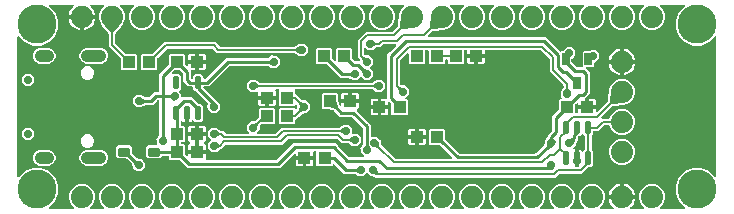
<source format=gbr>
G04 EAGLE Gerber RS-274X export*
G75*
%MOMM*%
%FSLAX34Y34*%
%LPD*%
%INBottom Copper*%
%IPPOS*%
%AMOC8*
5,1,8,0,0,1.08239X$1,22.5*%
G01*
%ADD10C,1.000000*%
%ADD11R,1.100000X1.000000*%
%ADD12R,0.635000X1.016000*%
%ADD13C,1.879600*%
%ADD14C,0.240000*%
%ADD15C,0.363000*%
%ADD16C,0.254000*%
%ADD17C,0.706400*%
%ADD18C,0.152400*%
%ADD19C,0.304800*%
%ADD20C,0.203200*%
%ADD21C,3.302000*%

G36*
X-248355Y-86348D02*
X-248355Y-86348D01*
X-248283Y-86346D01*
X-248234Y-86328D01*
X-248183Y-86320D01*
X-248120Y-86286D01*
X-248052Y-86261D01*
X-248012Y-86229D01*
X-247965Y-86204D01*
X-247916Y-86152D01*
X-247860Y-86108D01*
X-247832Y-86064D01*
X-247796Y-86026D01*
X-247766Y-85961D01*
X-247727Y-85901D01*
X-247714Y-85850D01*
X-247692Y-85803D01*
X-247685Y-85732D01*
X-247667Y-85662D01*
X-247671Y-85610D01*
X-247665Y-85559D01*
X-247681Y-85488D01*
X-247686Y-85417D01*
X-247707Y-85369D01*
X-247718Y-85318D01*
X-247754Y-85257D01*
X-247783Y-85191D01*
X-247827Y-85135D01*
X-247844Y-85107D01*
X-247862Y-85092D01*
X-247887Y-85060D01*
X-250560Y-82387D01*
X-252223Y-78373D01*
X-252223Y-74027D01*
X-250560Y-70013D01*
X-247487Y-66940D01*
X-243473Y-65277D01*
X-239127Y-65277D01*
X-235113Y-66940D01*
X-232040Y-70013D01*
X-230377Y-74027D01*
X-230377Y-78373D01*
X-232040Y-82387D01*
X-234713Y-85060D01*
X-234755Y-85118D01*
X-234804Y-85170D01*
X-234826Y-85217D01*
X-234856Y-85259D01*
X-234877Y-85328D01*
X-234908Y-85393D01*
X-234913Y-85445D01*
X-234929Y-85495D01*
X-234927Y-85566D01*
X-234935Y-85637D01*
X-234924Y-85688D01*
X-234922Y-85740D01*
X-234898Y-85808D01*
X-234882Y-85878D01*
X-234856Y-85923D01*
X-234838Y-85971D01*
X-234793Y-86027D01*
X-234756Y-86089D01*
X-234717Y-86123D01*
X-234684Y-86163D01*
X-234624Y-86202D01*
X-234569Y-86249D01*
X-234521Y-86268D01*
X-234477Y-86296D01*
X-234408Y-86314D01*
X-234341Y-86341D01*
X-234270Y-86349D01*
X-234239Y-86357D01*
X-234215Y-86355D01*
X-234174Y-86359D01*
X-223026Y-86359D01*
X-222955Y-86348D01*
X-222883Y-86346D01*
X-222834Y-86328D01*
X-222783Y-86320D01*
X-222720Y-86286D01*
X-222652Y-86261D01*
X-222612Y-86229D01*
X-222565Y-86204D01*
X-222516Y-86152D01*
X-222460Y-86108D01*
X-222432Y-86064D01*
X-222396Y-86026D01*
X-222366Y-85961D01*
X-222327Y-85901D01*
X-222314Y-85850D01*
X-222292Y-85803D01*
X-222285Y-85732D01*
X-222267Y-85662D01*
X-222271Y-85610D01*
X-222265Y-85559D01*
X-222281Y-85488D01*
X-222286Y-85417D01*
X-222307Y-85369D01*
X-222318Y-85318D01*
X-222354Y-85257D01*
X-222383Y-85191D01*
X-222427Y-85135D01*
X-222444Y-85107D01*
X-222462Y-85092D01*
X-222487Y-85060D01*
X-225160Y-82387D01*
X-226823Y-78373D01*
X-226823Y-74027D01*
X-225160Y-70013D01*
X-222087Y-66940D01*
X-218073Y-65277D01*
X-213727Y-65277D01*
X-209713Y-66940D01*
X-206640Y-70013D01*
X-204977Y-74027D01*
X-204977Y-78373D01*
X-206640Y-82387D01*
X-209313Y-85060D01*
X-209355Y-85118D01*
X-209404Y-85170D01*
X-209426Y-85217D01*
X-209456Y-85259D01*
X-209477Y-85328D01*
X-209508Y-85393D01*
X-209513Y-85445D01*
X-209529Y-85495D01*
X-209527Y-85566D01*
X-209535Y-85637D01*
X-209524Y-85688D01*
X-209522Y-85740D01*
X-209498Y-85808D01*
X-209482Y-85878D01*
X-209456Y-85923D01*
X-209438Y-85971D01*
X-209393Y-86027D01*
X-209356Y-86089D01*
X-209317Y-86123D01*
X-209284Y-86163D01*
X-209224Y-86202D01*
X-209169Y-86249D01*
X-209121Y-86268D01*
X-209077Y-86296D01*
X-209008Y-86314D01*
X-208941Y-86341D01*
X-208870Y-86349D01*
X-208839Y-86357D01*
X-208815Y-86355D01*
X-208774Y-86359D01*
X-197626Y-86359D01*
X-197555Y-86348D01*
X-197483Y-86346D01*
X-197434Y-86328D01*
X-197383Y-86320D01*
X-197320Y-86286D01*
X-197252Y-86261D01*
X-197212Y-86229D01*
X-197165Y-86204D01*
X-197116Y-86152D01*
X-197060Y-86108D01*
X-197032Y-86064D01*
X-196996Y-86026D01*
X-196966Y-85961D01*
X-196927Y-85901D01*
X-196914Y-85850D01*
X-196892Y-85803D01*
X-196885Y-85732D01*
X-196867Y-85662D01*
X-196871Y-85610D01*
X-196865Y-85559D01*
X-196881Y-85488D01*
X-196886Y-85417D01*
X-196907Y-85369D01*
X-196918Y-85318D01*
X-196954Y-85257D01*
X-196983Y-85191D01*
X-197027Y-85135D01*
X-197044Y-85107D01*
X-197062Y-85092D01*
X-197087Y-85060D01*
X-199760Y-82387D01*
X-201423Y-78373D01*
X-201423Y-74027D01*
X-199760Y-70013D01*
X-196687Y-66940D01*
X-192673Y-65277D01*
X-188327Y-65277D01*
X-184313Y-66940D01*
X-181240Y-70013D01*
X-179577Y-74027D01*
X-179577Y-78373D01*
X-181240Y-82387D01*
X-183913Y-85060D01*
X-183955Y-85118D01*
X-184004Y-85170D01*
X-184026Y-85217D01*
X-184056Y-85259D01*
X-184077Y-85328D01*
X-184108Y-85393D01*
X-184113Y-85445D01*
X-184129Y-85495D01*
X-184127Y-85566D01*
X-184135Y-85637D01*
X-184124Y-85688D01*
X-184122Y-85740D01*
X-184098Y-85808D01*
X-184082Y-85878D01*
X-184056Y-85923D01*
X-184038Y-85971D01*
X-183993Y-86027D01*
X-183956Y-86089D01*
X-183917Y-86123D01*
X-183884Y-86163D01*
X-183824Y-86202D01*
X-183769Y-86249D01*
X-183721Y-86268D01*
X-183677Y-86296D01*
X-183608Y-86314D01*
X-183541Y-86341D01*
X-183470Y-86349D01*
X-183439Y-86357D01*
X-183415Y-86355D01*
X-183374Y-86359D01*
X-172226Y-86359D01*
X-172155Y-86348D01*
X-172083Y-86346D01*
X-172034Y-86328D01*
X-171983Y-86320D01*
X-171920Y-86286D01*
X-171852Y-86261D01*
X-171812Y-86229D01*
X-171765Y-86204D01*
X-171716Y-86152D01*
X-171660Y-86108D01*
X-171632Y-86064D01*
X-171596Y-86026D01*
X-171566Y-85961D01*
X-171527Y-85901D01*
X-171514Y-85850D01*
X-171492Y-85803D01*
X-171485Y-85732D01*
X-171467Y-85662D01*
X-171471Y-85610D01*
X-171465Y-85559D01*
X-171481Y-85488D01*
X-171486Y-85417D01*
X-171507Y-85369D01*
X-171518Y-85318D01*
X-171554Y-85257D01*
X-171583Y-85191D01*
X-171627Y-85135D01*
X-171644Y-85107D01*
X-171662Y-85092D01*
X-171687Y-85060D01*
X-174360Y-82387D01*
X-176023Y-78373D01*
X-176023Y-74027D01*
X-174360Y-70013D01*
X-171287Y-66940D01*
X-167273Y-65277D01*
X-162927Y-65277D01*
X-158913Y-66940D01*
X-155840Y-70013D01*
X-154177Y-74027D01*
X-154177Y-78373D01*
X-155840Y-82387D01*
X-158513Y-85060D01*
X-158555Y-85118D01*
X-158604Y-85170D01*
X-158626Y-85217D01*
X-158656Y-85259D01*
X-158677Y-85328D01*
X-158708Y-85393D01*
X-158713Y-85445D01*
X-158729Y-85495D01*
X-158727Y-85566D01*
X-158735Y-85637D01*
X-158724Y-85688D01*
X-158722Y-85740D01*
X-158698Y-85808D01*
X-158682Y-85878D01*
X-158656Y-85923D01*
X-158638Y-85971D01*
X-158593Y-86027D01*
X-158556Y-86089D01*
X-158517Y-86123D01*
X-158484Y-86163D01*
X-158424Y-86202D01*
X-158369Y-86249D01*
X-158321Y-86268D01*
X-158277Y-86296D01*
X-158208Y-86314D01*
X-158141Y-86341D01*
X-158070Y-86349D01*
X-158039Y-86357D01*
X-158015Y-86355D01*
X-157974Y-86359D01*
X-146826Y-86359D01*
X-146755Y-86348D01*
X-146683Y-86346D01*
X-146634Y-86328D01*
X-146583Y-86320D01*
X-146520Y-86286D01*
X-146452Y-86261D01*
X-146412Y-86229D01*
X-146365Y-86204D01*
X-146316Y-86152D01*
X-146260Y-86108D01*
X-146232Y-86064D01*
X-146196Y-86026D01*
X-146166Y-85961D01*
X-146127Y-85901D01*
X-146114Y-85850D01*
X-146092Y-85803D01*
X-146085Y-85732D01*
X-146067Y-85662D01*
X-146071Y-85610D01*
X-146065Y-85559D01*
X-146081Y-85488D01*
X-146086Y-85417D01*
X-146107Y-85369D01*
X-146118Y-85318D01*
X-146154Y-85257D01*
X-146183Y-85191D01*
X-146227Y-85135D01*
X-146244Y-85107D01*
X-146262Y-85092D01*
X-146287Y-85060D01*
X-148960Y-82387D01*
X-150623Y-78373D01*
X-150623Y-74027D01*
X-148960Y-70013D01*
X-145887Y-66940D01*
X-141873Y-65277D01*
X-137527Y-65277D01*
X-133513Y-66940D01*
X-130440Y-70013D01*
X-128777Y-74027D01*
X-128777Y-78373D01*
X-130440Y-82387D01*
X-133113Y-85060D01*
X-133155Y-85118D01*
X-133204Y-85170D01*
X-133226Y-85217D01*
X-133256Y-85259D01*
X-133277Y-85328D01*
X-133308Y-85393D01*
X-133313Y-85445D01*
X-133329Y-85495D01*
X-133327Y-85566D01*
X-133335Y-85637D01*
X-133324Y-85688D01*
X-133322Y-85740D01*
X-133298Y-85808D01*
X-133282Y-85878D01*
X-133256Y-85923D01*
X-133238Y-85971D01*
X-133193Y-86027D01*
X-133156Y-86089D01*
X-133117Y-86123D01*
X-133084Y-86163D01*
X-133024Y-86202D01*
X-132969Y-86249D01*
X-132921Y-86268D01*
X-132877Y-86296D01*
X-132808Y-86314D01*
X-132741Y-86341D01*
X-132670Y-86349D01*
X-132639Y-86357D01*
X-132615Y-86355D01*
X-132574Y-86359D01*
X-121426Y-86359D01*
X-121355Y-86348D01*
X-121283Y-86346D01*
X-121234Y-86328D01*
X-121183Y-86320D01*
X-121120Y-86286D01*
X-121052Y-86261D01*
X-121012Y-86229D01*
X-120965Y-86204D01*
X-120916Y-86152D01*
X-120860Y-86108D01*
X-120832Y-86064D01*
X-120796Y-86026D01*
X-120766Y-85961D01*
X-120727Y-85901D01*
X-120714Y-85850D01*
X-120692Y-85803D01*
X-120685Y-85732D01*
X-120667Y-85662D01*
X-120671Y-85610D01*
X-120665Y-85559D01*
X-120681Y-85488D01*
X-120686Y-85417D01*
X-120707Y-85369D01*
X-120718Y-85318D01*
X-120754Y-85257D01*
X-120783Y-85191D01*
X-120827Y-85135D01*
X-120844Y-85107D01*
X-120862Y-85092D01*
X-120887Y-85060D01*
X-123560Y-82387D01*
X-125223Y-78373D01*
X-125223Y-74027D01*
X-123560Y-70013D01*
X-120487Y-66940D01*
X-116473Y-65277D01*
X-112127Y-65277D01*
X-108113Y-66940D01*
X-105040Y-70013D01*
X-103377Y-74027D01*
X-103377Y-78373D01*
X-105040Y-82387D01*
X-107713Y-85060D01*
X-107755Y-85118D01*
X-107804Y-85170D01*
X-107826Y-85217D01*
X-107856Y-85259D01*
X-107877Y-85328D01*
X-107908Y-85393D01*
X-107913Y-85445D01*
X-107929Y-85495D01*
X-107927Y-85566D01*
X-107935Y-85637D01*
X-107924Y-85688D01*
X-107922Y-85740D01*
X-107898Y-85808D01*
X-107882Y-85878D01*
X-107856Y-85923D01*
X-107838Y-85971D01*
X-107793Y-86027D01*
X-107756Y-86089D01*
X-107717Y-86123D01*
X-107684Y-86163D01*
X-107624Y-86202D01*
X-107569Y-86249D01*
X-107521Y-86268D01*
X-107477Y-86296D01*
X-107408Y-86314D01*
X-107341Y-86341D01*
X-107270Y-86349D01*
X-107239Y-86357D01*
X-107215Y-86355D01*
X-107174Y-86359D01*
X-96026Y-86359D01*
X-95955Y-86348D01*
X-95883Y-86346D01*
X-95834Y-86328D01*
X-95783Y-86320D01*
X-95720Y-86286D01*
X-95652Y-86261D01*
X-95612Y-86229D01*
X-95565Y-86204D01*
X-95516Y-86152D01*
X-95460Y-86108D01*
X-95432Y-86064D01*
X-95396Y-86026D01*
X-95366Y-85961D01*
X-95327Y-85901D01*
X-95314Y-85850D01*
X-95292Y-85803D01*
X-95285Y-85732D01*
X-95267Y-85662D01*
X-95271Y-85610D01*
X-95265Y-85559D01*
X-95281Y-85488D01*
X-95286Y-85417D01*
X-95307Y-85369D01*
X-95318Y-85318D01*
X-95354Y-85257D01*
X-95383Y-85191D01*
X-95427Y-85135D01*
X-95444Y-85107D01*
X-95462Y-85092D01*
X-95487Y-85060D01*
X-98160Y-82387D01*
X-99823Y-78373D01*
X-99823Y-74027D01*
X-98160Y-70013D01*
X-95087Y-66940D01*
X-91073Y-65277D01*
X-86727Y-65277D01*
X-82713Y-66940D01*
X-79640Y-70013D01*
X-77977Y-74027D01*
X-77977Y-78373D01*
X-79640Y-82387D01*
X-82313Y-85060D01*
X-82355Y-85118D01*
X-82404Y-85170D01*
X-82426Y-85217D01*
X-82456Y-85259D01*
X-82477Y-85328D01*
X-82508Y-85393D01*
X-82513Y-85445D01*
X-82529Y-85495D01*
X-82527Y-85566D01*
X-82535Y-85637D01*
X-82524Y-85688D01*
X-82522Y-85740D01*
X-82498Y-85808D01*
X-82482Y-85878D01*
X-82456Y-85923D01*
X-82438Y-85971D01*
X-82393Y-86027D01*
X-82356Y-86089D01*
X-82317Y-86123D01*
X-82284Y-86163D01*
X-82224Y-86202D01*
X-82169Y-86249D01*
X-82121Y-86268D01*
X-82077Y-86296D01*
X-82008Y-86314D01*
X-81941Y-86341D01*
X-81870Y-86349D01*
X-81839Y-86357D01*
X-81815Y-86355D01*
X-81774Y-86359D01*
X-70626Y-86359D01*
X-70555Y-86348D01*
X-70483Y-86346D01*
X-70434Y-86328D01*
X-70383Y-86320D01*
X-70320Y-86286D01*
X-70252Y-86261D01*
X-70212Y-86229D01*
X-70165Y-86204D01*
X-70116Y-86152D01*
X-70060Y-86108D01*
X-70032Y-86064D01*
X-69996Y-86026D01*
X-69966Y-85961D01*
X-69927Y-85901D01*
X-69914Y-85850D01*
X-69892Y-85803D01*
X-69885Y-85732D01*
X-69867Y-85662D01*
X-69871Y-85610D01*
X-69865Y-85559D01*
X-69881Y-85488D01*
X-69886Y-85417D01*
X-69907Y-85369D01*
X-69918Y-85318D01*
X-69954Y-85257D01*
X-69983Y-85191D01*
X-70027Y-85135D01*
X-70044Y-85107D01*
X-70062Y-85092D01*
X-70087Y-85060D01*
X-72760Y-82387D01*
X-74423Y-78373D01*
X-74423Y-74027D01*
X-72760Y-70013D01*
X-69687Y-66940D01*
X-65673Y-65277D01*
X-61327Y-65277D01*
X-57313Y-66940D01*
X-54240Y-70013D01*
X-52577Y-74027D01*
X-52577Y-78373D01*
X-54240Y-82387D01*
X-56913Y-85060D01*
X-56955Y-85118D01*
X-57004Y-85170D01*
X-57026Y-85217D01*
X-57056Y-85259D01*
X-57077Y-85328D01*
X-57108Y-85393D01*
X-57113Y-85445D01*
X-57129Y-85495D01*
X-57127Y-85566D01*
X-57135Y-85637D01*
X-57124Y-85688D01*
X-57122Y-85740D01*
X-57098Y-85808D01*
X-57082Y-85878D01*
X-57056Y-85923D01*
X-57038Y-85971D01*
X-56993Y-86027D01*
X-56956Y-86089D01*
X-56917Y-86123D01*
X-56884Y-86163D01*
X-56824Y-86202D01*
X-56769Y-86249D01*
X-56721Y-86268D01*
X-56677Y-86296D01*
X-56608Y-86314D01*
X-56541Y-86341D01*
X-56470Y-86349D01*
X-56439Y-86357D01*
X-56415Y-86355D01*
X-56374Y-86359D01*
X-45226Y-86359D01*
X-45155Y-86348D01*
X-45083Y-86346D01*
X-45034Y-86328D01*
X-44983Y-86320D01*
X-44920Y-86286D01*
X-44852Y-86261D01*
X-44812Y-86229D01*
X-44765Y-86204D01*
X-44716Y-86152D01*
X-44660Y-86108D01*
X-44632Y-86064D01*
X-44596Y-86026D01*
X-44566Y-85961D01*
X-44527Y-85901D01*
X-44514Y-85850D01*
X-44492Y-85803D01*
X-44485Y-85732D01*
X-44467Y-85662D01*
X-44471Y-85610D01*
X-44465Y-85559D01*
X-44481Y-85488D01*
X-44486Y-85417D01*
X-44507Y-85369D01*
X-44518Y-85318D01*
X-44554Y-85257D01*
X-44583Y-85191D01*
X-44627Y-85135D01*
X-44644Y-85107D01*
X-44662Y-85092D01*
X-44687Y-85060D01*
X-47360Y-82387D01*
X-49023Y-78373D01*
X-49023Y-74027D01*
X-47360Y-70013D01*
X-44287Y-66940D01*
X-40273Y-65277D01*
X-35927Y-65277D01*
X-31913Y-66940D01*
X-28840Y-70013D01*
X-27177Y-74027D01*
X-27177Y-78373D01*
X-28840Y-82387D01*
X-31513Y-85060D01*
X-31555Y-85118D01*
X-31604Y-85170D01*
X-31626Y-85217D01*
X-31656Y-85259D01*
X-31677Y-85328D01*
X-31708Y-85393D01*
X-31713Y-85445D01*
X-31729Y-85495D01*
X-31727Y-85566D01*
X-31735Y-85637D01*
X-31724Y-85688D01*
X-31722Y-85740D01*
X-31698Y-85808D01*
X-31682Y-85878D01*
X-31656Y-85923D01*
X-31638Y-85971D01*
X-31593Y-86027D01*
X-31556Y-86089D01*
X-31517Y-86123D01*
X-31484Y-86163D01*
X-31424Y-86202D01*
X-31369Y-86249D01*
X-31321Y-86268D01*
X-31277Y-86296D01*
X-31208Y-86314D01*
X-31141Y-86341D01*
X-31070Y-86349D01*
X-31039Y-86357D01*
X-31015Y-86355D01*
X-30974Y-86359D01*
X-19826Y-86359D01*
X-19755Y-86348D01*
X-19683Y-86346D01*
X-19634Y-86328D01*
X-19583Y-86320D01*
X-19520Y-86286D01*
X-19452Y-86261D01*
X-19412Y-86229D01*
X-19365Y-86204D01*
X-19316Y-86152D01*
X-19260Y-86108D01*
X-19232Y-86064D01*
X-19196Y-86026D01*
X-19166Y-85961D01*
X-19127Y-85901D01*
X-19114Y-85850D01*
X-19092Y-85803D01*
X-19085Y-85732D01*
X-19067Y-85662D01*
X-19071Y-85610D01*
X-19065Y-85559D01*
X-19081Y-85488D01*
X-19086Y-85417D01*
X-19107Y-85369D01*
X-19118Y-85318D01*
X-19154Y-85257D01*
X-19183Y-85191D01*
X-19227Y-85135D01*
X-19244Y-85107D01*
X-19262Y-85092D01*
X-19287Y-85060D01*
X-21960Y-82387D01*
X-23623Y-78373D01*
X-23623Y-74027D01*
X-21960Y-70013D01*
X-18887Y-66940D01*
X-14873Y-65277D01*
X-10527Y-65277D01*
X-6513Y-66940D01*
X-3440Y-70013D01*
X-1777Y-74027D01*
X-1777Y-78373D01*
X-3440Y-82387D01*
X-6113Y-85060D01*
X-6155Y-85118D01*
X-6204Y-85170D01*
X-6226Y-85217D01*
X-6256Y-85259D01*
X-6277Y-85328D01*
X-6308Y-85393D01*
X-6313Y-85445D01*
X-6329Y-85495D01*
X-6327Y-85566D01*
X-6335Y-85637D01*
X-6324Y-85688D01*
X-6322Y-85740D01*
X-6298Y-85808D01*
X-6282Y-85878D01*
X-6256Y-85923D01*
X-6238Y-85971D01*
X-6193Y-86027D01*
X-6156Y-86089D01*
X-6117Y-86123D01*
X-6084Y-86163D01*
X-6024Y-86202D01*
X-5969Y-86249D01*
X-5921Y-86268D01*
X-5877Y-86296D01*
X-5808Y-86314D01*
X-5741Y-86341D01*
X-5670Y-86349D01*
X-5639Y-86357D01*
X-5615Y-86355D01*
X-5574Y-86359D01*
X5574Y-86359D01*
X5645Y-86348D01*
X5717Y-86346D01*
X5766Y-86328D01*
X5817Y-86320D01*
X5880Y-86286D01*
X5948Y-86261D01*
X5988Y-86229D01*
X6035Y-86204D01*
X6084Y-86152D01*
X6140Y-86108D01*
X6168Y-86064D01*
X6204Y-86026D01*
X6234Y-85961D01*
X6273Y-85901D01*
X6286Y-85850D01*
X6308Y-85803D01*
X6315Y-85732D01*
X6333Y-85662D01*
X6329Y-85610D01*
X6335Y-85559D01*
X6319Y-85488D01*
X6314Y-85417D01*
X6293Y-85369D01*
X6282Y-85318D01*
X6246Y-85257D01*
X6217Y-85191D01*
X6173Y-85135D01*
X6156Y-85107D01*
X6138Y-85092D01*
X6113Y-85060D01*
X3440Y-82387D01*
X1777Y-78373D01*
X1777Y-74027D01*
X3440Y-70013D01*
X6513Y-66940D01*
X10527Y-65277D01*
X14873Y-65277D01*
X18887Y-66940D01*
X21960Y-70013D01*
X23623Y-74027D01*
X23623Y-78373D01*
X21960Y-82387D01*
X19287Y-85060D01*
X19245Y-85118D01*
X19196Y-85170D01*
X19174Y-85217D01*
X19144Y-85259D01*
X19123Y-85328D01*
X19092Y-85393D01*
X19087Y-85445D01*
X19071Y-85495D01*
X19073Y-85566D01*
X19065Y-85637D01*
X19076Y-85688D01*
X19078Y-85740D01*
X19102Y-85808D01*
X19118Y-85878D01*
X19144Y-85923D01*
X19162Y-85971D01*
X19207Y-86027D01*
X19244Y-86089D01*
X19283Y-86123D01*
X19316Y-86163D01*
X19376Y-86202D01*
X19431Y-86249D01*
X19479Y-86268D01*
X19523Y-86296D01*
X19592Y-86314D01*
X19659Y-86341D01*
X19730Y-86349D01*
X19761Y-86357D01*
X19785Y-86355D01*
X19826Y-86359D01*
X30974Y-86359D01*
X31045Y-86348D01*
X31117Y-86346D01*
X31166Y-86328D01*
X31217Y-86320D01*
X31280Y-86286D01*
X31348Y-86261D01*
X31388Y-86229D01*
X31435Y-86204D01*
X31484Y-86152D01*
X31540Y-86108D01*
X31568Y-86064D01*
X31604Y-86026D01*
X31634Y-85961D01*
X31673Y-85901D01*
X31686Y-85850D01*
X31708Y-85803D01*
X31715Y-85732D01*
X31733Y-85662D01*
X31729Y-85610D01*
X31735Y-85559D01*
X31719Y-85488D01*
X31714Y-85417D01*
X31693Y-85369D01*
X31682Y-85318D01*
X31646Y-85257D01*
X31617Y-85191D01*
X31573Y-85135D01*
X31556Y-85107D01*
X31538Y-85092D01*
X31513Y-85060D01*
X28840Y-82387D01*
X27177Y-78373D01*
X27177Y-74027D01*
X28840Y-70013D01*
X31913Y-66940D01*
X35927Y-65277D01*
X40273Y-65277D01*
X44287Y-66940D01*
X47360Y-70013D01*
X49023Y-74027D01*
X49023Y-78373D01*
X47360Y-82387D01*
X44687Y-85060D01*
X44645Y-85118D01*
X44596Y-85170D01*
X44574Y-85217D01*
X44544Y-85259D01*
X44523Y-85328D01*
X44492Y-85393D01*
X44487Y-85445D01*
X44471Y-85495D01*
X44473Y-85566D01*
X44465Y-85637D01*
X44476Y-85688D01*
X44478Y-85740D01*
X44502Y-85808D01*
X44518Y-85878D01*
X44544Y-85923D01*
X44562Y-85971D01*
X44607Y-86027D01*
X44644Y-86089D01*
X44683Y-86123D01*
X44716Y-86163D01*
X44776Y-86202D01*
X44831Y-86249D01*
X44879Y-86268D01*
X44923Y-86296D01*
X44992Y-86314D01*
X45059Y-86341D01*
X45130Y-86349D01*
X45161Y-86357D01*
X45185Y-86355D01*
X45226Y-86359D01*
X56374Y-86359D01*
X56445Y-86348D01*
X56517Y-86346D01*
X56566Y-86328D01*
X56617Y-86320D01*
X56680Y-86286D01*
X56748Y-86261D01*
X56788Y-86229D01*
X56835Y-86204D01*
X56884Y-86152D01*
X56940Y-86108D01*
X56968Y-86064D01*
X57004Y-86026D01*
X57034Y-85961D01*
X57073Y-85901D01*
X57086Y-85850D01*
X57108Y-85803D01*
X57115Y-85732D01*
X57133Y-85662D01*
X57129Y-85610D01*
X57135Y-85559D01*
X57119Y-85488D01*
X57114Y-85417D01*
X57093Y-85369D01*
X57082Y-85318D01*
X57046Y-85257D01*
X57017Y-85191D01*
X56973Y-85135D01*
X56956Y-85107D01*
X56938Y-85092D01*
X56913Y-85060D01*
X54240Y-82387D01*
X52577Y-78373D01*
X52577Y-74027D01*
X54240Y-70013D01*
X57313Y-66940D01*
X61327Y-65277D01*
X65673Y-65277D01*
X69687Y-66940D01*
X72760Y-70013D01*
X74423Y-74027D01*
X74423Y-78373D01*
X72760Y-82387D01*
X70087Y-85060D01*
X70045Y-85118D01*
X69996Y-85170D01*
X69974Y-85217D01*
X69944Y-85259D01*
X69923Y-85328D01*
X69892Y-85393D01*
X69887Y-85445D01*
X69871Y-85495D01*
X69873Y-85566D01*
X69865Y-85637D01*
X69876Y-85688D01*
X69878Y-85740D01*
X69902Y-85808D01*
X69918Y-85878D01*
X69944Y-85923D01*
X69962Y-85971D01*
X70007Y-86027D01*
X70044Y-86089D01*
X70083Y-86123D01*
X70116Y-86163D01*
X70176Y-86202D01*
X70231Y-86249D01*
X70279Y-86268D01*
X70323Y-86296D01*
X70392Y-86314D01*
X70459Y-86341D01*
X70530Y-86349D01*
X70561Y-86357D01*
X70585Y-86355D01*
X70626Y-86359D01*
X81774Y-86359D01*
X81845Y-86348D01*
X81917Y-86346D01*
X81966Y-86328D01*
X82017Y-86320D01*
X82080Y-86286D01*
X82148Y-86261D01*
X82188Y-86229D01*
X82235Y-86204D01*
X82284Y-86152D01*
X82340Y-86108D01*
X82368Y-86064D01*
X82404Y-86026D01*
X82434Y-85961D01*
X82473Y-85901D01*
X82486Y-85850D01*
X82508Y-85803D01*
X82515Y-85732D01*
X82533Y-85662D01*
X82529Y-85610D01*
X82535Y-85559D01*
X82519Y-85488D01*
X82514Y-85417D01*
X82493Y-85369D01*
X82482Y-85318D01*
X82446Y-85257D01*
X82417Y-85191D01*
X82373Y-85135D01*
X82356Y-85107D01*
X82338Y-85092D01*
X82313Y-85060D01*
X79640Y-82387D01*
X77977Y-78373D01*
X77977Y-74027D01*
X79640Y-70013D01*
X82713Y-66940D01*
X86727Y-65277D01*
X91073Y-65277D01*
X95087Y-66940D01*
X98160Y-70013D01*
X99823Y-74027D01*
X99823Y-78373D01*
X98160Y-82387D01*
X95487Y-85060D01*
X95445Y-85118D01*
X95396Y-85170D01*
X95374Y-85217D01*
X95344Y-85259D01*
X95323Y-85328D01*
X95292Y-85393D01*
X95287Y-85445D01*
X95271Y-85495D01*
X95273Y-85566D01*
X95265Y-85637D01*
X95276Y-85688D01*
X95278Y-85740D01*
X95302Y-85808D01*
X95318Y-85878D01*
X95344Y-85923D01*
X95362Y-85971D01*
X95407Y-86027D01*
X95444Y-86089D01*
X95483Y-86123D01*
X95516Y-86163D01*
X95576Y-86202D01*
X95631Y-86249D01*
X95679Y-86268D01*
X95723Y-86296D01*
X95792Y-86314D01*
X95859Y-86341D01*
X95930Y-86349D01*
X95961Y-86357D01*
X95985Y-86355D01*
X96026Y-86359D01*
X107174Y-86359D01*
X107245Y-86348D01*
X107317Y-86346D01*
X107366Y-86328D01*
X107417Y-86320D01*
X107480Y-86286D01*
X107548Y-86261D01*
X107588Y-86229D01*
X107635Y-86204D01*
X107684Y-86152D01*
X107740Y-86108D01*
X107768Y-86064D01*
X107804Y-86026D01*
X107834Y-85961D01*
X107873Y-85901D01*
X107886Y-85850D01*
X107908Y-85803D01*
X107915Y-85732D01*
X107933Y-85662D01*
X107929Y-85610D01*
X107935Y-85559D01*
X107919Y-85488D01*
X107914Y-85417D01*
X107893Y-85369D01*
X107882Y-85318D01*
X107846Y-85257D01*
X107817Y-85191D01*
X107773Y-85135D01*
X107756Y-85107D01*
X107738Y-85092D01*
X107713Y-85060D01*
X105040Y-82387D01*
X103377Y-78373D01*
X103377Y-74027D01*
X105040Y-70013D01*
X108113Y-66940D01*
X112127Y-65277D01*
X116473Y-65277D01*
X120487Y-66940D01*
X123560Y-70013D01*
X125223Y-74027D01*
X125223Y-78373D01*
X123560Y-82387D01*
X120887Y-85060D01*
X120845Y-85118D01*
X120796Y-85170D01*
X120774Y-85217D01*
X120744Y-85259D01*
X120723Y-85328D01*
X120692Y-85393D01*
X120687Y-85445D01*
X120671Y-85495D01*
X120673Y-85566D01*
X120665Y-85637D01*
X120676Y-85688D01*
X120678Y-85740D01*
X120702Y-85808D01*
X120718Y-85878D01*
X120744Y-85923D01*
X120762Y-85971D01*
X120807Y-86027D01*
X120844Y-86089D01*
X120883Y-86123D01*
X120916Y-86163D01*
X120976Y-86202D01*
X121031Y-86249D01*
X121079Y-86268D01*
X121123Y-86296D01*
X121192Y-86314D01*
X121259Y-86341D01*
X121330Y-86349D01*
X121361Y-86357D01*
X121385Y-86355D01*
X121426Y-86359D01*
X132574Y-86359D01*
X132645Y-86348D01*
X132717Y-86346D01*
X132766Y-86328D01*
X132817Y-86320D01*
X132880Y-86286D01*
X132948Y-86261D01*
X132988Y-86229D01*
X133035Y-86204D01*
X133084Y-86152D01*
X133140Y-86108D01*
X133168Y-86064D01*
X133204Y-86026D01*
X133234Y-85961D01*
X133273Y-85901D01*
X133286Y-85850D01*
X133308Y-85803D01*
X133315Y-85732D01*
X133333Y-85662D01*
X133329Y-85610D01*
X133335Y-85559D01*
X133319Y-85488D01*
X133314Y-85417D01*
X133293Y-85369D01*
X133282Y-85318D01*
X133246Y-85257D01*
X133217Y-85191D01*
X133173Y-85135D01*
X133156Y-85107D01*
X133138Y-85092D01*
X133113Y-85060D01*
X130440Y-82387D01*
X128777Y-78373D01*
X128777Y-74027D01*
X130440Y-70013D01*
X133513Y-66940D01*
X137527Y-65277D01*
X141873Y-65277D01*
X145887Y-66940D01*
X148960Y-70013D01*
X150623Y-74027D01*
X150623Y-78373D01*
X148960Y-82387D01*
X146287Y-85060D01*
X146245Y-85118D01*
X146196Y-85170D01*
X146174Y-85217D01*
X146144Y-85259D01*
X146123Y-85328D01*
X146092Y-85393D01*
X146087Y-85445D01*
X146071Y-85495D01*
X146073Y-85566D01*
X146065Y-85637D01*
X146076Y-85688D01*
X146078Y-85740D01*
X146102Y-85808D01*
X146118Y-85878D01*
X146144Y-85923D01*
X146162Y-85971D01*
X146207Y-86027D01*
X146244Y-86089D01*
X146283Y-86123D01*
X146316Y-86163D01*
X146376Y-86202D01*
X146431Y-86249D01*
X146479Y-86268D01*
X146523Y-86296D01*
X146592Y-86314D01*
X146659Y-86341D01*
X146730Y-86349D01*
X146761Y-86357D01*
X146785Y-86355D01*
X146826Y-86359D01*
X157974Y-86359D01*
X158045Y-86348D01*
X158117Y-86346D01*
X158166Y-86328D01*
X158217Y-86320D01*
X158280Y-86286D01*
X158348Y-86261D01*
X158388Y-86229D01*
X158435Y-86204D01*
X158484Y-86152D01*
X158540Y-86108D01*
X158568Y-86064D01*
X158604Y-86026D01*
X158634Y-85961D01*
X158673Y-85901D01*
X158686Y-85850D01*
X158708Y-85803D01*
X158715Y-85732D01*
X158733Y-85662D01*
X158729Y-85610D01*
X158735Y-85559D01*
X158719Y-85488D01*
X158714Y-85417D01*
X158693Y-85369D01*
X158682Y-85318D01*
X158646Y-85257D01*
X158617Y-85191D01*
X158573Y-85135D01*
X158556Y-85107D01*
X158538Y-85092D01*
X158513Y-85060D01*
X155840Y-82387D01*
X154177Y-78373D01*
X154177Y-74027D01*
X155840Y-70013D01*
X158913Y-66940D01*
X162927Y-65277D01*
X167273Y-65277D01*
X171287Y-66940D01*
X174360Y-70013D01*
X176023Y-74027D01*
X176023Y-78373D01*
X174360Y-82387D01*
X171687Y-85060D01*
X171645Y-85118D01*
X171596Y-85170D01*
X171574Y-85217D01*
X171544Y-85259D01*
X171523Y-85328D01*
X171492Y-85393D01*
X171487Y-85445D01*
X171471Y-85495D01*
X171473Y-85566D01*
X171465Y-85637D01*
X171476Y-85688D01*
X171478Y-85740D01*
X171502Y-85808D01*
X171518Y-85878D01*
X171544Y-85923D01*
X171562Y-85971D01*
X171607Y-86027D01*
X171644Y-86089D01*
X171683Y-86123D01*
X171716Y-86163D01*
X171776Y-86202D01*
X171831Y-86249D01*
X171879Y-86268D01*
X171923Y-86296D01*
X171992Y-86314D01*
X172059Y-86341D01*
X172130Y-86349D01*
X172161Y-86357D01*
X172185Y-86355D01*
X172226Y-86359D01*
X183374Y-86359D01*
X183445Y-86348D01*
X183517Y-86346D01*
X183566Y-86328D01*
X183617Y-86320D01*
X183680Y-86286D01*
X183748Y-86261D01*
X183788Y-86229D01*
X183835Y-86204D01*
X183884Y-86152D01*
X183940Y-86108D01*
X183968Y-86064D01*
X184004Y-86026D01*
X184034Y-85961D01*
X184073Y-85901D01*
X184086Y-85850D01*
X184108Y-85803D01*
X184115Y-85732D01*
X184133Y-85662D01*
X184129Y-85610D01*
X184135Y-85559D01*
X184119Y-85488D01*
X184114Y-85417D01*
X184093Y-85369D01*
X184082Y-85318D01*
X184046Y-85257D01*
X184017Y-85191D01*
X183973Y-85135D01*
X183956Y-85107D01*
X183938Y-85092D01*
X183913Y-85060D01*
X181240Y-82387D01*
X179577Y-78373D01*
X179577Y-74027D01*
X181240Y-70013D01*
X184313Y-66940D01*
X188327Y-65277D01*
X192673Y-65277D01*
X196687Y-66940D01*
X199760Y-70013D01*
X201423Y-74027D01*
X201423Y-78373D01*
X199760Y-82387D01*
X197087Y-85060D01*
X197045Y-85118D01*
X196996Y-85170D01*
X196974Y-85217D01*
X196944Y-85259D01*
X196923Y-85328D01*
X196892Y-85393D01*
X196887Y-85445D01*
X196871Y-85495D01*
X196873Y-85566D01*
X196865Y-85637D01*
X196876Y-85688D01*
X196878Y-85740D01*
X196902Y-85808D01*
X196918Y-85878D01*
X196944Y-85923D01*
X196962Y-85971D01*
X197007Y-86027D01*
X197044Y-86089D01*
X197083Y-86123D01*
X197116Y-86163D01*
X197176Y-86202D01*
X197231Y-86249D01*
X197279Y-86268D01*
X197323Y-86296D01*
X197392Y-86314D01*
X197459Y-86341D01*
X197530Y-86349D01*
X197561Y-86357D01*
X197585Y-86355D01*
X197626Y-86359D01*
X208093Y-86359D01*
X208101Y-86358D01*
X208109Y-86359D01*
X208223Y-86338D01*
X208336Y-86320D01*
X208343Y-86316D01*
X208351Y-86314D01*
X208452Y-86258D01*
X208553Y-86204D01*
X208559Y-86199D01*
X208566Y-86195D01*
X208644Y-86109D01*
X208723Y-86026D01*
X208726Y-86019D01*
X208731Y-86013D01*
X208778Y-85907D01*
X208826Y-85803D01*
X208827Y-85795D01*
X208830Y-85788D01*
X208841Y-85673D01*
X208853Y-85559D01*
X208852Y-85551D01*
X208852Y-85543D01*
X208826Y-85431D01*
X208801Y-85318D01*
X208797Y-85311D01*
X208795Y-85303D01*
X208734Y-85206D01*
X208675Y-85107D01*
X208669Y-85102D01*
X208664Y-85095D01*
X208540Y-84982D01*
X208453Y-84919D01*
X207181Y-83647D01*
X206124Y-82191D01*
X205307Y-80588D01*
X204751Y-78877D01*
X204568Y-77723D01*
X215138Y-77723D01*
X215158Y-77720D01*
X215177Y-77722D01*
X215279Y-77700D01*
X215381Y-77683D01*
X215398Y-77674D01*
X215418Y-77670D01*
X215507Y-77617D01*
X215598Y-77568D01*
X215612Y-77554D01*
X215629Y-77544D01*
X215696Y-77465D01*
X215767Y-77390D01*
X215776Y-77372D01*
X215789Y-77357D01*
X215827Y-77261D01*
X215871Y-77167D01*
X215873Y-77147D01*
X215881Y-77129D01*
X215899Y-76962D01*
X215899Y-76199D01*
X215901Y-76199D01*
X215901Y-76962D01*
X215904Y-76982D01*
X215902Y-77001D01*
X215924Y-77103D01*
X215941Y-77205D01*
X215950Y-77222D01*
X215954Y-77242D01*
X216007Y-77331D01*
X216056Y-77422D01*
X216070Y-77436D01*
X216080Y-77453D01*
X216159Y-77520D01*
X216234Y-77591D01*
X216252Y-77600D01*
X216267Y-77613D01*
X216363Y-77652D01*
X216457Y-77695D01*
X216477Y-77697D01*
X216495Y-77705D01*
X216662Y-77723D01*
X227232Y-77723D01*
X227049Y-78877D01*
X226493Y-80588D01*
X225676Y-82191D01*
X224619Y-83647D01*
X223347Y-84919D01*
X223260Y-84982D01*
X223254Y-84988D01*
X223247Y-84992D01*
X223168Y-85075D01*
X223087Y-85157D01*
X223083Y-85164D01*
X223077Y-85170D01*
X223029Y-85274D01*
X222978Y-85378D01*
X222977Y-85386D01*
X222974Y-85393D01*
X222961Y-85507D01*
X222946Y-85622D01*
X222948Y-85629D01*
X222947Y-85637D01*
X222971Y-85750D01*
X222993Y-85863D01*
X222997Y-85870D01*
X222999Y-85878D01*
X223058Y-85977D01*
X223115Y-86077D01*
X223121Y-86082D01*
X223125Y-86089D01*
X223212Y-86164D01*
X223299Y-86240D01*
X223306Y-86244D01*
X223312Y-86249D01*
X223419Y-86292D01*
X223525Y-86337D01*
X223533Y-86338D01*
X223540Y-86341D01*
X223707Y-86359D01*
X234174Y-86359D01*
X234245Y-86348D01*
X234317Y-86346D01*
X234366Y-86328D01*
X234417Y-86320D01*
X234480Y-86286D01*
X234548Y-86261D01*
X234588Y-86229D01*
X234635Y-86204D01*
X234684Y-86152D01*
X234740Y-86108D01*
X234768Y-86064D01*
X234804Y-86026D01*
X234834Y-85961D01*
X234873Y-85901D01*
X234886Y-85850D01*
X234908Y-85803D01*
X234915Y-85732D01*
X234933Y-85662D01*
X234929Y-85610D01*
X234935Y-85559D01*
X234919Y-85488D01*
X234914Y-85417D01*
X234893Y-85369D01*
X234882Y-85318D01*
X234846Y-85257D01*
X234817Y-85191D01*
X234773Y-85135D01*
X234756Y-85107D01*
X234738Y-85092D01*
X234713Y-85060D01*
X232040Y-82387D01*
X230377Y-78373D01*
X230377Y-74027D01*
X232040Y-70013D01*
X235113Y-66940D01*
X239127Y-65277D01*
X243473Y-65277D01*
X247487Y-66940D01*
X250560Y-70013D01*
X252223Y-74027D01*
X252223Y-78373D01*
X250560Y-82387D01*
X247887Y-85060D01*
X247845Y-85118D01*
X247796Y-85170D01*
X247774Y-85217D01*
X247744Y-85259D01*
X247723Y-85328D01*
X247692Y-85393D01*
X247687Y-85445D01*
X247671Y-85495D01*
X247673Y-85566D01*
X247665Y-85637D01*
X247676Y-85688D01*
X247678Y-85740D01*
X247702Y-85808D01*
X247718Y-85878D01*
X247744Y-85923D01*
X247762Y-85971D01*
X247807Y-86027D01*
X247844Y-86089D01*
X247883Y-86123D01*
X247916Y-86163D01*
X247976Y-86202D01*
X248031Y-86249D01*
X248079Y-86268D01*
X248123Y-86296D01*
X248192Y-86314D01*
X248259Y-86341D01*
X248330Y-86349D01*
X248361Y-86357D01*
X248385Y-86355D01*
X248426Y-86359D01*
X268567Y-86359D01*
X268637Y-86348D01*
X268709Y-86346D01*
X268758Y-86328D01*
X268809Y-86320D01*
X268873Y-86286D01*
X268940Y-86261D01*
X268981Y-86229D01*
X269027Y-86204D01*
X269076Y-86152D01*
X269132Y-86108D01*
X269160Y-86064D01*
X269196Y-86026D01*
X269226Y-85961D01*
X269265Y-85901D01*
X269278Y-85850D01*
X269300Y-85803D01*
X269308Y-85732D01*
X269325Y-85662D01*
X269321Y-85610D01*
X269327Y-85559D01*
X269311Y-85488D01*
X269306Y-85417D01*
X269286Y-85369D01*
X269274Y-85318D01*
X269238Y-85257D01*
X269210Y-85191D01*
X269165Y-85135D01*
X269148Y-85107D01*
X269131Y-85092D01*
X269105Y-85060D01*
X264111Y-80066D01*
X261365Y-73437D01*
X261365Y-66263D01*
X264111Y-59634D01*
X269184Y-54561D01*
X275813Y-51815D01*
X282987Y-51815D01*
X289616Y-54561D01*
X294610Y-59555D01*
X294668Y-59597D01*
X294720Y-59646D01*
X294767Y-59668D01*
X294809Y-59698D01*
X294878Y-59719D01*
X294943Y-59750D01*
X294995Y-59755D01*
X295045Y-59771D01*
X295116Y-59769D01*
X295187Y-59777D01*
X295238Y-59766D01*
X295290Y-59764D01*
X295358Y-59740D01*
X295428Y-59724D01*
X295473Y-59698D01*
X295521Y-59680D01*
X295577Y-59635D01*
X295639Y-59598D01*
X295673Y-59559D01*
X295713Y-59526D01*
X295752Y-59466D01*
X295799Y-59411D01*
X295818Y-59363D01*
X295846Y-59319D01*
X295864Y-59250D01*
X295891Y-59183D01*
X295899Y-59112D01*
X295907Y-59081D01*
X295905Y-59057D01*
X295909Y-59017D01*
X295909Y59017D01*
X295898Y59087D01*
X295896Y59159D01*
X295878Y59208D01*
X295870Y59259D01*
X295836Y59323D01*
X295811Y59390D01*
X295779Y59431D01*
X295754Y59477D01*
X295702Y59526D01*
X295658Y59582D01*
X295614Y59610D01*
X295576Y59646D01*
X295511Y59676D01*
X295451Y59715D01*
X295400Y59728D01*
X295353Y59750D01*
X295282Y59758D01*
X295212Y59775D01*
X295160Y59771D01*
X295109Y59777D01*
X295038Y59761D01*
X294967Y59756D01*
X294919Y59736D01*
X294868Y59724D01*
X294807Y59688D01*
X294741Y59660D01*
X294685Y59615D01*
X294657Y59598D01*
X294642Y59581D01*
X294610Y59555D01*
X289616Y54561D01*
X282987Y51815D01*
X275813Y51815D01*
X269184Y54561D01*
X264111Y59634D01*
X261365Y66263D01*
X261365Y73437D01*
X264111Y80066D01*
X269105Y85060D01*
X269147Y85118D01*
X269196Y85170D01*
X269218Y85217D01*
X269248Y85259D01*
X269269Y85328D01*
X269300Y85393D01*
X269305Y85445D01*
X269321Y85495D01*
X269319Y85566D01*
X269327Y85637D01*
X269316Y85688D01*
X269314Y85740D01*
X269290Y85808D01*
X269274Y85878D01*
X269248Y85923D01*
X269230Y85971D01*
X269185Y86027D01*
X269148Y86089D01*
X269109Y86123D01*
X269076Y86163D01*
X269016Y86202D01*
X268961Y86249D01*
X268913Y86268D01*
X268869Y86296D01*
X268800Y86314D01*
X268733Y86341D01*
X268662Y86349D01*
X268631Y86357D01*
X268607Y86355D01*
X268567Y86359D01*
X248426Y86359D01*
X248355Y86348D01*
X248283Y86346D01*
X248234Y86328D01*
X248183Y86320D01*
X248120Y86286D01*
X248052Y86261D01*
X248012Y86229D01*
X247965Y86204D01*
X247916Y86152D01*
X247860Y86108D01*
X247832Y86064D01*
X247796Y86026D01*
X247766Y85961D01*
X247727Y85901D01*
X247714Y85850D01*
X247692Y85803D01*
X247685Y85732D01*
X247667Y85662D01*
X247671Y85610D01*
X247665Y85559D01*
X247681Y85488D01*
X247686Y85417D01*
X247707Y85369D01*
X247718Y85318D01*
X247754Y85257D01*
X247783Y85191D01*
X247827Y85135D01*
X247844Y85107D01*
X247862Y85092D01*
X247887Y85060D01*
X250560Y82387D01*
X252223Y78373D01*
X252223Y74027D01*
X250560Y70013D01*
X247487Y66940D01*
X243473Y65277D01*
X239127Y65277D01*
X235113Y66940D01*
X232040Y70013D01*
X230377Y74027D01*
X230377Y78373D01*
X232040Y82387D01*
X234713Y85060D01*
X234755Y85118D01*
X234804Y85170D01*
X234826Y85217D01*
X234856Y85259D01*
X234877Y85328D01*
X234908Y85393D01*
X234913Y85445D01*
X234929Y85495D01*
X234927Y85566D01*
X234935Y85637D01*
X234924Y85688D01*
X234922Y85740D01*
X234898Y85808D01*
X234882Y85878D01*
X234856Y85923D01*
X234838Y85971D01*
X234793Y86027D01*
X234756Y86089D01*
X234717Y86123D01*
X234684Y86163D01*
X234624Y86202D01*
X234569Y86249D01*
X234521Y86268D01*
X234477Y86296D01*
X234408Y86314D01*
X234341Y86341D01*
X234270Y86349D01*
X234239Y86357D01*
X234215Y86355D01*
X234174Y86359D01*
X223026Y86359D01*
X222955Y86348D01*
X222883Y86346D01*
X222834Y86328D01*
X222783Y86320D01*
X222720Y86286D01*
X222652Y86261D01*
X222612Y86229D01*
X222565Y86204D01*
X222516Y86152D01*
X222460Y86108D01*
X222432Y86064D01*
X222396Y86026D01*
X222366Y85961D01*
X222327Y85901D01*
X222314Y85850D01*
X222292Y85803D01*
X222285Y85732D01*
X222267Y85662D01*
X222271Y85610D01*
X222265Y85559D01*
X222281Y85488D01*
X222286Y85417D01*
X222307Y85369D01*
X222318Y85318D01*
X222354Y85257D01*
X222383Y85191D01*
X222427Y85135D01*
X222444Y85107D01*
X222462Y85092D01*
X222487Y85060D01*
X225160Y82387D01*
X226823Y78373D01*
X226823Y74027D01*
X225160Y70013D01*
X222087Y66940D01*
X218073Y65277D01*
X213727Y65277D01*
X209713Y66940D01*
X206640Y70013D01*
X204977Y74027D01*
X204977Y78373D01*
X206640Y82387D01*
X209313Y85060D01*
X209355Y85118D01*
X209404Y85170D01*
X209426Y85217D01*
X209456Y85259D01*
X209477Y85328D01*
X209508Y85393D01*
X209513Y85445D01*
X209529Y85495D01*
X209527Y85566D01*
X209535Y85637D01*
X209524Y85688D01*
X209522Y85740D01*
X209498Y85808D01*
X209482Y85878D01*
X209456Y85923D01*
X209438Y85971D01*
X209393Y86027D01*
X209356Y86089D01*
X209317Y86123D01*
X209284Y86163D01*
X209224Y86202D01*
X209169Y86249D01*
X209121Y86268D01*
X209077Y86296D01*
X209008Y86314D01*
X208941Y86341D01*
X208870Y86349D01*
X208839Y86357D01*
X208815Y86355D01*
X208774Y86359D01*
X197626Y86359D01*
X197555Y86348D01*
X197483Y86346D01*
X197434Y86328D01*
X197383Y86320D01*
X197320Y86286D01*
X197252Y86261D01*
X197212Y86229D01*
X197165Y86204D01*
X197116Y86152D01*
X197060Y86108D01*
X197032Y86064D01*
X196996Y86026D01*
X196966Y85961D01*
X196927Y85901D01*
X196914Y85850D01*
X196892Y85803D01*
X196885Y85732D01*
X196867Y85662D01*
X196871Y85610D01*
X196865Y85559D01*
X196881Y85488D01*
X196886Y85417D01*
X196907Y85369D01*
X196918Y85318D01*
X196954Y85257D01*
X196983Y85191D01*
X197027Y85135D01*
X197044Y85107D01*
X197062Y85092D01*
X197087Y85060D01*
X199760Y82387D01*
X201423Y78373D01*
X201423Y74027D01*
X199760Y70013D01*
X196687Y66940D01*
X192673Y65277D01*
X188327Y65277D01*
X184313Y66940D01*
X181240Y70013D01*
X179577Y74027D01*
X179577Y78373D01*
X181240Y82387D01*
X183913Y85060D01*
X183955Y85118D01*
X184004Y85170D01*
X184026Y85217D01*
X184056Y85259D01*
X184077Y85328D01*
X184108Y85393D01*
X184113Y85445D01*
X184129Y85495D01*
X184127Y85566D01*
X184135Y85637D01*
X184124Y85688D01*
X184122Y85740D01*
X184098Y85808D01*
X184082Y85878D01*
X184056Y85923D01*
X184038Y85971D01*
X183993Y86027D01*
X183956Y86089D01*
X183917Y86123D01*
X183884Y86163D01*
X183824Y86202D01*
X183769Y86249D01*
X183721Y86268D01*
X183677Y86296D01*
X183608Y86314D01*
X183541Y86341D01*
X183470Y86349D01*
X183439Y86357D01*
X183415Y86355D01*
X183374Y86359D01*
X172226Y86359D01*
X172155Y86348D01*
X172083Y86346D01*
X172034Y86328D01*
X171983Y86320D01*
X171920Y86286D01*
X171852Y86261D01*
X171812Y86229D01*
X171765Y86204D01*
X171716Y86152D01*
X171660Y86108D01*
X171632Y86064D01*
X171596Y86026D01*
X171566Y85961D01*
X171527Y85901D01*
X171514Y85850D01*
X171492Y85803D01*
X171485Y85732D01*
X171467Y85662D01*
X171471Y85610D01*
X171465Y85559D01*
X171481Y85488D01*
X171486Y85417D01*
X171507Y85369D01*
X171518Y85318D01*
X171554Y85257D01*
X171583Y85191D01*
X171627Y85135D01*
X171644Y85107D01*
X171662Y85092D01*
X171687Y85060D01*
X174360Y82387D01*
X176023Y78373D01*
X176023Y74027D01*
X174360Y70013D01*
X171287Y66940D01*
X167273Y65277D01*
X162927Y65277D01*
X158913Y66940D01*
X155840Y70013D01*
X154177Y74027D01*
X154177Y78373D01*
X155840Y82387D01*
X158513Y85060D01*
X158555Y85118D01*
X158604Y85170D01*
X158626Y85217D01*
X158656Y85259D01*
X158677Y85328D01*
X158708Y85393D01*
X158713Y85445D01*
X158729Y85495D01*
X158727Y85566D01*
X158735Y85637D01*
X158724Y85688D01*
X158722Y85740D01*
X158698Y85808D01*
X158682Y85878D01*
X158656Y85923D01*
X158638Y85971D01*
X158593Y86027D01*
X158556Y86089D01*
X158517Y86123D01*
X158484Y86163D01*
X158424Y86202D01*
X158369Y86249D01*
X158321Y86268D01*
X158277Y86296D01*
X158208Y86314D01*
X158141Y86341D01*
X158070Y86349D01*
X158039Y86357D01*
X158015Y86355D01*
X157974Y86359D01*
X146826Y86359D01*
X146755Y86348D01*
X146683Y86346D01*
X146634Y86328D01*
X146583Y86320D01*
X146520Y86286D01*
X146452Y86261D01*
X146412Y86229D01*
X146365Y86204D01*
X146316Y86152D01*
X146260Y86108D01*
X146232Y86064D01*
X146196Y86026D01*
X146166Y85961D01*
X146127Y85901D01*
X146114Y85850D01*
X146092Y85803D01*
X146085Y85732D01*
X146067Y85662D01*
X146071Y85610D01*
X146065Y85559D01*
X146081Y85488D01*
X146086Y85417D01*
X146107Y85369D01*
X146118Y85318D01*
X146154Y85257D01*
X146183Y85191D01*
X146227Y85135D01*
X146244Y85107D01*
X146262Y85092D01*
X146287Y85060D01*
X148960Y82387D01*
X150623Y78373D01*
X150623Y74027D01*
X148960Y70013D01*
X145887Y66940D01*
X141873Y65277D01*
X137527Y65277D01*
X133513Y66940D01*
X130440Y70013D01*
X128777Y74027D01*
X128777Y78373D01*
X130440Y82387D01*
X133113Y85060D01*
X133155Y85118D01*
X133204Y85170D01*
X133226Y85217D01*
X133256Y85259D01*
X133277Y85328D01*
X133308Y85393D01*
X133313Y85445D01*
X133329Y85495D01*
X133327Y85566D01*
X133335Y85637D01*
X133324Y85688D01*
X133322Y85740D01*
X133298Y85808D01*
X133282Y85878D01*
X133256Y85923D01*
X133238Y85971D01*
X133193Y86027D01*
X133156Y86089D01*
X133117Y86123D01*
X133084Y86163D01*
X133024Y86202D01*
X132969Y86249D01*
X132921Y86268D01*
X132877Y86296D01*
X132808Y86314D01*
X132741Y86341D01*
X132670Y86349D01*
X132639Y86357D01*
X132615Y86355D01*
X132574Y86359D01*
X121426Y86359D01*
X121355Y86348D01*
X121283Y86346D01*
X121234Y86328D01*
X121183Y86320D01*
X121120Y86286D01*
X121052Y86261D01*
X121012Y86229D01*
X120965Y86204D01*
X120916Y86152D01*
X120860Y86108D01*
X120832Y86064D01*
X120796Y86026D01*
X120766Y85961D01*
X120727Y85901D01*
X120714Y85850D01*
X120692Y85803D01*
X120685Y85732D01*
X120667Y85662D01*
X120671Y85610D01*
X120665Y85559D01*
X120681Y85488D01*
X120686Y85417D01*
X120707Y85369D01*
X120718Y85318D01*
X120754Y85257D01*
X120783Y85191D01*
X120827Y85135D01*
X120844Y85107D01*
X120862Y85092D01*
X120887Y85060D01*
X123560Y82387D01*
X125223Y78373D01*
X125223Y74027D01*
X123560Y70013D01*
X120487Y66940D01*
X116473Y65277D01*
X112127Y65277D01*
X108113Y66940D01*
X105040Y70013D01*
X103377Y74027D01*
X103377Y78373D01*
X105040Y82387D01*
X107713Y85060D01*
X107755Y85118D01*
X107804Y85170D01*
X107826Y85217D01*
X107856Y85259D01*
X107877Y85328D01*
X107908Y85393D01*
X107913Y85445D01*
X107929Y85495D01*
X107927Y85566D01*
X107935Y85637D01*
X107924Y85688D01*
X107922Y85740D01*
X107898Y85808D01*
X107882Y85878D01*
X107856Y85923D01*
X107838Y85971D01*
X107793Y86027D01*
X107756Y86089D01*
X107717Y86123D01*
X107684Y86163D01*
X107624Y86202D01*
X107569Y86249D01*
X107521Y86268D01*
X107477Y86296D01*
X107408Y86314D01*
X107341Y86341D01*
X107270Y86349D01*
X107239Y86357D01*
X107215Y86355D01*
X107174Y86359D01*
X96026Y86359D01*
X95955Y86348D01*
X95883Y86346D01*
X95834Y86328D01*
X95783Y86320D01*
X95720Y86286D01*
X95652Y86261D01*
X95612Y86229D01*
X95565Y86204D01*
X95516Y86152D01*
X95460Y86108D01*
X95432Y86064D01*
X95396Y86026D01*
X95366Y85961D01*
X95327Y85901D01*
X95314Y85850D01*
X95292Y85803D01*
X95285Y85732D01*
X95267Y85662D01*
X95271Y85610D01*
X95265Y85559D01*
X95281Y85488D01*
X95286Y85417D01*
X95307Y85369D01*
X95318Y85318D01*
X95354Y85257D01*
X95383Y85191D01*
X95427Y85135D01*
X95444Y85107D01*
X95462Y85092D01*
X95487Y85060D01*
X98160Y82387D01*
X99823Y78373D01*
X99823Y74027D01*
X98160Y70013D01*
X95087Y66940D01*
X91073Y65277D01*
X86727Y65277D01*
X82713Y66940D01*
X79640Y70013D01*
X77977Y74027D01*
X77977Y78373D01*
X79640Y82387D01*
X82313Y85060D01*
X82355Y85118D01*
X82404Y85170D01*
X82426Y85217D01*
X82456Y85259D01*
X82477Y85328D01*
X82508Y85393D01*
X82513Y85445D01*
X82529Y85495D01*
X82527Y85566D01*
X82535Y85637D01*
X82524Y85688D01*
X82522Y85740D01*
X82498Y85808D01*
X82482Y85878D01*
X82456Y85923D01*
X82438Y85971D01*
X82393Y86027D01*
X82356Y86089D01*
X82317Y86123D01*
X82284Y86163D01*
X82224Y86202D01*
X82169Y86249D01*
X82121Y86268D01*
X82077Y86296D01*
X82008Y86314D01*
X81941Y86341D01*
X81870Y86349D01*
X81839Y86357D01*
X81815Y86355D01*
X81774Y86359D01*
X70626Y86359D01*
X70555Y86348D01*
X70483Y86346D01*
X70434Y86328D01*
X70383Y86320D01*
X70320Y86286D01*
X70252Y86261D01*
X70212Y86229D01*
X70165Y86204D01*
X70116Y86152D01*
X70060Y86108D01*
X70032Y86064D01*
X69996Y86026D01*
X69966Y85961D01*
X69927Y85901D01*
X69914Y85850D01*
X69892Y85803D01*
X69885Y85732D01*
X69867Y85662D01*
X69871Y85610D01*
X69865Y85559D01*
X69881Y85488D01*
X69886Y85417D01*
X69907Y85369D01*
X69918Y85318D01*
X69954Y85257D01*
X69983Y85191D01*
X70027Y85135D01*
X70044Y85107D01*
X70062Y85092D01*
X70087Y85060D01*
X72760Y82387D01*
X74423Y78373D01*
X74423Y74027D01*
X72760Y70013D01*
X69687Y66940D01*
X66673Y65692D01*
X66591Y65641D01*
X66505Y65595D01*
X66481Y65572D01*
X66464Y65562D01*
X66443Y65536D01*
X66383Y65480D01*
X65919Y64931D01*
X65568Y64902D01*
X56550Y64149D01*
X56523Y64143D01*
X56495Y64143D01*
X56404Y64113D01*
X56312Y64090D01*
X56288Y64074D01*
X56261Y64066D01*
X56122Y63972D01*
X56051Y63912D01*
X55585Y63951D01*
X55443Y63940D01*
X55340Y63932D01*
X55339Y63932D01*
X55218Y63880D01*
X55114Y63835D01*
X55113Y63835D01*
X55112Y63834D01*
X54983Y63731D01*
X51735Y60482D01*
X51693Y60424D01*
X51643Y60372D01*
X51621Y60325D01*
X51591Y60283D01*
X51570Y60214D01*
X51540Y60149D01*
X51534Y60097D01*
X51519Y60047D01*
X51521Y59976D01*
X51513Y59905D01*
X51524Y59854D01*
X51525Y59802D01*
X51550Y59734D01*
X51565Y59664D01*
X51592Y59619D01*
X51610Y59571D01*
X51654Y59515D01*
X51691Y59453D01*
X51731Y59419D01*
X51763Y59379D01*
X51824Y59340D01*
X51878Y59293D01*
X51926Y59274D01*
X51970Y59246D01*
X52040Y59228D01*
X52106Y59201D01*
X52178Y59193D01*
X52209Y59185D01*
X52232Y59187D01*
X52273Y59183D01*
X151165Y59183D01*
X163340Y47008D01*
X163356Y46996D01*
X163369Y46981D01*
X163456Y46924D01*
X163540Y46864D01*
X163559Y46858D01*
X163575Y46848D01*
X163676Y46822D01*
X163775Y46792D01*
X163795Y46792D01*
X163814Y46788D01*
X163917Y46796D01*
X164021Y46798D01*
X164039Y46805D01*
X164059Y46807D01*
X164154Y46847D01*
X164252Y46883D01*
X164267Y46895D01*
X164286Y46903D01*
X164417Y47008D01*
X164493Y47085D01*
X165463Y47085D01*
X165511Y47093D01*
X165560Y47091D01*
X165632Y47112D01*
X165706Y47124D01*
X165749Y47147D01*
X165796Y47161D01*
X165857Y47205D01*
X165923Y47240D01*
X165957Y47275D01*
X165997Y47303D01*
X166041Y47364D01*
X166093Y47418D01*
X166113Y47462D01*
X166142Y47502D01*
X166186Y47620D01*
X166196Y47641D01*
X166197Y47648D01*
X166201Y47659D01*
X166393Y48416D01*
X167277Y48941D01*
X167796Y49250D01*
X167804Y49257D01*
X167814Y49261D01*
X167846Y49287D01*
X167867Y49298D01*
X167889Y49321D01*
X167945Y49366D01*
X169355Y50777D01*
X173545Y50777D01*
X176507Y47815D01*
X176507Y43625D01*
X175170Y42289D01*
X175159Y42274D01*
X175145Y42263D01*
X175047Y42127D01*
X174987Y42022D01*
X174987Y42021D01*
X174246Y40718D01*
X173626Y40547D01*
X173559Y40529D01*
X173521Y40512D01*
X173481Y40503D01*
X173410Y40460D01*
X173335Y40426D01*
X173305Y40398D01*
X173270Y40377D01*
X173216Y40314D01*
X173156Y40257D01*
X173137Y40221D01*
X173110Y40190D01*
X173079Y40113D01*
X173040Y40040D01*
X173034Y40000D01*
X173018Y39962D01*
X173001Y39803D01*
X173000Y39798D01*
X173000Y39797D01*
X173000Y39795D01*
X173000Y38676D01*
X173014Y38586D01*
X173022Y38495D01*
X173034Y38466D01*
X173039Y38434D01*
X173082Y38353D01*
X173118Y38269D01*
X173144Y38237D01*
X173155Y38216D01*
X173178Y38194D01*
X173223Y38138D01*
X177355Y34006D01*
X177429Y33953D01*
X177498Y33893D01*
X177529Y33881D01*
X177555Y33862D01*
X177642Y33835D01*
X177727Y33801D01*
X177768Y33797D01*
X177790Y33790D01*
X177822Y33791D01*
X177893Y33783D01*
X181839Y33783D01*
X181859Y33786D01*
X181878Y33784D01*
X181980Y33806D01*
X182082Y33822D01*
X182099Y33832D01*
X182119Y33836D01*
X182208Y33889D01*
X182299Y33938D01*
X182313Y33952D01*
X182330Y33962D01*
X182397Y34041D01*
X182469Y34116D01*
X182477Y34134D01*
X182490Y34149D01*
X182529Y34245D01*
X182572Y34339D01*
X182574Y34359D01*
X182582Y34377D01*
X182600Y34544D01*
X182600Y46192D01*
X183493Y47085D01*
X188025Y47085D01*
X188060Y47090D01*
X188094Y47088D01*
X188259Y47121D01*
X188528Y47208D01*
X188614Y47252D01*
X188702Y47290D01*
X188729Y47311D01*
X188747Y47320D01*
X188770Y47344D01*
X188833Y47394D01*
X189675Y48237D01*
X193865Y48237D01*
X196827Y45275D01*
X196827Y41085D01*
X193865Y38123D01*
X193522Y38123D01*
X193465Y38114D01*
X193408Y38115D01*
X193345Y38094D01*
X193279Y38084D01*
X193229Y38057D01*
X193174Y38039D01*
X193090Y37983D01*
X193062Y37968D01*
X193053Y37959D01*
X193034Y37946D01*
X192366Y37388D01*
X192358Y37385D01*
X192317Y37349D01*
X192270Y37321D01*
X192225Y37268D01*
X192173Y37223D01*
X192146Y37176D01*
X192110Y37134D01*
X192084Y37070D01*
X192050Y37010D01*
X192039Y36957D01*
X192018Y36906D01*
X192006Y36798D01*
X192000Y36769D01*
X192002Y36758D01*
X192000Y36739D01*
X192000Y34768D01*
X191107Y33875D01*
X185993Y33875D01*
X185923Y33864D01*
X185851Y33862D01*
X185802Y33844D01*
X185751Y33836D01*
X185687Y33802D01*
X185620Y33777D01*
X185579Y33745D01*
X185533Y33720D01*
X185484Y33668D01*
X185428Y33624D01*
X185400Y33580D01*
X185364Y33542D01*
X185334Y33477D01*
X185295Y33417D01*
X185282Y33366D01*
X185260Y33319D01*
X185252Y33248D01*
X185235Y33178D01*
X185239Y33126D01*
X185233Y33075D01*
X185248Y33004D01*
X185254Y32933D01*
X185274Y32885D01*
X185285Y32834D01*
X185322Y32773D01*
X185350Y32707D01*
X185395Y32651D01*
X185412Y32623D01*
X185429Y32608D01*
X185455Y32576D01*
X186406Y31625D01*
X188723Y29308D01*
X188723Y11332D01*
X185000Y7609D01*
X184947Y7535D01*
X184887Y7466D01*
X184875Y7435D01*
X184856Y7409D01*
X184829Y7322D01*
X184795Y7237D01*
X184791Y7196D01*
X184784Y7174D01*
X184785Y7142D01*
X184777Y7071D01*
X184777Y1523D01*
X178767Y1523D01*
X178767Y2959D01*
X178756Y3029D01*
X178754Y3101D01*
X178736Y3150D01*
X178728Y3201D01*
X178694Y3265D01*
X178669Y3332D01*
X178637Y3373D01*
X178612Y3419D01*
X178561Y3468D01*
X178516Y3524D01*
X178472Y3552D01*
X178434Y3588D01*
X178369Y3618D01*
X178309Y3657D01*
X178258Y3670D01*
X178211Y3692D01*
X178140Y3700D01*
X178070Y3717D01*
X178018Y3713D01*
X177967Y3719D01*
X177896Y3704D01*
X177825Y3698D01*
X177777Y3678D01*
X177726Y3667D01*
X177665Y3630D01*
X177599Y3602D01*
X177543Y3557D01*
X177515Y3540D01*
X177500Y3523D01*
X177468Y3497D01*
X176548Y2577D01*
X176495Y2503D01*
X176435Y2434D01*
X176423Y2403D01*
X176404Y2377D01*
X176377Y2290D01*
X176343Y2205D01*
X176339Y2164D01*
X176332Y2142D01*
X176333Y2110D01*
X176325Y2039D01*
X176325Y-4699D01*
X176328Y-4719D01*
X176326Y-4738D01*
X176348Y-4840D01*
X176364Y-4942D01*
X176374Y-4959D01*
X176378Y-4979D01*
X176431Y-5068D01*
X176480Y-5159D01*
X176494Y-5173D01*
X176504Y-5190D01*
X176583Y-5257D01*
X176658Y-5329D01*
X176676Y-5337D01*
X176691Y-5350D01*
X176787Y-5389D01*
X176881Y-5432D01*
X176901Y-5434D01*
X176919Y-5442D01*
X177086Y-5460D01*
X178006Y-5460D01*
X178026Y-5457D01*
X178045Y-5459D01*
X178147Y-5437D01*
X178249Y-5421D01*
X178266Y-5411D01*
X178286Y-5407D01*
X178375Y-5354D01*
X178466Y-5305D01*
X178480Y-5291D01*
X178497Y-5281D01*
X178564Y-5202D01*
X178636Y-5127D01*
X178644Y-5109D01*
X178657Y-5094D01*
X178696Y-4998D01*
X178739Y-4904D01*
X178741Y-4884D01*
X178749Y-4866D01*
X178767Y-4699D01*
X178767Y-1523D01*
X185538Y-1523D01*
X185558Y-1520D01*
X185577Y-1522D01*
X185679Y-1500D01*
X185781Y-1483D01*
X185798Y-1474D01*
X185818Y-1470D01*
X185907Y-1417D01*
X185998Y-1368D01*
X186012Y-1354D01*
X186029Y-1344D01*
X186096Y-1265D01*
X186167Y-1190D01*
X186176Y-1172D01*
X186189Y-1157D01*
X186228Y-1061D01*
X186271Y-967D01*
X186273Y-947D01*
X186281Y-929D01*
X186299Y-762D01*
X186299Y1D01*
X186301Y1D01*
X186301Y-762D01*
X186304Y-782D01*
X186302Y-801D01*
X186324Y-903D01*
X186341Y-1005D01*
X186350Y-1022D01*
X186354Y-1042D01*
X186407Y-1131D01*
X186456Y-1222D01*
X186470Y-1236D01*
X186480Y-1253D01*
X186559Y-1320D01*
X186634Y-1391D01*
X186652Y-1400D01*
X186667Y-1413D01*
X186763Y-1452D01*
X186857Y-1495D01*
X186877Y-1497D01*
X186895Y-1505D01*
X187062Y-1523D01*
X193833Y-1523D01*
X193833Y-3577D01*
X193844Y-3648D01*
X193846Y-3720D01*
X193864Y-3768D01*
X193872Y-3820D01*
X193906Y-3883D01*
X193931Y-3951D01*
X193963Y-3991D01*
X193988Y-4037D01*
X194039Y-4087D01*
X194084Y-4143D01*
X194128Y-4171D01*
X194166Y-4207D01*
X194231Y-4237D01*
X194291Y-4276D01*
X194342Y-4288D01*
X194389Y-4310D01*
X194460Y-4318D01*
X194530Y-4336D01*
X194582Y-4332D01*
X194633Y-4337D01*
X194704Y-4322D01*
X194775Y-4317D01*
X194823Y-4296D01*
X194874Y-4285D01*
X194935Y-4248D01*
X195001Y-4220D01*
X195057Y-4175D01*
X195085Y-4159D01*
X195100Y-4141D01*
X195132Y-4115D01*
X203430Y4182D01*
X203431Y4183D01*
X203492Y4269D01*
X203574Y4382D01*
X203574Y4383D01*
X203609Y4495D01*
X203646Y4617D01*
X203647Y4618D01*
X203646Y4620D01*
X203651Y4785D01*
X203612Y5251D01*
X203672Y5322D01*
X203686Y5346D01*
X203706Y5366D01*
X203749Y5451D01*
X203798Y5533D01*
X203804Y5561D01*
X203817Y5586D01*
X203849Y5750D01*
X204602Y14768D01*
X204631Y15119D01*
X205180Y15583D01*
X205243Y15657D01*
X205311Y15726D01*
X205327Y15755D01*
X205340Y15770D01*
X205352Y15801D01*
X205392Y15873D01*
X206640Y18887D01*
X209713Y21960D01*
X213727Y23623D01*
X218073Y23623D01*
X222087Y21960D01*
X225160Y18887D01*
X226823Y14873D01*
X226823Y10527D01*
X225160Y6513D01*
X222087Y3440D01*
X219073Y2192D01*
X218991Y2141D01*
X218905Y2095D01*
X218881Y2072D01*
X218864Y2062D01*
X218843Y2036D01*
X218783Y1980D01*
X218319Y1431D01*
X217968Y1402D01*
X208950Y649D01*
X208923Y643D01*
X208895Y643D01*
X208804Y613D01*
X208712Y590D01*
X208688Y574D01*
X208661Y566D01*
X208522Y472D01*
X208451Y412D01*
X207985Y451D01*
X207843Y440D01*
X207740Y432D01*
X207739Y432D01*
X207603Y373D01*
X207514Y335D01*
X207513Y335D01*
X207511Y333D01*
X207383Y231D01*
X198547Y-8606D01*
X198505Y-8664D01*
X198455Y-8716D01*
X198433Y-8763D01*
X198403Y-8805D01*
X198382Y-8874D01*
X198352Y-8939D01*
X198346Y-8991D01*
X198331Y-9041D01*
X198333Y-9112D01*
X198325Y-9183D01*
X198336Y-9234D01*
X198337Y-9286D01*
X198362Y-9354D01*
X198377Y-9424D01*
X198404Y-9469D01*
X198422Y-9517D01*
X198466Y-9573D01*
X198503Y-9635D01*
X198543Y-9669D01*
X198575Y-9709D01*
X198636Y-9748D01*
X198690Y-9795D01*
X198738Y-9814D01*
X198782Y-9842D01*
X198852Y-9860D01*
X198918Y-9887D01*
X198990Y-9895D01*
X199021Y-9903D01*
X199044Y-9901D01*
X199085Y-9905D01*
X204726Y-9905D01*
X204841Y-9886D01*
X204957Y-9869D01*
X204963Y-9867D01*
X204969Y-9866D01*
X205072Y-9811D01*
X205176Y-9758D01*
X205181Y-9753D01*
X205186Y-9750D01*
X205266Y-9666D01*
X205349Y-9582D01*
X205352Y-9576D01*
X205356Y-9572D01*
X205364Y-9555D01*
X205430Y-9435D01*
X206640Y-6513D01*
X209713Y-3440D01*
X213727Y-1777D01*
X218073Y-1777D01*
X222087Y-3440D01*
X225160Y-6513D01*
X226823Y-10527D01*
X226823Y-14873D01*
X225160Y-18887D01*
X222087Y-21960D01*
X218073Y-23623D01*
X213727Y-23623D01*
X209713Y-21960D01*
X206640Y-18887D01*
X205430Y-15965D01*
X205368Y-15865D01*
X205308Y-15765D01*
X205303Y-15761D01*
X205300Y-15756D01*
X205210Y-15681D01*
X205121Y-15605D01*
X205115Y-15603D01*
X205111Y-15599D01*
X205002Y-15557D01*
X204893Y-15513D01*
X204885Y-15512D01*
X204881Y-15511D01*
X204863Y-15510D01*
X204726Y-15495D01*
X201172Y-15495D01*
X201082Y-15509D01*
X200991Y-15517D01*
X200961Y-15529D01*
X200929Y-15534D01*
X200849Y-15577D01*
X200765Y-15613D01*
X200733Y-15639D01*
X200712Y-15650D01*
X200690Y-15673D01*
X200634Y-15718D01*
X196078Y-20274D01*
X192336Y-20274D01*
X192316Y-20277D01*
X192297Y-20275D01*
X192195Y-20297D01*
X192093Y-20313D01*
X192076Y-20323D01*
X192056Y-20327D01*
X191967Y-20380D01*
X191876Y-20429D01*
X191862Y-20443D01*
X191845Y-20453D01*
X191778Y-20532D01*
X191706Y-20607D01*
X191698Y-20625D01*
X191685Y-20640D01*
X191646Y-20736D01*
X191603Y-20830D01*
X191601Y-20850D01*
X191593Y-20868D01*
X191575Y-21035D01*
X191575Y-23047D01*
X190318Y-24304D01*
X190265Y-24378D01*
X190205Y-24448D01*
X190193Y-24478D01*
X190174Y-24504D01*
X190147Y-24591D01*
X190113Y-24676D01*
X190109Y-24717D01*
X190102Y-24739D01*
X190103Y-24771D01*
X190095Y-24843D01*
X190095Y-36117D01*
X190098Y-36137D01*
X190096Y-36156D01*
X190111Y-36226D01*
X190117Y-36298D01*
X190129Y-36328D01*
X190134Y-36360D01*
X190144Y-36378D01*
X190148Y-36397D01*
X190184Y-36457D01*
X190213Y-36525D01*
X190239Y-36557D01*
X190250Y-36577D01*
X190265Y-36592D01*
X190274Y-36608D01*
X190291Y-36622D01*
X190318Y-36656D01*
X191575Y-37913D01*
X191575Y-49049D01*
X189618Y-51006D01*
X187853Y-51006D01*
X187763Y-51020D01*
X187672Y-51028D01*
X187642Y-51040D01*
X187610Y-51045D01*
X187530Y-51088D01*
X187446Y-51124D01*
X187413Y-51150D01*
X187393Y-51161D01*
X187371Y-51184D01*
X187315Y-51229D01*
X183968Y-54576D01*
X182108Y-56436D01*
X163072Y-56436D01*
X162982Y-56450D01*
X162891Y-56458D01*
X162861Y-56470D01*
X162829Y-56475D01*
X162749Y-56518D01*
X162665Y-56554D01*
X162633Y-56580D01*
X162612Y-56591D01*
X162590Y-56614D01*
X162534Y-56659D01*
X159248Y-59945D01*
X7732Y-59945D01*
X7151Y-59364D01*
X7115Y-59338D01*
X7084Y-59304D01*
X7016Y-59266D01*
X6952Y-59220D01*
X6909Y-59207D01*
X6869Y-59185D01*
X6733Y-59153D01*
X6717Y-59148D01*
X6712Y-59148D01*
X6706Y-59146D01*
X4617Y-58890D01*
X4587Y-58891D01*
X4524Y-58884D01*
X3576Y-58884D01*
X3565Y-58872D01*
X3496Y-58833D01*
X3432Y-58788D01*
X3389Y-58774D01*
X3349Y-58752D01*
X3259Y-58731D01*
X3072Y-58491D01*
X3056Y-58477D01*
X3048Y-58463D01*
X3034Y-58451D01*
X3010Y-58422D01*
X538Y-55950D01*
X522Y-55938D01*
X510Y-55922D01*
X422Y-55866D01*
X339Y-55806D01*
X320Y-55800D01*
X303Y-55789D01*
X202Y-55764D01*
X103Y-55734D01*
X84Y-55734D01*
X64Y-55729D01*
X-39Y-55737D01*
X-142Y-55740D01*
X-161Y-55747D01*
X-181Y-55748D01*
X-276Y-55789D01*
X-373Y-55824D01*
X-389Y-55837D01*
X-407Y-55845D01*
X-538Y-55950D01*
X-2985Y-58397D01*
X-4927Y-58397D01*
X-4942Y-58399D01*
X-4956Y-58397D01*
X-5122Y-58422D01*
X-6695Y-58838D01*
X-7501Y-58369D01*
X-7502Y-58369D01*
X-10293Y-56746D01*
X-10401Y-56705D01*
X-10509Y-56661D01*
X-10518Y-56660D01*
X-10523Y-56658D01*
X-10543Y-56657D01*
X-10676Y-56643D01*
X-19148Y-56643D01*
X-27626Y-48165D01*
X-27684Y-48123D01*
X-27736Y-48074D01*
X-27783Y-48052D01*
X-27825Y-48021D01*
X-27894Y-48000D01*
X-27959Y-47970D01*
X-28011Y-47964D01*
X-28061Y-47949D01*
X-28132Y-47951D01*
X-28203Y-47943D01*
X-28254Y-47954D01*
X-28306Y-47955D01*
X-28374Y-47980D01*
X-28444Y-47995D01*
X-28489Y-48022D01*
X-28537Y-48040D01*
X-28593Y-48085D01*
X-28655Y-48122D01*
X-28689Y-48161D01*
X-28729Y-48194D01*
X-28768Y-48254D01*
X-28815Y-48308D01*
X-28834Y-48357D01*
X-28862Y-48401D01*
X-28880Y-48470D01*
X-28907Y-48537D01*
X-28915Y-48608D01*
X-28923Y-48639D01*
X-28921Y-48662D01*
X-28925Y-48703D01*
X-28925Y-48812D01*
X-29818Y-49705D01*
X-42082Y-49705D01*
X-42975Y-48812D01*
X-42975Y-38354D01*
X-42978Y-38334D01*
X-42976Y-38315D01*
X-42998Y-38214D01*
X-43014Y-38111D01*
X-43024Y-38094D01*
X-43028Y-38074D01*
X-43081Y-37985D01*
X-43130Y-37894D01*
X-43144Y-37880D01*
X-43154Y-37863D01*
X-43233Y-37796D01*
X-43308Y-37724D01*
X-43326Y-37716D01*
X-43341Y-37703D01*
X-43437Y-37664D01*
X-43531Y-37621D01*
X-43551Y-37619D01*
X-43569Y-37611D01*
X-43736Y-37593D01*
X-44656Y-37593D01*
X-44676Y-37596D01*
X-44695Y-37594D01*
X-44797Y-37616D01*
X-44899Y-37632D01*
X-44916Y-37642D01*
X-44936Y-37646D01*
X-45025Y-37699D01*
X-45116Y-37748D01*
X-45130Y-37762D01*
X-45147Y-37772D01*
X-45214Y-37851D01*
X-45286Y-37926D01*
X-45294Y-37944D01*
X-45307Y-37959D01*
X-45346Y-38055D01*
X-45389Y-38149D01*
X-45391Y-38169D01*
X-45399Y-38187D01*
X-45417Y-38354D01*
X-45417Y-41657D01*
X-52188Y-41657D01*
X-52208Y-41660D01*
X-52227Y-41658D01*
X-52329Y-41680D01*
X-52431Y-41697D01*
X-52448Y-41706D01*
X-52468Y-41710D01*
X-52557Y-41763D01*
X-52648Y-41812D01*
X-52662Y-41826D01*
X-52679Y-41836D01*
X-52746Y-41915D01*
X-52817Y-41990D01*
X-52826Y-42008D01*
X-52839Y-42023D01*
X-52878Y-42119D01*
X-52921Y-42213D01*
X-52923Y-42233D01*
X-52931Y-42251D01*
X-52949Y-42418D01*
X-52949Y-43181D01*
X-52951Y-43181D01*
X-52951Y-42418D01*
X-52954Y-42398D01*
X-52952Y-42379D01*
X-52974Y-42277D01*
X-52991Y-42175D01*
X-53000Y-42158D01*
X-53004Y-42138D01*
X-53057Y-42049D01*
X-53106Y-41958D01*
X-53120Y-41944D01*
X-53130Y-41927D01*
X-53209Y-41860D01*
X-53284Y-41789D01*
X-53302Y-41780D01*
X-53317Y-41767D01*
X-53413Y-41728D01*
X-53507Y-41685D01*
X-53527Y-41683D01*
X-53545Y-41675D01*
X-53712Y-41657D01*
X-60483Y-41657D01*
X-60483Y-40321D01*
X-60494Y-40251D01*
X-60496Y-40179D01*
X-60514Y-40130D01*
X-60522Y-40079D01*
X-60556Y-40015D01*
X-60581Y-39948D01*
X-60613Y-39907D01*
X-60638Y-39861D01*
X-60689Y-39812D01*
X-60734Y-39756D01*
X-60778Y-39728D01*
X-60816Y-39692D01*
X-60881Y-39662D01*
X-60941Y-39623D01*
X-60992Y-39610D01*
X-61039Y-39588D01*
X-61110Y-39580D01*
X-61180Y-39563D01*
X-61232Y-39567D01*
X-61283Y-39561D01*
X-61354Y-39576D01*
X-61425Y-39582D01*
X-61473Y-39602D01*
X-61524Y-39613D01*
X-61585Y-39650D01*
X-61651Y-39678D01*
X-61707Y-39723D01*
X-61735Y-39739D01*
X-61750Y-39757D01*
X-61782Y-39783D01*
X-73562Y-51563D01*
X-152108Y-51563D01*
X-154266Y-49405D01*
X-158823Y-44848D01*
X-158897Y-44795D01*
X-158966Y-44735D01*
X-158997Y-44723D01*
X-159023Y-44704D01*
X-159110Y-44677D01*
X-159195Y-44643D01*
X-159236Y-44639D01*
X-159258Y-44632D01*
X-159290Y-44633D01*
X-159361Y-44625D01*
X-167032Y-44625D01*
X-167925Y-43732D01*
X-167925Y-42164D01*
X-167928Y-42144D01*
X-167926Y-42125D01*
X-167948Y-42023D01*
X-167964Y-41921D01*
X-167974Y-41904D01*
X-167978Y-41884D01*
X-168031Y-41795D01*
X-168080Y-41704D01*
X-168094Y-41690D01*
X-168104Y-41673D01*
X-168183Y-41606D01*
X-168258Y-41534D01*
X-168276Y-41526D01*
X-168291Y-41513D01*
X-168387Y-41474D01*
X-168481Y-41431D01*
X-168501Y-41429D01*
X-168519Y-41421D01*
X-168686Y-41403D01*
X-173054Y-41403D01*
X-173074Y-41406D01*
X-173093Y-41404D01*
X-173195Y-41426D01*
X-173297Y-41442D01*
X-173314Y-41452D01*
X-173334Y-41456D01*
X-173423Y-41509D01*
X-173514Y-41558D01*
X-173528Y-41572D01*
X-173545Y-41582D01*
X-173612Y-41661D01*
X-173684Y-41736D01*
X-173692Y-41754D01*
X-173705Y-41769D01*
X-173744Y-41865D01*
X-173787Y-41959D01*
X-173789Y-41979D01*
X-173797Y-41997D01*
X-173798Y-42012D01*
X-175411Y-43625D01*
X-185269Y-43625D01*
X-186865Y-42029D01*
X-186865Y-34171D01*
X-185269Y-32575D01*
X-178344Y-32575D01*
X-178273Y-32564D01*
X-178201Y-32562D01*
X-178152Y-32544D01*
X-178101Y-32536D01*
X-178038Y-32502D01*
X-177970Y-32477D01*
X-177930Y-32445D01*
X-177884Y-32420D01*
X-177834Y-32369D01*
X-177778Y-32324D01*
X-177750Y-32280D01*
X-177714Y-32242D01*
X-177684Y-32177D01*
X-177645Y-32117D01*
X-177633Y-32066D01*
X-177611Y-32019D01*
X-177603Y-31948D01*
X-177585Y-31878D01*
X-177589Y-31826D01*
X-177584Y-31775D01*
X-177599Y-31704D01*
X-177604Y-31633D01*
X-177625Y-31585D01*
X-177636Y-31534D01*
X-177673Y-31473D01*
X-177701Y-31407D01*
X-177746Y-31351D01*
X-177762Y-31323D01*
X-177777Y-31311D01*
X-177777Y-29363D01*
X-177779Y-29349D01*
X-177777Y-29334D01*
X-177802Y-29168D01*
X-177880Y-28875D01*
X-178080Y-28117D01*
X-178218Y-27595D01*
X-177258Y-25944D01*
X-176981Y-25467D01*
X-176126Y-23997D01*
X-176085Y-23889D01*
X-176041Y-23781D01*
X-176040Y-23772D01*
X-176038Y-23767D01*
X-176037Y-23747D01*
X-176023Y-23614D01*
X-176023Y4826D01*
X-176026Y4846D01*
X-176024Y4865D01*
X-176046Y4967D01*
X-176062Y5069D01*
X-176072Y5086D01*
X-176076Y5106D01*
X-176129Y5195D01*
X-176178Y5286D01*
X-176192Y5300D01*
X-176202Y5317D01*
X-176281Y5384D01*
X-176356Y5456D01*
X-176374Y5464D01*
X-176389Y5477D01*
X-176485Y5516D01*
X-176579Y5559D01*
X-176599Y5561D01*
X-176617Y5569D01*
X-176784Y5587D01*
X-176997Y5587D01*
X-177087Y5573D01*
X-177178Y5565D01*
X-177207Y5553D01*
X-177239Y5548D01*
X-177320Y5505D01*
X-177404Y5469D01*
X-177436Y5443D01*
X-177457Y5432D01*
X-177479Y5409D01*
X-177535Y5364D01*
X-181122Y1777D01*
X-186857Y1777D01*
X-187444Y1777D01*
X-187559Y1758D01*
X-187674Y1742D01*
X-187681Y1738D01*
X-187687Y1737D01*
X-187705Y1728D01*
X-187827Y1674D01*
X-189016Y983D01*
X-189634Y623D01*
X-191425Y-418D01*
X-192998Y-2D01*
X-193013Y-1D01*
X-193026Y5D01*
X-193193Y23D01*
X-195135Y23D01*
X-198097Y2985D01*
X-198097Y7175D01*
X-195135Y10137D01*
X-193193Y10137D01*
X-193178Y10139D01*
X-193164Y10137D01*
X-192998Y10162D01*
X-192625Y10261D01*
X-192123Y10394D01*
X-191425Y10578D01*
X-189774Y9618D01*
X-189297Y9341D01*
X-187827Y8486D01*
X-187719Y8445D01*
X-187611Y8401D01*
X-187602Y8400D01*
X-187597Y8398D01*
X-187577Y8397D01*
X-187444Y8383D01*
X-184173Y8383D01*
X-184083Y8397D01*
X-183992Y8405D01*
X-183963Y8417D01*
X-183931Y8422D01*
X-183850Y8465D01*
X-183766Y8501D01*
X-183734Y8527D01*
X-183713Y8538D01*
X-183691Y8561D01*
X-183635Y8606D01*
X-180048Y12193D01*
X-176784Y12193D01*
X-176764Y12196D01*
X-176745Y12194D01*
X-176643Y12216D01*
X-176541Y12232D01*
X-176524Y12242D01*
X-176504Y12246D01*
X-176415Y12299D01*
X-176324Y12348D01*
X-176310Y12362D01*
X-176293Y12372D01*
X-176226Y12451D01*
X-176154Y12526D01*
X-176146Y12544D01*
X-176133Y12559D01*
X-176094Y12655D01*
X-176051Y12749D01*
X-176049Y12769D01*
X-176041Y12787D01*
X-176023Y12954D01*
X-176023Y27648D01*
X-168148Y35523D01*
X-168095Y35597D01*
X-168035Y35666D01*
X-168023Y35697D01*
X-168004Y35723D01*
X-167977Y35810D01*
X-167943Y35895D01*
X-167939Y35936D01*
X-167932Y35958D01*
X-167933Y35990D01*
X-167925Y36061D01*
X-167925Y43732D01*
X-167032Y44625D01*
X-154768Y44625D01*
X-153875Y43732D01*
X-153875Y36061D01*
X-153861Y35971D01*
X-153853Y35880D01*
X-153841Y35850D01*
X-153836Y35819D01*
X-153793Y35738D01*
X-153757Y35654D01*
X-153731Y35622D01*
X-153720Y35601D01*
X-153697Y35579D01*
X-153652Y35523D01*
X-152732Y34603D01*
X-152674Y34561D01*
X-152622Y34512D01*
X-152575Y34490D01*
X-152533Y34459D01*
X-152464Y34438D01*
X-152399Y34408D01*
X-152347Y34402D01*
X-152297Y34387D01*
X-152226Y34389D01*
X-152155Y34381D01*
X-152104Y34392D01*
X-152052Y34393D01*
X-151984Y34418D01*
X-151914Y34433D01*
X-151869Y34460D01*
X-151821Y34478D01*
X-151765Y34523D01*
X-151703Y34560D01*
X-151669Y34599D01*
X-151629Y34632D01*
X-151590Y34692D01*
X-151543Y34746D01*
X-151524Y34795D01*
X-151496Y34839D01*
X-151478Y34908D01*
X-151451Y34975D01*
X-151443Y35046D01*
X-151435Y35077D01*
X-151437Y35100D01*
X-151433Y35141D01*
X-151433Y36577D01*
X-145423Y36577D01*
X-145423Y31067D01*
X-148336Y31067D01*
X-148356Y31064D01*
X-148375Y31066D01*
X-148477Y31044D01*
X-148579Y31028D01*
X-148596Y31018D01*
X-148616Y31014D01*
X-148705Y30961D01*
X-148796Y30912D01*
X-148810Y30898D01*
X-148827Y30888D01*
X-148894Y30809D01*
X-148966Y30734D01*
X-148974Y30716D01*
X-148987Y30701D01*
X-149026Y30605D01*
X-149069Y30511D01*
X-149071Y30491D01*
X-149079Y30473D01*
X-149097Y30306D01*
X-149097Y24685D01*
X-149094Y24665D01*
X-149096Y24646D01*
X-149074Y24544D01*
X-149058Y24442D01*
X-149048Y24425D01*
X-149044Y24405D01*
X-148991Y24316D01*
X-148942Y24225D01*
X-148928Y24211D01*
X-148918Y24194D01*
X-148839Y24127D01*
X-148764Y24055D01*
X-148746Y24047D01*
X-148731Y24034D01*
X-148635Y23995D01*
X-148541Y23952D01*
X-148521Y23950D01*
X-148503Y23942D01*
X-148336Y23924D01*
X-147936Y23924D01*
X-147916Y23927D01*
X-147897Y23925D01*
X-147795Y23947D01*
X-147693Y23963D01*
X-147676Y23973D01*
X-147656Y23977D01*
X-147567Y24030D01*
X-147476Y24079D01*
X-147462Y24093D01*
X-147445Y24103D01*
X-147378Y24182D01*
X-147306Y24257D01*
X-147298Y24275D01*
X-147285Y24290D01*
X-147246Y24386D01*
X-147203Y24480D01*
X-147201Y24500D01*
X-147193Y24518D01*
X-147175Y24685D01*
X-147175Y26189D01*
X-145218Y28146D01*
X-140582Y28146D01*
X-138625Y26189D01*
X-138625Y24685D01*
X-138622Y24665D01*
X-138624Y24646D01*
X-138602Y24544D01*
X-138586Y24442D01*
X-138576Y24425D01*
X-138572Y24405D01*
X-138519Y24316D01*
X-138470Y24225D01*
X-138456Y24211D01*
X-138446Y24194D01*
X-138367Y24127D01*
X-138292Y24055D01*
X-138274Y24047D01*
X-138259Y24034D01*
X-138163Y23995D01*
X-138069Y23952D01*
X-138049Y23950D01*
X-138031Y23942D01*
X-137864Y23924D01*
X-136963Y23924D01*
X-136873Y23938D01*
X-136782Y23946D01*
X-136753Y23958D01*
X-136721Y23963D01*
X-136640Y24006D01*
X-136556Y24042D01*
X-136524Y24068D01*
X-136503Y24079D01*
X-136481Y24102D01*
X-136425Y24147D01*
X-119169Y41403D01*
X-84336Y41403D01*
X-84221Y41421D01*
X-84106Y41438D01*
X-84099Y41442D01*
X-84093Y41442D01*
X-84075Y41452D01*
X-83953Y41506D01*
X-83317Y41876D01*
X-81860Y42723D01*
X-80355Y43598D01*
X-78782Y43182D01*
X-78768Y43181D01*
X-78754Y43175D01*
X-78587Y43157D01*
X-76645Y43157D01*
X-73683Y40195D01*
X-73683Y36005D01*
X-76645Y33043D01*
X-78587Y33043D01*
X-78602Y33041D01*
X-78616Y33043D01*
X-78782Y33018D01*
X-80355Y32602D01*
X-81220Y33105D01*
X-83953Y34694D01*
X-84061Y34735D01*
X-84169Y34779D01*
X-84178Y34780D01*
X-84183Y34782D01*
X-84203Y34783D01*
X-84336Y34797D01*
X-84923Y34797D01*
X-116118Y34797D01*
X-116208Y34783D01*
X-116299Y34775D01*
X-116328Y34763D01*
X-116360Y34758D01*
X-116441Y34715D01*
X-116525Y34679D01*
X-116557Y34653D01*
X-116578Y34642D01*
X-116600Y34619D01*
X-116656Y34574D01*
X-131754Y19476D01*
X-133912Y17318D01*
X-137810Y17318D01*
X-137880Y17307D01*
X-137952Y17305D01*
X-138001Y17287D01*
X-138052Y17279D01*
X-138116Y17245D01*
X-138183Y17220D01*
X-138224Y17188D01*
X-138270Y17163D01*
X-138319Y17112D01*
X-138375Y17067D01*
X-138403Y17023D01*
X-138439Y16985D01*
X-138469Y16920D01*
X-138508Y16860D01*
X-138521Y16809D01*
X-138543Y16762D01*
X-138551Y16691D01*
X-138568Y16621D01*
X-138564Y16569D01*
X-138570Y16518D01*
X-138555Y16447D01*
X-138549Y16376D01*
X-138529Y16328D01*
X-138518Y16277D01*
X-138481Y16216D01*
X-138453Y16150D01*
X-138408Y16094D01*
X-138391Y16066D01*
X-138374Y16051D01*
X-138348Y16019D01*
X-129794Y7465D01*
X-129767Y7445D01*
X-129745Y7420D01*
X-129667Y7374D01*
X-129594Y7321D01*
X-129562Y7312D01*
X-129533Y7294D01*
X-129371Y7251D01*
X-129336Y7245D01*
X-128850Y6584D01*
X-128837Y6572D01*
X-128828Y6556D01*
X-128709Y6438D01*
X-127408Y5409D01*
X-126187Y4443D01*
X-125015Y3516D01*
X-124928Y2771D01*
X-124915Y2726D01*
X-124911Y2679D01*
X-124881Y2608D01*
X-124860Y2535D01*
X-124833Y2496D01*
X-124815Y2452D01*
X-124733Y2350D01*
X-124721Y2332D01*
X-124716Y2328D01*
X-124710Y2321D01*
X-124483Y2095D01*
X-124483Y-2095D01*
X-127445Y-5057D01*
X-131635Y-5057D01*
X-134597Y-2095D01*
X-134597Y-1646D01*
X-134602Y-1613D01*
X-134600Y-1579D01*
X-134622Y-1492D01*
X-134636Y-1403D01*
X-134652Y-1374D01*
X-134661Y-1341D01*
X-134744Y-1196D01*
X-135248Y-511D01*
X-134786Y2506D01*
X-134763Y2654D01*
X-134764Y2679D01*
X-134757Y2704D01*
X-134765Y2802D01*
X-134766Y2899D01*
X-134775Y2924D01*
X-134777Y2950D01*
X-134815Y3039D01*
X-134847Y3132D01*
X-134863Y3152D01*
X-134873Y3176D01*
X-134978Y3307D01*
X-144544Y12873D01*
X-144618Y12926D01*
X-144687Y12986D01*
X-144718Y12998D01*
X-144744Y13017D01*
X-144831Y13044D01*
X-144916Y13078D01*
X-144957Y13082D01*
X-144979Y13089D01*
X-145011Y13088D01*
X-145082Y13096D01*
X-145218Y13096D01*
X-147175Y15053D01*
X-147175Y16557D01*
X-147178Y16577D01*
X-147176Y16596D01*
X-147198Y16698D01*
X-147214Y16800D01*
X-147224Y16817D01*
X-147228Y16837D01*
X-147281Y16926D01*
X-147330Y17017D01*
X-147344Y17031D01*
X-147354Y17048D01*
X-147433Y17115D01*
X-147508Y17187D01*
X-147526Y17195D01*
X-147541Y17208D01*
X-147637Y17247D01*
X-147731Y17290D01*
X-147751Y17292D01*
X-147769Y17300D01*
X-147936Y17318D01*
X-151529Y17318D01*
X-155703Y21492D01*
X-155703Y27917D01*
X-155717Y28007D01*
X-155725Y28098D01*
X-155737Y28127D01*
X-155742Y28159D01*
X-155785Y28240D01*
X-155821Y28324D01*
X-155847Y28356D01*
X-155858Y28377D01*
X-155881Y28399D01*
X-155926Y28455D01*
X-158454Y30983D01*
X-158823Y31352D01*
X-158897Y31405D01*
X-158967Y31465D01*
X-158997Y31477D01*
X-159023Y31496D01*
X-159110Y31523D01*
X-159195Y31557D01*
X-159236Y31561D01*
X-159258Y31568D01*
X-159290Y31567D01*
X-159361Y31575D01*
X-162439Y31575D01*
X-162529Y31561D01*
X-162620Y31553D01*
X-162649Y31541D01*
X-162681Y31536D01*
X-162762Y31493D01*
X-162846Y31457D01*
X-162878Y31431D01*
X-162899Y31420D01*
X-162921Y31397D01*
X-162977Y31352D01*
X-164884Y29445D01*
X-164926Y29387D01*
X-164975Y29335D01*
X-164997Y29288D01*
X-165028Y29246D01*
X-165049Y29177D01*
X-165079Y29112D01*
X-165085Y29060D01*
X-165100Y29010D01*
X-165098Y28939D01*
X-165106Y28868D01*
X-165095Y28817D01*
X-165094Y28765D01*
X-165069Y28697D01*
X-165054Y28627D01*
X-165027Y28582D01*
X-165009Y28534D01*
X-164964Y28478D01*
X-164927Y28416D01*
X-164888Y28382D01*
X-164855Y28342D01*
X-164795Y28303D01*
X-164741Y28256D01*
X-164692Y28237D01*
X-164648Y28209D01*
X-164579Y28191D01*
X-164512Y28164D01*
X-164441Y28156D01*
X-164410Y28148D01*
X-164387Y28150D01*
X-164346Y28146D01*
X-159582Y28146D01*
X-157625Y26189D01*
X-157625Y15053D01*
X-158865Y13813D01*
X-158877Y13797D01*
X-158892Y13784D01*
X-158948Y13697D01*
X-159009Y13613D01*
X-159014Y13594D01*
X-159025Y13577D01*
X-159050Y13477D01*
X-159081Y13378D01*
X-159080Y13358D01*
X-159085Y13339D01*
X-159077Y13236D01*
X-159075Y13132D01*
X-159068Y13113D01*
X-159066Y13094D01*
X-159026Y12999D01*
X-158990Y12901D01*
X-158978Y12886D01*
X-158970Y12867D01*
X-158865Y12736D01*
X-157113Y10985D01*
X-157113Y9144D01*
X-157110Y9124D01*
X-157112Y9105D01*
X-157090Y9003D01*
X-157074Y8901D01*
X-157064Y8884D01*
X-157060Y8864D01*
X-157007Y8775D01*
X-156958Y8684D01*
X-156944Y8670D01*
X-156934Y8653D01*
X-156855Y8586D01*
X-156780Y8514D01*
X-156762Y8506D01*
X-156747Y8493D01*
X-156651Y8454D01*
X-156557Y8411D01*
X-156537Y8409D01*
X-156519Y8401D01*
X-156352Y8383D01*
X-148492Y8383D01*
X-142476Y2367D01*
X-142402Y2314D01*
X-142333Y2254D01*
X-142302Y2242D01*
X-142276Y2223D01*
X-142189Y2196D01*
X-142104Y2162D01*
X-142063Y2158D01*
X-142041Y2151D01*
X-142009Y2152D01*
X-141938Y2144D01*
X-140582Y2144D01*
X-138625Y187D01*
X-138625Y-10949D01*
X-140582Y-12906D01*
X-145218Y-12906D01*
X-146883Y-11241D01*
X-146979Y-11172D01*
X-147075Y-11101D01*
X-147079Y-11100D01*
X-147082Y-11098D01*
X-147195Y-11063D01*
X-147309Y-11027D01*
X-147314Y-11027D01*
X-147318Y-11025D01*
X-147436Y-11028D01*
X-147555Y-11030D01*
X-147559Y-11032D01*
X-147563Y-11032D01*
X-147675Y-11073D01*
X-147787Y-11112D01*
X-147791Y-11115D01*
X-147794Y-11116D01*
X-147888Y-11191D01*
X-147981Y-11264D01*
X-147984Y-11268D01*
X-147987Y-11270D01*
X-147994Y-11282D01*
X-148080Y-11399D01*
X-148386Y-11929D01*
X-149102Y-12645D01*
X-149980Y-13152D01*
X-150958Y-13414D01*
X-151026Y-13414D01*
X-151026Y-5994D01*
X-151029Y-5975D01*
X-151027Y-5955D01*
X-151049Y-5853D01*
X-151065Y-5751D01*
X-151075Y-5734D01*
X-151079Y-5714D01*
X-151132Y-5625D01*
X-151181Y-5534D01*
X-151195Y-5520D01*
X-151205Y-5503D01*
X-151284Y-5436D01*
X-151359Y-5365D01*
X-151377Y-5356D01*
X-151392Y-5343D01*
X-151488Y-5305D01*
X-151582Y-5261D01*
X-151602Y-5259D01*
X-151620Y-5251D01*
X-151787Y-5233D01*
X-153013Y-5233D01*
X-153033Y-5236D01*
X-153052Y-5234D01*
X-153154Y-5256D01*
X-153256Y-5273D01*
X-153273Y-5282D01*
X-153293Y-5286D01*
X-153382Y-5339D01*
X-153473Y-5388D01*
X-153487Y-5402D01*
X-153504Y-5412D01*
X-153571Y-5491D01*
X-153643Y-5566D01*
X-153651Y-5584D01*
X-153664Y-5599D01*
X-153703Y-5696D01*
X-153746Y-5789D01*
X-153748Y-5809D01*
X-153756Y-5827D01*
X-153774Y-5994D01*
X-153774Y-13414D01*
X-153842Y-13414D01*
X-154820Y-13152D01*
X-155697Y-12645D01*
X-156298Y-12045D01*
X-156356Y-12003D01*
X-156408Y-11954D01*
X-156455Y-11932D01*
X-156497Y-11901D01*
X-156566Y-11880D01*
X-156631Y-11850D01*
X-156683Y-11844D01*
X-156733Y-11829D01*
X-156804Y-11831D01*
X-156875Y-11823D01*
X-156926Y-11834D01*
X-156978Y-11835D01*
X-157046Y-11860D01*
X-157116Y-11875D01*
X-157161Y-11902D01*
X-157209Y-11920D01*
X-157265Y-11965D01*
X-157327Y-12001D01*
X-157361Y-12041D01*
X-157401Y-12073D01*
X-157440Y-12134D01*
X-157487Y-12188D01*
X-157506Y-12237D01*
X-157534Y-12280D01*
X-157552Y-12350D01*
X-157579Y-12416D01*
X-157587Y-12488D01*
X-157595Y-12519D01*
X-157593Y-12542D01*
X-157597Y-12583D01*
X-157597Y-15574D01*
X-157595Y-15589D01*
X-157596Y-15602D01*
X-157595Y-15606D01*
X-157596Y-15613D01*
X-157574Y-15715D01*
X-157558Y-15817D01*
X-157548Y-15834D01*
X-157544Y-15854D01*
X-157491Y-15943D01*
X-157442Y-16034D01*
X-157428Y-16048D01*
X-157418Y-16065D01*
X-157339Y-16132D01*
X-157264Y-16204D01*
X-157246Y-16212D01*
X-157231Y-16225D01*
X-157135Y-16264D01*
X-157041Y-16307D01*
X-157021Y-16309D01*
X-157003Y-16317D01*
X-156836Y-16335D01*
X-154768Y-16335D01*
X-153875Y-17228D01*
X-153875Y-28492D01*
X-154768Y-29385D01*
X-156836Y-29385D01*
X-156856Y-29388D01*
X-156875Y-29386D01*
X-156977Y-29408D01*
X-157079Y-29424D01*
X-157096Y-29434D01*
X-157116Y-29438D01*
X-157205Y-29491D01*
X-157296Y-29540D01*
X-157310Y-29554D01*
X-157327Y-29564D01*
X-157394Y-29643D01*
X-157466Y-29718D01*
X-157474Y-29736D01*
X-157487Y-29751D01*
X-157526Y-29847D01*
X-157569Y-29941D01*
X-157571Y-29961D01*
X-157579Y-29979D01*
X-157597Y-30146D01*
X-157597Y-30814D01*
X-157596Y-30823D01*
X-157596Y-30827D01*
X-157594Y-30836D01*
X-157596Y-30853D01*
X-157574Y-30955D01*
X-157558Y-31057D01*
X-157548Y-31074D01*
X-157544Y-31094D01*
X-157491Y-31183D01*
X-157442Y-31274D01*
X-157428Y-31288D01*
X-157418Y-31305D01*
X-157339Y-31372D01*
X-157264Y-31444D01*
X-157246Y-31452D01*
X-157231Y-31465D01*
X-157135Y-31504D01*
X-157041Y-31547D01*
X-157021Y-31549D01*
X-157003Y-31557D01*
X-156836Y-31575D01*
X-154768Y-31575D01*
X-153875Y-32468D01*
X-153875Y-40139D01*
X-153861Y-40229D01*
X-153853Y-40320D01*
X-153841Y-40349D01*
X-153836Y-40381D01*
X-153793Y-40462D01*
X-153757Y-40546D01*
X-153731Y-40578D01*
X-153720Y-40599D01*
X-153697Y-40621D01*
X-153652Y-40677D01*
X-152732Y-41597D01*
X-152674Y-41639D01*
X-152622Y-41688D01*
X-152575Y-41710D01*
X-152533Y-41741D01*
X-152464Y-41762D01*
X-152399Y-41792D01*
X-152347Y-41798D01*
X-152297Y-41813D01*
X-152226Y-41811D01*
X-152155Y-41819D01*
X-152104Y-41808D01*
X-152052Y-41807D01*
X-151984Y-41782D01*
X-151914Y-41767D01*
X-151870Y-41740D01*
X-151821Y-41722D01*
X-151765Y-41677D01*
X-151703Y-41640D01*
X-151669Y-41601D01*
X-151629Y-41568D01*
X-151590Y-41508D01*
X-151543Y-41454D01*
X-151524Y-41405D01*
X-151496Y-41361D01*
X-151478Y-41292D01*
X-151451Y-41225D01*
X-151443Y-41154D01*
X-151435Y-41123D01*
X-151437Y-41100D01*
X-151433Y-41059D01*
X-151433Y-39623D01*
X-144662Y-39623D01*
X-144642Y-39620D01*
X-144623Y-39622D01*
X-144521Y-39600D01*
X-144419Y-39583D01*
X-144402Y-39574D01*
X-144382Y-39570D01*
X-144293Y-39517D01*
X-144202Y-39468D01*
X-144188Y-39454D01*
X-144171Y-39444D01*
X-144104Y-39365D01*
X-144033Y-39290D01*
X-144024Y-39272D01*
X-144011Y-39257D01*
X-143972Y-39161D01*
X-143929Y-39067D01*
X-143927Y-39047D01*
X-143919Y-39029D01*
X-143901Y-38862D01*
X-143901Y-38099D01*
X-143899Y-38099D01*
X-143899Y-38862D01*
X-143896Y-38882D01*
X-143898Y-38901D01*
X-143876Y-39003D01*
X-143859Y-39105D01*
X-143850Y-39122D01*
X-143846Y-39142D01*
X-143793Y-39231D01*
X-143744Y-39322D01*
X-143730Y-39336D01*
X-143720Y-39353D01*
X-143641Y-39420D01*
X-143566Y-39491D01*
X-143548Y-39500D01*
X-143533Y-39513D01*
X-143437Y-39552D01*
X-143343Y-39595D01*
X-143323Y-39597D01*
X-143305Y-39605D01*
X-143138Y-39623D01*
X-136367Y-39623D01*
X-136367Y-43368D01*
X-136527Y-43964D01*
X-136540Y-43991D01*
X-136543Y-44019D01*
X-136553Y-44045D01*
X-136556Y-44141D01*
X-136567Y-44235D01*
X-136561Y-44263D01*
X-136562Y-44291D01*
X-136535Y-44382D01*
X-136515Y-44476D01*
X-136500Y-44500D01*
X-136492Y-44527D01*
X-136437Y-44605D01*
X-136388Y-44687D01*
X-136367Y-44705D01*
X-136351Y-44728D01*
X-136274Y-44785D01*
X-136201Y-44847D01*
X-136175Y-44857D01*
X-136153Y-44874D01*
X-136062Y-44903D01*
X-135973Y-44939D01*
X-135938Y-44943D01*
X-135919Y-44949D01*
X-135886Y-44948D01*
X-135807Y-44957D01*
X-76613Y-44957D01*
X-76523Y-44943D01*
X-76432Y-44935D01*
X-76403Y-44923D01*
X-76371Y-44918D01*
X-76290Y-44875D01*
X-76206Y-44839D01*
X-76174Y-44813D01*
X-76153Y-44802D01*
X-76131Y-44779D01*
X-76075Y-44734D01*
X-62328Y-30987D01*
X-26572Y-30987D01*
X-24414Y-33145D01*
X-15365Y-42194D01*
X-15291Y-42247D01*
X-15222Y-42307D01*
X-15191Y-42319D01*
X-15165Y-42338D01*
X-15078Y-42365D01*
X-14993Y-42399D01*
X-14952Y-42403D01*
X-14930Y-42410D01*
X-14898Y-42409D01*
X-14827Y-42417D01*
X-3402Y-42417D01*
X-3331Y-42406D01*
X-3259Y-42404D01*
X-3210Y-42386D01*
X-3159Y-42378D01*
X-3096Y-42344D01*
X-3028Y-42319D01*
X-2988Y-42287D01*
X-2942Y-42262D01*
X-2892Y-42210D01*
X-2836Y-42166D01*
X-2808Y-42122D01*
X-2772Y-42084D01*
X-2742Y-42019D01*
X-2703Y-41959D01*
X-2691Y-41908D01*
X-2669Y-41861D01*
X-2661Y-41790D01*
X-2643Y-41720D01*
X-2647Y-41668D01*
X-2642Y-41617D01*
X-2657Y-41546D01*
X-2662Y-41475D01*
X-2683Y-41427D01*
X-2694Y-41376D01*
X-2731Y-41315D01*
X-2759Y-41249D01*
X-2804Y-41193D01*
X-2820Y-41165D01*
X-2838Y-41150D01*
X-2864Y-41118D01*
X-5057Y-38925D01*
X-5057Y-36983D01*
X-5059Y-36968D01*
X-5057Y-36954D01*
X-5082Y-36788D01*
X-5197Y-36354D01*
X-5286Y-36017D01*
X-5498Y-35215D01*
X-4490Y-33481D01*
X-3406Y-31617D01*
X-3365Y-31509D01*
X-3321Y-31401D01*
X-3320Y-31392D01*
X-3318Y-31387D01*
X-3317Y-31367D01*
X-3303Y-31234D01*
X-3303Y-18193D01*
X-3317Y-18104D01*
X-3325Y-18012D01*
X-3337Y-17983D01*
X-3342Y-17951D01*
X-3385Y-17870D01*
X-3421Y-17786D01*
X-3447Y-17754D01*
X-3458Y-17733D01*
X-3481Y-17711D01*
X-3526Y-17655D01*
X-12575Y-8606D01*
X-12649Y-8553D01*
X-12718Y-8493D01*
X-12749Y-8481D01*
X-12775Y-8462D01*
X-12862Y-8435D01*
X-12947Y-8401D01*
X-12988Y-8397D01*
X-13010Y-8390D01*
X-13042Y-8391D01*
X-13113Y-8383D01*
X-22958Y-8383D01*
X-28246Y-3095D01*
X-28300Y-3056D01*
X-28347Y-3010D01*
X-28399Y-2985D01*
X-28446Y-2951D01*
X-28509Y-2932D01*
X-28569Y-2903D01*
X-28626Y-2896D01*
X-28681Y-2879D01*
X-28747Y-2881D01*
X-28813Y-2872D01*
X-28894Y-2884D01*
X-28927Y-2885D01*
X-28946Y-2892D01*
X-28979Y-2897D01*
X-29046Y-2915D01*
X-29281Y-2778D01*
X-29389Y-2737D01*
X-29497Y-2693D01*
X-29506Y-2692D01*
X-29511Y-2690D01*
X-29531Y-2689D01*
X-29664Y-2675D01*
X-29936Y-2675D01*
X-30129Y-2482D01*
X-30222Y-2415D01*
X-30316Y-2345D01*
X-30324Y-2342D01*
X-30328Y-2339D01*
X-30348Y-2333D01*
X-30472Y-2284D01*
X-31040Y-2134D01*
X-33489Y-1486D01*
X-33550Y-1470D01*
X-33564Y-1469D01*
X-33578Y-1463D01*
X-33744Y-1445D01*
X-37492Y-1445D01*
X-38385Y-552D01*
X-38385Y10712D01*
X-37492Y11605D01*
X-25228Y11605D01*
X-24335Y10712D01*
X-24335Y5397D01*
X-24333Y5386D01*
X-24335Y5374D01*
X-24314Y5265D01*
X-24296Y5154D01*
X-24290Y5144D01*
X-24288Y5133D01*
X-24233Y5035D01*
X-24180Y4937D01*
X-24176Y4932D01*
X-24078Y4085D01*
X-24073Y4067D01*
X-24073Y4049D01*
X-24028Y3888D01*
X-23719Y3119D01*
X-23722Y3109D01*
X-23741Y3069D01*
X-23751Y2990D01*
X-23770Y2913D01*
X-23766Y2869D01*
X-23772Y2825D01*
X-23751Y2684D01*
X-23749Y2668D01*
X-23748Y2665D01*
X-23747Y2659D01*
X-23471Y1618D01*
X-23424Y1512D01*
X-23379Y1405D01*
X-23373Y1399D01*
X-23371Y1394D01*
X-23357Y1378D01*
X-23274Y1274D01*
X-23192Y1193D01*
X-23134Y1151D01*
X-23082Y1102D01*
X-23035Y1080D01*
X-22993Y1049D01*
X-22924Y1028D01*
X-22859Y998D01*
X-22807Y992D01*
X-22757Y977D01*
X-22686Y979D01*
X-22615Y971D01*
X-22564Y982D01*
X-22512Y983D01*
X-22444Y1008D01*
X-22374Y1023D01*
X-22330Y1050D01*
X-22281Y1068D01*
X-22225Y1113D01*
X-22163Y1150D01*
X-22129Y1189D01*
X-22089Y1222D01*
X-22050Y1282D01*
X-22003Y1336D01*
X-21984Y1385D01*
X-21956Y1429D01*
X-21938Y1498D01*
X-21911Y1565D01*
X-21903Y1636D01*
X-21895Y1667D01*
X-21897Y1690D01*
X-21893Y1731D01*
X-21893Y3557D01*
X-15122Y3557D01*
X-15102Y3560D01*
X-15083Y3558D01*
X-14981Y3580D01*
X-14879Y3597D01*
X-14862Y3606D01*
X-14842Y3610D01*
X-14753Y3663D01*
X-14662Y3712D01*
X-14648Y3726D01*
X-14631Y3736D01*
X-14564Y3815D01*
X-14493Y3890D01*
X-14484Y3908D01*
X-14471Y3923D01*
X-14432Y4019D01*
X-14389Y4113D01*
X-14387Y4133D01*
X-14379Y4151D01*
X-14361Y4318D01*
X-14361Y5081D01*
X-14359Y5081D01*
X-14359Y4318D01*
X-14356Y4298D01*
X-14358Y4279D01*
X-14336Y4177D01*
X-14319Y4075D01*
X-14310Y4058D01*
X-14306Y4038D01*
X-14253Y3949D01*
X-14204Y3858D01*
X-14190Y3844D01*
X-14180Y3827D01*
X-14101Y3760D01*
X-14026Y3689D01*
X-14008Y3680D01*
X-13993Y3667D01*
X-13897Y3628D01*
X-13803Y3585D01*
X-13783Y3583D01*
X-13765Y3575D01*
X-13598Y3557D01*
X-6827Y3557D01*
X-6827Y-188D01*
X-6966Y-705D01*
X-7233Y-1168D01*
X-7612Y-1547D01*
X-8075Y-1814D01*
X-8339Y-1885D01*
X-8367Y-1898D01*
X-8384Y-1900D01*
X-8434Y-1927D01*
X-8516Y-1957D01*
X-8538Y-1975D01*
X-8564Y-1986D01*
X-8587Y-2008D01*
X-8601Y-2015D01*
X-8640Y-2056D01*
X-8708Y-2111D01*
X-8723Y-2134D01*
X-8744Y-2154D01*
X-8759Y-2182D01*
X-8770Y-2194D01*
X-8794Y-2245D01*
X-8841Y-2318D01*
X-8848Y-2345D01*
X-8861Y-2370D01*
X-8867Y-2401D01*
X-8874Y-2417D01*
X-8880Y-2475D01*
X-8901Y-2556D01*
X-8899Y-2584D01*
X-8904Y-2612D01*
X-8899Y-2642D01*
X-8901Y-2661D01*
X-8888Y-2721D01*
X-8882Y-2801D01*
X-8871Y-2827D01*
X-8867Y-2855D01*
X-8853Y-2881D01*
X-8849Y-2902D01*
X-8815Y-2958D01*
X-8786Y-3028D01*
X-8763Y-3055D01*
X-8754Y-3074D01*
X-8735Y-3092D01*
X-8723Y-3113D01*
X-8706Y-3127D01*
X-8681Y-3159D01*
X3303Y-15142D01*
X3303Y-24662D01*
X3306Y-24682D01*
X3304Y-24701D01*
X3326Y-24803D01*
X3342Y-24905D01*
X3352Y-24922D01*
X3356Y-24942D01*
X3409Y-25031D01*
X3458Y-25122D01*
X3472Y-25136D01*
X3482Y-25153D01*
X3561Y-25220D01*
X3636Y-25292D01*
X3654Y-25300D01*
X3669Y-25313D01*
X3765Y-25352D01*
X3859Y-25395D01*
X3879Y-25397D01*
X3897Y-25405D01*
X4064Y-25423D01*
X8445Y-25423D01*
X11432Y-28410D01*
X11456Y-28428D01*
X11501Y-28472D01*
X11739Y-28657D01*
X11740Y-28674D01*
X11771Y-28747D01*
X11793Y-28823D01*
X11819Y-28859D01*
X11836Y-28900D01*
X11894Y-28973D01*
X11894Y-29924D01*
X11899Y-29954D01*
X11900Y-30017D01*
X12156Y-32106D01*
X12169Y-32149D01*
X12173Y-32194D01*
X12203Y-32267D01*
X12226Y-32342D01*
X12251Y-32379D01*
X12269Y-32420D01*
X12357Y-32530D01*
X12366Y-32544D01*
X12370Y-32546D01*
X12374Y-32551D01*
X23795Y-43972D01*
X23869Y-44025D01*
X23938Y-44085D01*
X23968Y-44097D01*
X23994Y-44116D01*
X24081Y-44143D01*
X24166Y-44177D01*
X24207Y-44181D01*
X24229Y-44188D01*
X24262Y-44187D01*
X24333Y-44195D01*
X71587Y-44195D01*
X71657Y-44184D01*
X71729Y-44182D01*
X71778Y-44164D01*
X71829Y-44156D01*
X71893Y-44122D01*
X71960Y-44097D01*
X72001Y-44065D01*
X72047Y-44040D01*
X72096Y-43988D01*
X72152Y-43944D01*
X72180Y-43900D01*
X72216Y-43862D01*
X72246Y-43797D01*
X72285Y-43737D01*
X72298Y-43686D01*
X72320Y-43639D01*
X72328Y-43568D01*
X72345Y-43498D01*
X72341Y-43446D01*
X72347Y-43395D01*
X72332Y-43324D01*
X72326Y-43253D01*
X72306Y-43205D01*
X72295Y-43154D01*
X72258Y-43093D01*
X72230Y-43027D01*
X72185Y-42971D01*
X72168Y-42943D01*
X72151Y-42928D01*
X72125Y-42896D01*
X61526Y-32297D01*
X61377Y-32148D01*
X61303Y-32095D01*
X61234Y-32035D01*
X61203Y-32023D01*
X61177Y-32004D01*
X61090Y-31977D01*
X61005Y-31943D01*
X60965Y-31939D01*
X60942Y-31932D01*
X60910Y-31933D01*
X60839Y-31925D01*
X53168Y-31925D01*
X52275Y-31032D01*
X52275Y-19768D01*
X53168Y-18875D01*
X65432Y-18875D01*
X66325Y-19768D01*
X66325Y-27439D01*
X66339Y-27529D01*
X66347Y-27620D01*
X66359Y-27649D01*
X66364Y-27681D01*
X66407Y-27762D01*
X66443Y-27846D01*
X66469Y-27878D01*
X66480Y-27899D01*
X66503Y-27921D01*
X66548Y-27977D01*
X77891Y-39321D01*
X77965Y-39374D01*
X78035Y-39433D01*
X78065Y-39445D01*
X78091Y-39464D01*
X78178Y-39491D01*
X78263Y-39525D01*
X78304Y-39530D01*
X78326Y-39537D01*
X78358Y-39536D01*
X78430Y-39544D01*
X142160Y-39544D01*
X142250Y-39529D01*
X142341Y-39522D01*
X142371Y-39509D01*
X142403Y-39504D01*
X142484Y-39461D01*
X142568Y-39425D01*
X142600Y-39400D01*
X142620Y-39389D01*
X142643Y-39365D01*
X142699Y-39321D01*
X149918Y-32101D01*
X149985Y-32008D01*
X149990Y-32001D01*
X150013Y-31977D01*
X150021Y-31960D01*
X150055Y-31914D01*
X150058Y-31906D01*
X150061Y-31902D01*
X150067Y-31883D01*
X150115Y-31758D01*
X150400Y-30684D01*
X150745Y-29380D01*
X150756Y-29268D01*
X150770Y-29156D01*
X150768Y-29143D01*
X150768Y-29135D01*
X150763Y-29110D01*
X150745Y-28990D01*
X150712Y-28865D01*
X150971Y-28420D01*
X150977Y-28403D01*
X150988Y-28388D01*
X151049Y-28232D01*
X151180Y-27734D01*
X151292Y-27669D01*
X151379Y-27597D01*
X151468Y-27528D01*
X151476Y-27518D01*
X151482Y-27512D01*
X151496Y-27491D01*
X151554Y-27412D01*
X151556Y-27410D01*
X151557Y-27408D01*
X151568Y-27393D01*
X151753Y-27074D01*
X152804Y-25267D01*
X152845Y-25159D01*
X152889Y-25051D01*
X152890Y-25042D01*
X152892Y-25037D01*
X152893Y-25017D01*
X152907Y-24884D01*
X152907Y-24297D01*
X152907Y-24032D01*
X156494Y-20445D01*
X156547Y-20371D01*
X156607Y-20302D01*
X156619Y-20271D01*
X156638Y-20245D01*
X156665Y-20158D01*
X156699Y-20073D01*
X156703Y-20032D01*
X156710Y-20010D01*
X156709Y-19978D01*
X156717Y-19907D01*
X156717Y-7912D01*
X158875Y-5754D01*
X162052Y-2577D01*
X162105Y-2503D01*
X162165Y-2434D01*
X162177Y-2403D01*
X162196Y-2377D01*
X162223Y-2290D01*
X162257Y-2205D01*
X162261Y-2164D01*
X162268Y-2142D01*
X162267Y-2110D01*
X162275Y-2039D01*
X162275Y5632D01*
X163168Y6525D01*
X164581Y6525D01*
X164652Y6536D01*
X164724Y6538D01*
X164773Y6556D01*
X164824Y6564D01*
X164887Y6598D01*
X164955Y6623D01*
X164995Y6655D01*
X165041Y6680D01*
X165091Y6732D01*
X165147Y6776D01*
X165175Y6820D01*
X165211Y6858D01*
X165241Y6923D01*
X165280Y6983D01*
X165292Y7034D01*
X165314Y7081D01*
X165322Y7152D01*
X165340Y7222D01*
X165336Y7274D01*
X165341Y7325D01*
X165326Y7396D01*
X165321Y7467D01*
X165300Y7515D01*
X165289Y7566D01*
X165252Y7627D01*
X165224Y7693D01*
X165179Y7749D01*
X165163Y7777D01*
X165145Y7792D01*
X165119Y7824D01*
X164243Y8700D01*
X164243Y12924D01*
X164238Y12954D01*
X164238Y13017D01*
X164201Y13316D01*
X164212Y13329D01*
X164241Y13402D01*
X164279Y13471D01*
X164287Y13516D01*
X164304Y13558D01*
X164314Y13649D01*
X164987Y14322D01*
X165005Y14347D01*
X165048Y14392D01*
X165096Y14453D01*
X165415Y14861D01*
X166344Y16051D01*
X166365Y16090D01*
X166395Y16124D01*
X166424Y16197D01*
X166462Y16266D01*
X166470Y16311D01*
X166487Y16352D01*
X166502Y16492D01*
X166505Y16508D01*
X166504Y16513D01*
X166505Y16519D01*
X166505Y16767D01*
X166505Y16768D01*
X166505Y17639D01*
X166492Y17718D01*
X166488Y17798D01*
X166473Y17838D01*
X166466Y17881D01*
X166428Y17952D01*
X166399Y18027D01*
X166364Y18073D01*
X166350Y18099D01*
X166330Y18118D01*
X166298Y18161D01*
X155483Y29639D01*
X155476Y29644D01*
X155467Y29655D01*
X154651Y30471D01*
X154685Y31624D01*
X154684Y31633D01*
X154685Y31647D01*
X154685Y40437D01*
X154671Y40527D01*
X154663Y40618D01*
X154651Y40648D01*
X154646Y40680D01*
X154603Y40760D01*
X154567Y40844D01*
X154541Y40876D01*
X154530Y40897D01*
X154507Y40919D01*
X154462Y40975D01*
X147655Y47782D01*
X147581Y47835D01*
X147512Y47895D01*
X147482Y47907D01*
X147456Y47926D01*
X147369Y47953D01*
X147284Y47987D01*
X147243Y47991D01*
X147221Y47998D01*
X147188Y47997D01*
X147117Y48005D01*
X100614Y48005D01*
X100594Y48002D01*
X100575Y48004D01*
X100473Y47982D01*
X100371Y47966D01*
X100354Y47956D01*
X100334Y47952D01*
X100245Y47899D01*
X100154Y47850D01*
X100140Y47836D01*
X100123Y47826D01*
X100056Y47747D01*
X99984Y47672D01*
X99976Y47654D01*
X99963Y47639D01*
X99924Y47543D01*
X99881Y47449D01*
X99879Y47429D01*
X99871Y47411D01*
X99853Y47244D01*
X99853Y44703D01*
X93843Y44703D01*
X93843Y47244D01*
X93840Y47264D01*
X93842Y47283D01*
X93820Y47385D01*
X93803Y47487D01*
X93794Y47504D01*
X93790Y47524D01*
X93737Y47613D01*
X93688Y47704D01*
X93674Y47718D01*
X93664Y47735D01*
X93585Y47802D01*
X93510Y47874D01*
X93492Y47882D01*
X93477Y47895D01*
X93381Y47934D01*
X93287Y47977D01*
X93267Y47979D01*
X93249Y47987D01*
X93082Y48005D01*
X91558Y48005D01*
X91538Y48002D01*
X91519Y48004D01*
X91417Y47982D01*
X91315Y47966D01*
X91298Y47956D01*
X91278Y47952D01*
X91189Y47899D01*
X91098Y47850D01*
X91084Y47836D01*
X91067Y47826D01*
X91000Y47747D01*
X90929Y47672D01*
X90920Y47654D01*
X90907Y47639D01*
X90868Y47543D01*
X90825Y47449D01*
X90823Y47429D01*
X90815Y47411D01*
X90797Y47244D01*
X90797Y44703D01*
X84787Y44703D01*
X84787Y47244D01*
X84784Y47264D01*
X84786Y47283D01*
X84764Y47385D01*
X84748Y47487D01*
X84738Y47504D01*
X84734Y47524D01*
X84681Y47613D01*
X84632Y47704D01*
X84618Y47718D01*
X84608Y47735D01*
X84529Y47802D01*
X84454Y47874D01*
X84436Y47882D01*
X84421Y47895D01*
X84325Y47934D01*
X84231Y47977D01*
X84211Y47979D01*
X84193Y47987D01*
X84026Y48005D01*
X83106Y48005D01*
X83086Y48002D01*
X83067Y48004D01*
X82965Y47982D01*
X82863Y47966D01*
X82846Y47956D01*
X82826Y47952D01*
X82737Y47899D01*
X82646Y47850D01*
X82632Y47836D01*
X82615Y47826D01*
X82548Y47747D01*
X82476Y47672D01*
X82468Y47654D01*
X82455Y47639D01*
X82416Y47543D01*
X82373Y47449D01*
X82371Y47429D01*
X82363Y47411D01*
X82345Y47244D01*
X82345Y37548D01*
X81452Y36655D01*
X69188Y36655D01*
X68295Y37548D01*
X68295Y39370D01*
X68292Y39390D01*
X68294Y39409D01*
X68272Y39511D01*
X68256Y39613D01*
X68246Y39630D01*
X68242Y39650D01*
X68189Y39739D01*
X68140Y39830D01*
X68126Y39844D01*
X68116Y39861D01*
X68037Y39928D01*
X67962Y40000D01*
X67944Y40008D01*
X67929Y40021D01*
X67833Y40060D01*
X67739Y40103D01*
X67719Y40105D01*
X67701Y40113D01*
X67534Y40131D01*
X67086Y40131D01*
X67066Y40128D01*
X67047Y40130D01*
X66945Y40108D01*
X66843Y40092D01*
X66826Y40082D01*
X66806Y40078D01*
X66717Y40025D01*
X66626Y39976D01*
X66612Y39962D01*
X66595Y39952D01*
X66528Y39873D01*
X66456Y39798D01*
X66448Y39780D01*
X66435Y39765D01*
X66396Y39669D01*
X66353Y39575D01*
X66351Y39555D01*
X66343Y39537D01*
X66325Y39370D01*
X66325Y37548D01*
X65432Y36655D01*
X53168Y36655D01*
X52275Y37548D01*
X52275Y47244D01*
X52272Y47264D01*
X52274Y47283D01*
X52252Y47385D01*
X52236Y47487D01*
X52226Y47504D01*
X52222Y47524D01*
X52169Y47613D01*
X52120Y47704D01*
X52106Y47718D01*
X52096Y47735D01*
X52017Y47802D01*
X51942Y47874D01*
X51924Y47882D01*
X51909Y47895D01*
X51813Y47934D01*
X51719Y47977D01*
X51699Y47979D01*
X51681Y47987D01*
X51514Y48005D01*
X50086Y48005D01*
X50066Y48002D01*
X50047Y48004D01*
X49945Y47982D01*
X49843Y47966D01*
X49826Y47956D01*
X49806Y47952D01*
X49717Y47899D01*
X49626Y47850D01*
X49612Y47836D01*
X49595Y47826D01*
X49528Y47747D01*
X49456Y47672D01*
X49448Y47654D01*
X49435Y47639D01*
X49396Y47543D01*
X49353Y47449D01*
X49351Y47429D01*
X49343Y47411D01*
X49325Y47244D01*
X49325Y37548D01*
X48432Y36655D01*
X36168Y36655D01*
X35275Y37548D01*
X35275Y44725D01*
X35264Y44796D01*
X35262Y44868D01*
X35244Y44917D01*
X35236Y44968D01*
X35202Y45031D01*
X35177Y45099D01*
X35145Y45139D01*
X35120Y45185D01*
X35068Y45235D01*
X35024Y45291D01*
X34980Y45319D01*
X34942Y45355D01*
X34877Y45385D01*
X34817Y45424D01*
X34766Y45436D01*
X34719Y45458D01*
X34648Y45466D01*
X34578Y45484D01*
X34526Y45480D01*
X34475Y45485D01*
X34404Y45470D01*
X34333Y45465D01*
X34285Y45444D01*
X34234Y45433D01*
X34173Y45396D01*
X34107Y45368D01*
X34051Y45323D01*
X34023Y45307D01*
X34008Y45289D01*
X33976Y45263D01*
X28418Y39705D01*
X28365Y39631D01*
X28305Y39562D01*
X28293Y39532D01*
X28274Y39506D01*
X28247Y39419D01*
X28213Y39334D01*
X28209Y39293D01*
X28202Y39271D01*
X28203Y39238D01*
X28195Y39167D01*
X28195Y19261D01*
X28210Y19166D01*
X28219Y19070D01*
X28230Y19045D01*
X28234Y19018D01*
X28280Y18933D01*
X28319Y18845D01*
X28337Y18825D01*
X28350Y18801D01*
X28420Y18734D01*
X28485Y18663D01*
X28508Y18650D01*
X28528Y18631D01*
X28616Y18591D01*
X28700Y18544D01*
X28733Y18536D01*
X28751Y18528D01*
X28784Y18524D01*
X28863Y18505D01*
X30426Y18313D01*
X30943Y18250D01*
X30973Y18251D01*
X31036Y18244D01*
X31984Y18244D01*
X31995Y18232D01*
X32064Y18194D01*
X32128Y18148D01*
X32171Y18134D01*
X32211Y18113D01*
X32301Y18091D01*
X32488Y17851D01*
X32510Y17831D01*
X32550Y17782D01*
X35537Y14795D01*
X35537Y10605D01*
X32756Y7824D01*
X32714Y7766D01*
X32664Y7714D01*
X32642Y7667D01*
X32612Y7625D01*
X32591Y7556D01*
X32561Y7491D01*
X32555Y7439D01*
X32540Y7389D01*
X32542Y7318D01*
X32534Y7247D01*
X32545Y7196D01*
X32546Y7144D01*
X32571Y7076D01*
X32586Y7006D01*
X32613Y6961D01*
X32630Y6913D01*
X32675Y6857D01*
X32712Y6795D01*
X32752Y6761D01*
X32784Y6721D01*
X32844Y6682D01*
X32899Y6635D01*
X32947Y6616D01*
X32991Y6588D01*
X33061Y6570D01*
X33127Y6543D01*
X33198Y6535D01*
X33230Y6527D01*
X33253Y6529D01*
X33294Y6525D01*
X33682Y6525D01*
X34575Y5632D01*
X34575Y-5632D01*
X33682Y-6525D01*
X21418Y-6525D01*
X20525Y-5632D01*
X20525Y2429D01*
X20511Y2519D01*
X20503Y2610D01*
X20491Y2640D01*
X20486Y2671D01*
X20443Y2752D01*
X20407Y2836D01*
X20381Y2868D01*
X20370Y2889D01*
X20347Y2911D01*
X20302Y2967D01*
X19382Y3887D01*
X19324Y3929D01*
X19272Y3978D01*
X19225Y4000D01*
X19183Y4031D01*
X19114Y4052D01*
X19049Y4082D01*
X18997Y4088D01*
X18947Y4103D01*
X18876Y4101D01*
X18805Y4109D01*
X18754Y4098D01*
X18702Y4097D01*
X18634Y4072D01*
X18564Y4057D01*
X18519Y4030D01*
X18471Y4012D01*
X18415Y3967D01*
X18353Y3930D01*
X18319Y3891D01*
X18279Y3858D01*
X18240Y3798D01*
X18193Y3744D01*
X18174Y3695D01*
X18146Y3651D01*
X18128Y3582D01*
X18101Y3515D01*
X18093Y3444D01*
X18085Y3413D01*
X18087Y3390D01*
X18083Y3349D01*
X18083Y1523D01*
X12073Y1523D01*
X12073Y7033D01*
X16256Y7033D01*
X16276Y7036D01*
X16295Y7034D01*
X16397Y7056D01*
X16499Y7072D01*
X16516Y7082D01*
X16536Y7086D01*
X16625Y7139D01*
X16716Y7188D01*
X16730Y7202D01*
X16747Y7212D01*
X16814Y7291D01*
X16886Y7366D01*
X16894Y7384D01*
X16907Y7399D01*
X16946Y7495D01*
X16989Y7589D01*
X16991Y7609D01*
X16999Y7627D01*
X17017Y7794D01*
X17017Y44548D01*
X19175Y46706D01*
X24255Y51786D01*
X24297Y51844D01*
X24346Y51896D01*
X24368Y51943D01*
X24399Y51985D01*
X24420Y52054D01*
X24450Y52119D01*
X24456Y52171D01*
X24471Y52221D01*
X24469Y52292D01*
X24477Y52363D01*
X24466Y52414D01*
X24465Y52466D01*
X24440Y52534D01*
X24425Y52604D01*
X24398Y52649D01*
X24380Y52697D01*
X24335Y52753D01*
X24298Y52815D01*
X24259Y52849D01*
X24226Y52889D01*
X24166Y52928D01*
X24112Y52975D01*
X24063Y52994D01*
X24019Y53022D01*
X23950Y53040D01*
X23883Y53067D01*
X23812Y53075D01*
X23781Y53083D01*
X23758Y53081D01*
X23717Y53085D01*
X14173Y53085D01*
X14083Y53071D01*
X13992Y53063D01*
X13962Y53051D01*
X13930Y53046D01*
X13850Y53003D01*
X13766Y52967D01*
X13734Y52941D01*
X13713Y52930D01*
X13691Y52907D01*
X13635Y52862D01*
X11318Y50545D01*
X8513Y50545D01*
X8264Y50545D01*
X8220Y50538D01*
X8175Y50540D01*
X8099Y50518D01*
X8021Y50505D01*
X7982Y50484D01*
X7938Y50472D01*
X7819Y50398D01*
X7804Y50390D01*
X7801Y50387D01*
X7796Y50384D01*
X6450Y49333D01*
X6137Y49088D01*
X6116Y49066D01*
X6067Y49027D01*
X5397Y48356D01*
X5380Y48357D01*
X5304Y48335D01*
X5227Y48322D01*
X5187Y48301D01*
X5143Y48289D01*
X5065Y48240D01*
X4762Y48278D01*
X4732Y48276D01*
X4669Y48283D01*
X445Y48283D01*
X-986Y49714D01*
X-1044Y49756D01*
X-1096Y49806D01*
X-1143Y49828D01*
X-1185Y49858D01*
X-1254Y49879D01*
X-1319Y49909D01*
X-1371Y49915D01*
X-1421Y49930D01*
X-1492Y49928D01*
X-1563Y49936D01*
X-1614Y49925D01*
X-1666Y49924D01*
X-1734Y49899D01*
X-1804Y49884D01*
X-1849Y49857D01*
X-1897Y49840D01*
X-1953Y49795D01*
X-2015Y49758D01*
X-2049Y49718D01*
X-2089Y49686D01*
X-2128Y49626D01*
X-2175Y49571D01*
X-2194Y49523D01*
X-2222Y49479D01*
X-2240Y49409D01*
X-2267Y49343D01*
X-2275Y49272D01*
X-2283Y49240D01*
X-2281Y49217D01*
X-2285Y49176D01*
X-2285Y44661D01*
X-2270Y44566D01*
X-2261Y44470D01*
X-2250Y44445D01*
X-2246Y44418D01*
X-2200Y44333D01*
X-2161Y44245D01*
X-2143Y44225D01*
X-2130Y44201D01*
X-2061Y44134D01*
X-1995Y44063D01*
X-1972Y44050D01*
X-1952Y44031D01*
X-1864Y43991D01*
X-1780Y43944D01*
X-1747Y43936D01*
X-1729Y43928D01*
X-1696Y43924D01*
X-1617Y43905D01*
X463Y43650D01*
X493Y43651D01*
X556Y43644D01*
X1504Y43644D01*
X1515Y43632D01*
X1584Y43594D01*
X1648Y43548D01*
X1691Y43534D01*
X1731Y43512D01*
X1821Y43491D01*
X2008Y43251D01*
X2030Y43231D01*
X2070Y43182D01*
X5057Y40195D01*
X5057Y36005D01*
X2894Y33843D01*
X2868Y33806D01*
X2834Y33776D01*
X2796Y33707D01*
X2750Y33643D01*
X2737Y33600D01*
X2715Y33560D01*
X2701Y33483D01*
X2678Y33408D01*
X2679Y33363D01*
X2671Y33318D01*
X2682Y33241D01*
X2684Y33162D01*
X2700Y33120D01*
X2706Y33075D01*
X2763Y32947D01*
X2769Y32931D01*
X2771Y32927D01*
X2774Y32922D01*
X2906Y32695D01*
X3564Y31563D01*
X3573Y31552D01*
X3579Y31539D01*
X3684Y31408D01*
X5057Y30035D01*
X5057Y25845D01*
X2095Y22883D01*
X-2095Y22883D01*
X-3468Y24256D01*
X-3479Y24265D01*
X-3488Y24276D01*
X-3623Y24376D01*
X-4982Y25166D01*
X-5024Y25182D01*
X-5062Y25206D01*
X-5138Y25226D01*
X-5211Y25254D01*
X-5256Y25255D01*
X-5300Y25266D01*
X-5378Y25260D01*
X-5457Y25263D01*
X-5500Y25251D01*
X-5545Y25247D01*
X-5618Y25216D01*
X-5693Y25194D01*
X-5730Y25169D01*
X-5772Y25151D01*
X-5882Y25063D01*
X-5895Y25054D01*
X-5898Y25050D01*
X-5903Y25046D01*
X-8065Y22883D01*
X-10007Y22883D01*
X-10021Y22881D01*
X-10036Y22883D01*
X-10202Y22858D01*
X-11775Y22442D01*
X-13679Y23549D01*
X-14412Y23975D01*
X-14412Y23976D01*
X-15373Y24534D01*
X-15481Y24575D01*
X-15589Y24619D01*
X-15598Y24620D01*
X-15603Y24622D01*
X-15623Y24623D01*
X-15756Y24637D01*
X-16343Y24637D01*
X-22568Y24637D01*
X-24726Y26795D01*
X-34363Y36432D01*
X-34437Y36485D01*
X-34506Y36545D01*
X-34537Y36557D01*
X-34563Y36576D01*
X-34650Y36603D01*
X-34735Y36637D01*
X-34776Y36641D01*
X-34798Y36648D01*
X-34830Y36647D01*
X-34901Y36655D01*
X-42572Y36655D01*
X-43465Y37548D01*
X-43465Y48812D01*
X-42572Y49705D01*
X-30308Y49705D01*
X-29415Y48812D01*
X-29415Y41141D01*
X-29401Y41051D01*
X-29393Y40960D01*
X-29381Y40931D01*
X-29376Y40899D01*
X-29333Y40818D01*
X-29297Y40734D01*
X-29271Y40702D01*
X-29260Y40681D01*
X-29237Y40659D01*
X-29192Y40603D01*
X-27764Y39175D01*
X-27706Y39133D01*
X-27654Y39084D01*
X-27607Y39062D01*
X-27565Y39031D01*
X-27496Y39010D01*
X-27431Y38980D01*
X-27379Y38974D01*
X-27329Y38959D01*
X-27258Y38961D01*
X-27187Y38953D01*
X-27136Y38964D01*
X-27084Y38965D01*
X-27016Y38990D01*
X-26946Y39005D01*
X-26902Y39032D01*
X-26853Y39050D01*
X-26797Y39095D01*
X-26735Y39132D01*
X-26701Y39171D01*
X-26661Y39204D01*
X-26622Y39264D01*
X-26575Y39318D01*
X-26556Y39367D01*
X-26528Y39411D01*
X-26510Y39480D01*
X-26483Y39547D01*
X-26475Y39618D01*
X-26467Y39649D01*
X-26469Y39672D01*
X-26465Y39713D01*
X-26465Y48812D01*
X-25572Y49705D01*
X-13308Y49705D01*
X-12415Y48812D01*
X-12415Y41141D01*
X-12401Y41051D01*
X-12393Y40960D01*
X-12381Y40931D01*
X-12376Y40899D01*
X-12333Y40818D01*
X-12297Y40734D01*
X-12271Y40702D01*
X-12260Y40681D01*
X-12237Y40659D01*
X-12192Y40603D01*
X-10675Y39086D01*
X-10601Y39033D01*
X-10532Y38973D01*
X-10501Y38961D01*
X-10475Y38942D01*
X-10388Y38915D01*
X-10303Y38881D01*
X-10262Y38877D01*
X-10240Y38870D01*
X-10208Y38871D01*
X-10137Y38863D01*
X-6561Y38863D01*
X-6495Y38873D01*
X-6429Y38874D01*
X-6375Y38893D01*
X-6318Y38902D01*
X-6260Y38933D01*
X-6197Y38955D01*
X-6151Y38991D01*
X-6101Y39018D01*
X-6055Y39066D01*
X-6003Y39106D01*
X-5971Y39154D01*
X-5931Y39196D01*
X-5903Y39256D01*
X-5867Y39311D01*
X-5852Y39367D01*
X-5828Y39419D01*
X-5820Y39485D01*
X-5803Y39549D01*
X-5804Y39569D01*
X-5804Y39570D01*
X-5804Y39631D01*
X-5801Y39663D01*
X-5805Y39683D01*
X-5805Y39717D01*
X-5806Y39726D01*
X-5819Y39769D01*
X-5823Y39814D01*
X-5845Y39866D01*
X-5853Y39904D01*
X-5864Y39922D01*
X-5876Y39962D01*
X-5901Y39999D01*
X-5919Y40040D01*
X-6007Y40150D01*
X-6016Y40164D01*
X-6020Y40166D01*
X-6024Y40171D01*
X-7875Y42022D01*
X-7875Y57038D01*
X-1158Y63755D01*
X21387Y63755D01*
X21477Y63769D01*
X21568Y63777D01*
X21598Y63789D01*
X21630Y63794D01*
X21710Y63837D01*
X21794Y63873D01*
X21826Y63899D01*
X21847Y63910D01*
X21869Y63933D01*
X21925Y63978D01*
X25630Y67682D01*
X25631Y67683D01*
X25695Y67772D01*
X25774Y67882D01*
X25774Y67883D01*
X25809Y67995D01*
X25846Y68117D01*
X25847Y68118D01*
X25846Y68120D01*
X25851Y68285D01*
X25812Y68751D01*
X25872Y68822D01*
X25886Y68846D01*
X25906Y68866D01*
X25949Y68951D01*
X25998Y69033D01*
X26004Y69061D01*
X26017Y69086D01*
X26049Y69250D01*
X26802Y78268D01*
X26831Y78619D01*
X27380Y79083D01*
X27443Y79157D01*
X27511Y79226D01*
X27527Y79255D01*
X27540Y79270D01*
X27552Y79301D01*
X27592Y79373D01*
X28840Y82387D01*
X31513Y85060D01*
X31555Y85118D01*
X31604Y85170D01*
X31626Y85217D01*
X31656Y85259D01*
X31677Y85328D01*
X31708Y85393D01*
X31713Y85445D01*
X31729Y85495D01*
X31727Y85566D01*
X31735Y85637D01*
X31724Y85688D01*
X31722Y85740D01*
X31698Y85808D01*
X31682Y85878D01*
X31656Y85923D01*
X31638Y85971D01*
X31593Y86027D01*
X31556Y86089D01*
X31517Y86123D01*
X31484Y86163D01*
X31424Y86202D01*
X31369Y86249D01*
X31321Y86268D01*
X31277Y86296D01*
X31208Y86314D01*
X31141Y86341D01*
X31070Y86349D01*
X31039Y86357D01*
X31015Y86355D01*
X30974Y86359D01*
X19826Y86359D01*
X19755Y86348D01*
X19683Y86346D01*
X19634Y86328D01*
X19583Y86320D01*
X19520Y86286D01*
X19452Y86261D01*
X19412Y86229D01*
X19365Y86204D01*
X19316Y86152D01*
X19260Y86108D01*
X19232Y86064D01*
X19196Y86026D01*
X19166Y85961D01*
X19127Y85901D01*
X19114Y85850D01*
X19092Y85803D01*
X19085Y85732D01*
X19067Y85662D01*
X19071Y85610D01*
X19065Y85559D01*
X19081Y85488D01*
X19086Y85417D01*
X19107Y85369D01*
X19118Y85318D01*
X19154Y85257D01*
X19183Y85191D01*
X19227Y85135D01*
X19244Y85107D01*
X19262Y85092D01*
X19287Y85060D01*
X21960Y82387D01*
X23623Y78373D01*
X23623Y74027D01*
X21960Y70013D01*
X18887Y66940D01*
X14873Y65277D01*
X10527Y65277D01*
X6513Y66940D01*
X3440Y70013D01*
X1777Y74027D01*
X1777Y78373D01*
X3440Y82387D01*
X6113Y85060D01*
X6155Y85118D01*
X6204Y85170D01*
X6226Y85217D01*
X6256Y85259D01*
X6277Y85328D01*
X6308Y85393D01*
X6313Y85445D01*
X6329Y85495D01*
X6327Y85566D01*
X6335Y85637D01*
X6324Y85688D01*
X6322Y85740D01*
X6298Y85808D01*
X6282Y85878D01*
X6256Y85923D01*
X6238Y85971D01*
X6193Y86027D01*
X6156Y86089D01*
X6117Y86123D01*
X6084Y86163D01*
X6024Y86202D01*
X5969Y86249D01*
X5921Y86268D01*
X5877Y86296D01*
X5808Y86314D01*
X5741Y86341D01*
X5670Y86349D01*
X5639Y86357D01*
X5615Y86355D01*
X5574Y86359D01*
X-5574Y86359D01*
X-5645Y86348D01*
X-5717Y86346D01*
X-5766Y86328D01*
X-5817Y86320D01*
X-5880Y86286D01*
X-5948Y86261D01*
X-5988Y86229D01*
X-6035Y86204D01*
X-6084Y86152D01*
X-6140Y86108D01*
X-6168Y86064D01*
X-6204Y86026D01*
X-6234Y85961D01*
X-6273Y85901D01*
X-6286Y85850D01*
X-6308Y85803D01*
X-6315Y85732D01*
X-6333Y85662D01*
X-6329Y85610D01*
X-6335Y85559D01*
X-6319Y85488D01*
X-6314Y85417D01*
X-6293Y85369D01*
X-6282Y85318D01*
X-6246Y85257D01*
X-6217Y85191D01*
X-6173Y85135D01*
X-6156Y85107D01*
X-6138Y85092D01*
X-6113Y85060D01*
X-3440Y82387D01*
X-1777Y78373D01*
X-1777Y74027D01*
X-3440Y70013D01*
X-6513Y66940D01*
X-10527Y65277D01*
X-14873Y65277D01*
X-18887Y66940D01*
X-21960Y70013D01*
X-23623Y74027D01*
X-23623Y78373D01*
X-21960Y82387D01*
X-19287Y85060D01*
X-19245Y85118D01*
X-19196Y85170D01*
X-19174Y85217D01*
X-19144Y85259D01*
X-19123Y85328D01*
X-19092Y85393D01*
X-19087Y85445D01*
X-19071Y85495D01*
X-19073Y85566D01*
X-19065Y85637D01*
X-19076Y85688D01*
X-19078Y85740D01*
X-19102Y85808D01*
X-19118Y85878D01*
X-19144Y85923D01*
X-19162Y85971D01*
X-19207Y86027D01*
X-19244Y86089D01*
X-19283Y86123D01*
X-19316Y86163D01*
X-19376Y86202D01*
X-19431Y86249D01*
X-19479Y86268D01*
X-19523Y86296D01*
X-19592Y86314D01*
X-19659Y86341D01*
X-19730Y86349D01*
X-19761Y86357D01*
X-19785Y86355D01*
X-19826Y86359D01*
X-30974Y86359D01*
X-31045Y86348D01*
X-31117Y86346D01*
X-31166Y86328D01*
X-31217Y86320D01*
X-31280Y86286D01*
X-31348Y86261D01*
X-31388Y86229D01*
X-31435Y86204D01*
X-31484Y86152D01*
X-31540Y86108D01*
X-31568Y86064D01*
X-31604Y86026D01*
X-31634Y85961D01*
X-31673Y85901D01*
X-31686Y85850D01*
X-31708Y85803D01*
X-31715Y85732D01*
X-31733Y85662D01*
X-31729Y85610D01*
X-31735Y85559D01*
X-31719Y85488D01*
X-31714Y85417D01*
X-31693Y85369D01*
X-31682Y85318D01*
X-31646Y85257D01*
X-31617Y85191D01*
X-31573Y85135D01*
X-31556Y85107D01*
X-31538Y85092D01*
X-31513Y85060D01*
X-28840Y82387D01*
X-27177Y78373D01*
X-27177Y74027D01*
X-28840Y70013D01*
X-31913Y66940D01*
X-35927Y65277D01*
X-40273Y65277D01*
X-44287Y66940D01*
X-47360Y70013D01*
X-49023Y74027D01*
X-49023Y78373D01*
X-47360Y82387D01*
X-44687Y85060D01*
X-44645Y85118D01*
X-44596Y85170D01*
X-44574Y85217D01*
X-44544Y85259D01*
X-44523Y85328D01*
X-44492Y85393D01*
X-44487Y85445D01*
X-44471Y85495D01*
X-44473Y85566D01*
X-44465Y85637D01*
X-44476Y85688D01*
X-44478Y85740D01*
X-44502Y85808D01*
X-44518Y85878D01*
X-44544Y85923D01*
X-44562Y85971D01*
X-44607Y86027D01*
X-44644Y86089D01*
X-44683Y86123D01*
X-44716Y86163D01*
X-44776Y86202D01*
X-44831Y86249D01*
X-44879Y86268D01*
X-44923Y86296D01*
X-44992Y86314D01*
X-45059Y86341D01*
X-45130Y86349D01*
X-45161Y86357D01*
X-45185Y86355D01*
X-45226Y86359D01*
X-56374Y86359D01*
X-56445Y86348D01*
X-56517Y86346D01*
X-56566Y86328D01*
X-56617Y86320D01*
X-56680Y86286D01*
X-56748Y86261D01*
X-56788Y86229D01*
X-56835Y86204D01*
X-56884Y86152D01*
X-56940Y86108D01*
X-56968Y86064D01*
X-57004Y86026D01*
X-57034Y85961D01*
X-57073Y85901D01*
X-57086Y85850D01*
X-57108Y85803D01*
X-57115Y85732D01*
X-57133Y85662D01*
X-57129Y85610D01*
X-57135Y85559D01*
X-57119Y85488D01*
X-57114Y85417D01*
X-57093Y85369D01*
X-57082Y85318D01*
X-57046Y85257D01*
X-57017Y85191D01*
X-56973Y85135D01*
X-56956Y85107D01*
X-56938Y85092D01*
X-56913Y85060D01*
X-54240Y82387D01*
X-52577Y78373D01*
X-52577Y74027D01*
X-54240Y70013D01*
X-57313Y66940D01*
X-61327Y65277D01*
X-65673Y65277D01*
X-69687Y66940D01*
X-72760Y70013D01*
X-74423Y74027D01*
X-74423Y78373D01*
X-72760Y82387D01*
X-70087Y85060D01*
X-70045Y85118D01*
X-69996Y85170D01*
X-69974Y85217D01*
X-69944Y85259D01*
X-69923Y85328D01*
X-69892Y85393D01*
X-69887Y85445D01*
X-69871Y85495D01*
X-69873Y85566D01*
X-69865Y85637D01*
X-69876Y85688D01*
X-69878Y85740D01*
X-69902Y85808D01*
X-69918Y85878D01*
X-69944Y85923D01*
X-69962Y85971D01*
X-70007Y86027D01*
X-70044Y86089D01*
X-70083Y86123D01*
X-70116Y86163D01*
X-70176Y86202D01*
X-70231Y86249D01*
X-70279Y86268D01*
X-70323Y86296D01*
X-70392Y86314D01*
X-70459Y86341D01*
X-70530Y86349D01*
X-70561Y86357D01*
X-70585Y86355D01*
X-70626Y86359D01*
X-81774Y86359D01*
X-81845Y86348D01*
X-81917Y86346D01*
X-81966Y86328D01*
X-82017Y86320D01*
X-82080Y86286D01*
X-82148Y86261D01*
X-82188Y86229D01*
X-82235Y86204D01*
X-82284Y86152D01*
X-82340Y86108D01*
X-82368Y86064D01*
X-82404Y86026D01*
X-82434Y85961D01*
X-82473Y85901D01*
X-82486Y85850D01*
X-82508Y85803D01*
X-82515Y85732D01*
X-82533Y85662D01*
X-82529Y85610D01*
X-82535Y85559D01*
X-82519Y85488D01*
X-82514Y85417D01*
X-82493Y85369D01*
X-82482Y85318D01*
X-82446Y85257D01*
X-82417Y85191D01*
X-82373Y85135D01*
X-82356Y85107D01*
X-82338Y85092D01*
X-82313Y85060D01*
X-79640Y82387D01*
X-77977Y78373D01*
X-77977Y74027D01*
X-79640Y70013D01*
X-82713Y66940D01*
X-86727Y65277D01*
X-91073Y65277D01*
X-95087Y66940D01*
X-98160Y70013D01*
X-99823Y74027D01*
X-99823Y78373D01*
X-98160Y82387D01*
X-95487Y85060D01*
X-95445Y85118D01*
X-95396Y85170D01*
X-95374Y85217D01*
X-95344Y85259D01*
X-95323Y85328D01*
X-95292Y85393D01*
X-95287Y85445D01*
X-95271Y85495D01*
X-95273Y85566D01*
X-95265Y85637D01*
X-95276Y85688D01*
X-95278Y85740D01*
X-95302Y85808D01*
X-95318Y85878D01*
X-95344Y85923D01*
X-95362Y85971D01*
X-95407Y86027D01*
X-95444Y86089D01*
X-95483Y86123D01*
X-95516Y86163D01*
X-95576Y86202D01*
X-95631Y86249D01*
X-95679Y86268D01*
X-95723Y86296D01*
X-95792Y86314D01*
X-95859Y86341D01*
X-95930Y86349D01*
X-95961Y86357D01*
X-95985Y86355D01*
X-96026Y86359D01*
X-107174Y86359D01*
X-107245Y86348D01*
X-107317Y86346D01*
X-107366Y86328D01*
X-107417Y86320D01*
X-107480Y86286D01*
X-107548Y86261D01*
X-107588Y86229D01*
X-107635Y86204D01*
X-107684Y86152D01*
X-107740Y86108D01*
X-107768Y86064D01*
X-107804Y86026D01*
X-107834Y85961D01*
X-107873Y85901D01*
X-107886Y85850D01*
X-107908Y85803D01*
X-107915Y85732D01*
X-107933Y85662D01*
X-107929Y85610D01*
X-107935Y85559D01*
X-107919Y85488D01*
X-107914Y85417D01*
X-107893Y85369D01*
X-107882Y85318D01*
X-107846Y85257D01*
X-107817Y85191D01*
X-107773Y85135D01*
X-107756Y85107D01*
X-107738Y85092D01*
X-107713Y85060D01*
X-105040Y82387D01*
X-103377Y78373D01*
X-103377Y74027D01*
X-105040Y70013D01*
X-108113Y66940D01*
X-112127Y65277D01*
X-116473Y65277D01*
X-120487Y66940D01*
X-123560Y70013D01*
X-125223Y74027D01*
X-125223Y78373D01*
X-123560Y82387D01*
X-120887Y85060D01*
X-120845Y85118D01*
X-120796Y85170D01*
X-120774Y85217D01*
X-120744Y85259D01*
X-120723Y85328D01*
X-120692Y85393D01*
X-120687Y85445D01*
X-120671Y85495D01*
X-120673Y85566D01*
X-120665Y85637D01*
X-120676Y85688D01*
X-120678Y85740D01*
X-120702Y85808D01*
X-120718Y85878D01*
X-120744Y85923D01*
X-120762Y85971D01*
X-120807Y86027D01*
X-120844Y86089D01*
X-120883Y86123D01*
X-120916Y86163D01*
X-120976Y86202D01*
X-121031Y86249D01*
X-121079Y86268D01*
X-121123Y86296D01*
X-121192Y86314D01*
X-121259Y86341D01*
X-121330Y86349D01*
X-121361Y86357D01*
X-121385Y86355D01*
X-121426Y86359D01*
X-132574Y86359D01*
X-132645Y86348D01*
X-132717Y86346D01*
X-132766Y86328D01*
X-132817Y86320D01*
X-132880Y86286D01*
X-132948Y86261D01*
X-132988Y86229D01*
X-133035Y86204D01*
X-133084Y86152D01*
X-133140Y86108D01*
X-133168Y86064D01*
X-133204Y86026D01*
X-133234Y85961D01*
X-133273Y85901D01*
X-133286Y85850D01*
X-133308Y85803D01*
X-133315Y85732D01*
X-133333Y85662D01*
X-133329Y85610D01*
X-133335Y85559D01*
X-133319Y85488D01*
X-133314Y85417D01*
X-133293Y85369D01*
X-133282Y85318D01*
X-133246Y85257D01*
X-133217Y85191D01*
X-133173Y85135D01*
X-133156Y85107D01*
X-133138Y85092D01*
X-133113Y85060D01*
X-130440Y82387D01*
X-128777Y78373D01*
X-128777Y74027D01*
X-130440Y70013D01*
X-133513Y66940D01*
X-137527Y65277D01*
X-141873Y65277D01*
X-145887Y66940D01*
X-148960Y70013D01*
X-150623Y74027D01*
X-150623Y78373D01*
X-148960Y82387D01*
X-146287Y85060D01*
X-146245Y85118D01*
X-146196Y85170D01*
X-146174Y85217D01*
X-146144Y85259D01*
X-146123Y85328D01*
X-146092Y85393D01*
X-146087Y85445D01*
X-146071Y85495D01*
X-146073Y85566D01*
X-146065Y85637D01*
X-146076Y85688D01*
X-146078Y85740D01*
X-146102Y85808D01*
X-146118Y85878D01*
X-146144Y85923D01*
X-146162Y85971D01*
X-146207Y86027D01*
X-146244Y86089D01*
X-146283Y86123D01*
X-146316Y86163D01*
X-146376Y86202D01*
X-146431Y86249D01*
X-146479Y86268D01*
X-146523Y86296D01*
X-146592Y86314D01*
X-146659Y86341D01*
X-146730Y86349D01*
X-146761Y86357D01*
X-146785Y86355D01*
X-146826Y86359D01*
X-157974Y86359D01*
X-158045Y86348D01*
X-158117Y86346D01*
X-158166Y86328D01*
X-158217Y86320D01*
X-158280Y86286D01*
X-158348Y86261D01*
X-158388Y86229D01*
X-158435Y86204D01*
X-158484Y86152D01*
X-158540Y86108D01*
X-158568Y86064D01*
X-158604Y86026D01*
X-158634Y85961D01*
X-158673Y85901D01*
X-158686Y85850D01*
X-158708Y85803D01*
X-158715Y85732D01*
X-158733Y85662D01*
X-158729Y85610D01*
X-158735Y85559D01*
X-158719Y85488D01*
X-158714Y85417D01*
X-158693Y85369D01*
X-158682Y85318D01*
X-158646Y85257D01*
X-158617Y85191D01*
X-158573Y85135D01*
X-158556Y85107D01*
X-158538Y85092D01*
X-158513Y85060D01*
X-155840Y82387D01*
X-154177Y78373D01*
X-154177Y74027D01*
X-155840Y70013D01*
X-158913Y66940D01*
X-162927Y65277D01*
X-167273Y65277D01*
X-171287Y66940D01*
X-174360Y70013D01*
X-176023Y74027D01*
X-176023Y78373D01*
X-174360Y82387D01*
X-171687Y85060D01*
X-171645Y85118D01*
X-171596Y85170D01*
X-171574Y85217D01*
X-171544Y85259D01*
X-171523Y85328D01*
X-171492Y85393D01*
X-171487Y85445D01*
X-171471Y85495D01*
X-171473Y85566D01*
X-171465Y85637D01*
X-171476Y85688D01*
X-171478Y85740D01*
X-171502Y85808D01*
X-171518Y85878D01*
X-171544Y85923D01*
X-171562Y85971D01*
X-171607Y86027D01*
X-171644Y86089D01*
X-171683Y86123D01*
X-171716Y86163D01*
X-171776Y86202D01*
X-171831Y86249D01*
X-171879Y86268D01*
X-171923Y86296D01*
X-171992Y86314D01*
X-172059Y86341D01*
X-172130Y86349D01*
X-172161Y86357D01*
X-172185Y86355D01*
X-172226Y86359D01*
X-183374Y86359D01*
X-183445Y86348D01*
X-183517Y86346D01*
X-183566Y86328D01*
X-183617Y86320D01*
X-183680Y86286D01*
X-183748Y86261D01*
X-183788Y86229D01*
X-183835Y86204D01*
X-183884Y86152D01*
X-183940Y86108D01*
X-183968Y86064D01*
X-184004Y86026D01*
X-184034Y85961D01*
X-184073Y85901D01*
X-184086Y85850D01*
X-184108Y85803D01*
X-184115Y85732D01*
X-184133Y85662D01*
X-184129Y85610D01*
X-184135Y85559D01*
X-184119Y85488D01*
X-184114Y85417D01*
X-184093Y85369D01*
X-184082Y85318D01*
X-184046Y85257D01*
X-184017Y85191D01*
X-183973Y85135D01*
X-183956Y85107D01*
X-183938Y85092D01*
X-183913Y85060D01*
X-181240Y82387D01*
X-179577Y78373D01*
X-179577Y74027D01*
X-181240Y70013D01*
X-184313Y66940D01*
X-188327Y65277D01*
X-192673Y65277D01*
X-196687Y66940D01*
X-199760Y70013D01*
X-201423Y74027D01*
X-201423Y78373D01*
X-199760Y82387D01*
X-197087Y85060D01*
X-197045Y85118D01*
X-196996Y85170D01*
X-196974Y85217D01*
X-196944Y85259D01*
X-196923Y85328D01*
X-196892Y85393D01*
X-196887Y85445D01*
X-196871Y85495D01*
X-196873Y85566D01*
X-196865Y85637D01*
X-196876Y85688D01*
X-196878Y85740D01*
X-196902Y85808D01*
X-196918Y85878D01*
X-196944Y85923D01*
X-196962Y85971D01*
X-197007Y86027D01*
X-197044Y86089D01*
X-197083Y86123D01*
X-197116Y86163D01*
X-197176Y86202D01*
X-197231Y86249D01*
X-197279Y86268D01*
X-197323Y86296D01*
X-197392Y86314D01*
X-197459Y86341D01*
X-197530Y86349D01*
X-197561Y86357D01*
X-197585Y86355D01*
X-197626Y86359D01*
X-208774Y86359D01*
X-208845Y86348D01*
X-208917Y86346D01*
X-208966Y86328D01*
X-209017Y86320D01*
X-209080Y86286D01*
X-209148Y86261D01*
X-209188Y86229D01*
X-209235Y86204D01*
X-209284Y86152D01*
X-209340Y86108D01*
X-209368Y86064D01*
X-209404Y86026D01*
X-209434Y85961D01*
X-209473Y85901D01*
X-209486Y85850D01*
X-209508Y85803D01*
X-209515Y85732D01*
X-209533Y85662D01*
X-209529Y85610D01*
X-209535Y85559D01*
X-209519Y85488D01*
X-209514Y85417D01*
X-209493Y85369D01*
X-209482Y85318D01*
X-209446Y85257D01*
X-209417Y85191D01*
X-209373Y85135D01*
X-209356Y85107D01*
X-209338Y85092D01*
X-209313Y85060D01*
X-206640Y82387D01*
X-204977Y78373D01*
X-204977Y74027D01*
X-206226Y71013D01*
X-206248Y70919D01*
X-206277Y70826D01*
X-206278Y70793D01*
X-206282Y70774D01*
X-206279Y70741D01*
X-206281Y70658D01*
X-206221Y69942D01*
X-208328Y67452D01*
X-212163Y62918D01*
X-212194Y62867D01*
X-212233Y62821D01*
X-212257Y62762D01*
X-212290Y62707D01*
X-212302Y62649D01*
X-212325Y62593D01*
X-212331Y62533D01*
X-212344Y62520D01*
X-212373Y62463D01*
X-212410Y62412D01*
X-212428Y62354D01*
X-212455Y62301D01*
X-212464Y62256D01*
X-212836Y61942D01*
X-212911Y61853D01*
X-212995Y61755D01*
X-212995Y61754D01*
X-213040Y61644D01*
X-213087Y61527D01*
X-213087Y61526D01*
X-213087Y61524D01*
X-213105Y61360D01*
X-213105Y53933D01*
X-213091Y53843D01*
X-213083Y53752D01*
X-213071Y53722D01*
X-213066Y53690D01*
X-213023Y53610D01*
X-212987Y53526D01*
X-212961Y53494D01*
X-212950Y53473D01*
X-212927Y53451D01*
X-212882Y53395D01*
X-204335Y44848D01*
X-204261Y44795D01*
X-204192Y44735D01*
X-204162Y44723D01*
X-204136Y44704D01*
X-204049Y44677D01*
X-203964Y44643D01*
X-203923Y44639D01*
X-203901Y44632D01*
X-203868Y44633D01*
X-203797Y44625D01*
X-195408Y44625D01*
X-194515Y43732D01*
X-194515Y32468D01*
X-195408Y31575D01*
X-207672Y31575D01*
X-208565Y32468D01*
X-208565Y40857D01*
X-208579Y40947D01*
X-208587Y41038D01*
X-208599Y41068D01*
X-208604Y41100D01*
X-208647Y41180D01*
X-208683Y41264D01*
X-208709Y41296D01*
X-208720Y41317D01*
X-208743Y41339D01*
X-208788Y41395D01*
X-218695Y51302D01*
X-218695Y61360D01*
X-218713Y61472D01*
X-218734Y61602D01*
X-218734Y61603D01*
X-218786Y61700D01*
X-218849Y61820D01*
X-218850Y61820D01*
X-218851Y61822D01*
X-218964Y61942D01*
X-219332Y62252D01*
X-219332Y62254D01*
X-219357Y62313D01*
X-219373Y62375D01*
X-219405Y62425D01*
X-219428Y62480D01*
X-219466Y62527D01*
X-219466Y62545D01*
X-219486Y62606D01*
X-219496Y62669D01*
X-219524Y62722D01*
X-219543Y62779D01*
X-219596Y62858D01*
X-219612Y62887D01*
X-219623Y62897D01*
X-219637Y62918D01*
X-224394Y68542D01*
X-225579Y69942D01*
X-225519Y70658D01*
X-225526Y70755D01*
X-225527Y70852D01*
X-225537Y70884D01*
X-225538Y70903D01*
X-225551Y70934D01*
X-225574Y71013D01*
X-226823Y74027D01*
X-226823Y78373D01*
X-225160Y82387D01*
X-222487Y85060D01*
X-222445Y85118D01*
X-222396Y85170D01*
X-222374Y85217D01*
X-222344Y85259D01*
X-222323Y85328D01*
X-222292Y85393D01*
X-222287Y85445D01*
X-222271Y85495D01*
X-222273Y85566D01*
X-222265Y85637D01*
X-222276Y85688D01*
X-222278Y85740D01*
X-222302Y85808D01*
X-222318Y85878D01*
X-222344Y85923D01*
X-222362Y85971D01*
X-222407Y86027D01*
X-222444Y86089D01*
X-222483Y86123D01*
X-222516Y86163D01*
X-222576Y86202D01*
X-222631Y86249D01*
X-222679Y86268D01*
X-222723Y86296D01*
X-222792Y86314D01*
X-222859Y86341D01*
X-222930Y86349D01*
X-222961Y86357D01*
X-222985Y86355D01*
X-223026Y86359D01*
X-233493Y86359D01*
X-233501Y86358D01*
X-233509Y86359D01*
X-233623Y86338D01*
X-233736Y86320D01*
X-233743Y86316D01*
X-233751Y86314D01*
X-233852Y86258D01*
X-233953Y86204D01*
X-233959Y86199D01*
X-233966Y86195D01*
X-234043Y86109D01*
X-234123Y86026D01*
X-234126Y86019D01*
X-234131Y86013D01*
X-234178Y85908D01*
X-234226Y85803D01*
X-234227Y85795D01*
X-234230Y85788D01*
X-234241Y85672D01*
X-234253Y85559D01*
X-234252Y85551D01*
X-234252Y85543D01*
X-234225Y85431D01*
X-234201Y85318D01*
X-234197Y85311D01*
X-234195Y85304D01*
X-234134Y85206D01*
X-234075Y85107D01*
X-234069Y85102D01*
X-234064Y85095D01*
X-233940Y84982D01*
X-233853Y84919D01*
X-232581Y83647D01*
X-231524Y82191D01*
X-230707Y80588D01*
X-230151Y78877D01*
X-229968Y77723D01*
X-240538Y77723D01*
X-240558Y77720D01*
X-240577Y77722D01*
X-240679Y77700D01*
X-240781Y77683D01*
X-240798Y77674D01*
X-240818Y77670D01*
X-240907Y77617D01*
X-240998Y77568D01*
X-241012Y77554D01*
X-241029Y77544D01*
X-241096Y77465D01*
X-241167Y77390D01*
X-241176Y77372D01*
X-241189Y77357D01*
X-241227Y77261D01*
X-241271Y77167D01*
X-241273Y77147D01*
X-241281Y77129D01*
X-241299Y76962D01*
X-241299Y76199D01*
X-241301Y76199D01*
X-241301Y76962D01*
X-241304Y76982D01*
X-241302Y77001D01*
X-241324Y77103D01*
X-241341Y77205D01*
X-241350Y77222D01*
X-241354Y77242D01*
X-241407Y77331D01*
X-241456Y77422D01*
X-241470Y77436D01*
X-241480Y77453D01*
X-241559Y77520D01*
X-241634Y77591D01*
X-241652Y77600D01*
X-241667Y77613D01*
X-241763Y77652D01*
X-241857Y77695D01*
X-241877Y77697D01*
X-241895Y77705D01*
X-242062Y77723D01*
X-252632Y77723D01*
X-252449Y78877D01*
X-251893Y80588D01*
X-251076Y82191D01*
X-250019Y83647D01*
X-248747Y84919D01*
X-248660Y84982D01*
X-248654Y84988D01*
X-248647Y84992D01*
X-248568Y85075D01*
X-248487Y85157D01*
X-248483Y85164D01*
X-248477Y85170D01*
X-248429Y85275D01*
X-248378Y85378D01*
X-248377Y85386D01*
X-248374Y85393D01*
X-248361Y85508D01*
X-248346Y85622D01*
X-248348Y85630D01*
X-248347Y85637D01*
X-248371Y85750D01*
X-248393Y85863D01*
X-248397Y85870D01*
X-248399Y85878D01*
X-248458Y85976D01*
X-248515Y86077D01*
X-248521Y86082D01*
X-248525Y86089D01*
X-248612Y86163D01*
X-248699Y86240D01*
X-248706Y86244D01*
X-248712Y86249D01*
X-248820Y86292D01*
X-248925Y86337D01*
X-248933Y86338D01*
X-248940Y86341D01*
X-249107Y86359D01*
X-268567Y86359D01*
X-268637Y86348D01*
X-268709Y86346D01*
X-268758Y86328D01*
X-268809Y86320D01*
X-268873Y86286D01*
X-268940Y86261D01*
X-268981Y86229D01*
X-269027Y86204D01*
X-269076Y86152D01*
X-269132Y86108D01*
X-269160Y86064D01*
X-269196Y86026D01*
X-269226Y85961D01*
X-269265Y85901D01*
X-269278Y85850D01*
X-269300Y85803D01*
X-269308Y85732D01*
X-269325Y85662D01*
X-269321Y85610D01*
X-269327Y85559D01*
X-269311Y85488D01*
X-269306Y85417D01*
X-269286Y85369D01*
X-269274Y85318D01*
X-269238Y85257D01*
X-269210Y85191D01*
X-269165Y85135D01*
X-269148Y85107D01*
X-269131Y85092D01*
X-269105Y85060D01*
X-264111Y80066D01*
X-261365Y73437D01*
X-261365Y66263D01*
X-264111Y59634D01*
X-269184Y54561D01*
X-275813Y51815D01*
X-282987Y51815D01*
X-289616Y54561D01*
X-294610Y59555D01*
X-294668Y59597D01*
X-294720Y59646D01*
X-294767Y59668D01*
X-294809Y59698D01*
X-294878Y59719D01*
X-294943Y59750D01*
X-294995Y59755D01*
X-295045Y59771D01*
X-295116Y59769D01*
X-295187Y59777D01*
X-295238Y59766D01*
X-295290Y59764D01*
X-295358Y59740D01*
X-295428Y59724D01*
X-295473Y59698D01*
X-295521Y59680D01*
X-295577Y59635D01*
X-295639Y59598D01*
X-295673Y59559D01*
X-295713Y59526D01*
X-295752Y59466D01*
X-295799Y59411D01*
X-295818Y59363D01*
X-295846Y59319D01*
X-295864Y59250D01*
X-295891Y59183D01*
X-295899Y59112D01*
X-295907Y59081D01*
X-295905Y59057D01*
X-295909Y59017D01*
X-295909Y-59017D01*
X-295898Y-59087D01*
X-295896Y-59159D01*
X-295878Y-59208D01*
X-295870Y-59259D01*
X-295836Y-59323D01*
X-295811Y-59390D01*
X-295779Y-59431D01*
X-295754Y-59477D01*
X-295702Y-59526D01*
X-295658Y-59582D01*
X-295614Y-59610D01*
X-295576Y-59646D01*
X-295511Y-59676D01*
X-295451Y-59715D01*
X-295400Y-59728D01*
X-295353Y-59750D01*
X-295282Y-59758D01*
X-295212Y-59775D01*
X-295160Y-59771D01*
X-295109Y-59777D01*
X-295038Y-59761D01*
X-294967Y-59756D01*
X-294919Y-59736D01*
X-294868Y-59724D01*
X-294807Y-59688D01*
X-294741Y-59660D01*
X-294685Y-59615D01*
X-294657Y-59598D01*
X-294642Y-59581D01*
X-294610Y-59555D01*
X-289616Y-54561D01*
X-282987Y-51815D01*
X-275813Y-51815D01*
X-269184Y-54561D01*
X-264111Y-59634D01*
X-261365Y-66263D01*
X-261365Y-73437D01*
X-264111Y-80066D01*
X-269105Y-85060D01*
X-269147Y-85118D01*
X-269196Y-85170D01*
X-269218Y-85217D01*
X-269248Y-85259D01*
X-269269Y-85328D01*
X-269300Y-85393D01*
X-269305Y-85445D01*
X-269321Y-85495D01*
X-269319Y-85566D01*
X-269327Y-85637D01*
X-269316Y-85688D01*
X-269314Y-85740D01*
X-269290Y-85808D01*
X-269274Y-85878D01*
X-269248Y-85923D01*
X-269230Y-85971D01*
X-269185Y-86027D01*
X-269148Y-86089D01*
X-269109Y-86123D01*
X-269076Y-86163D01*
X-269016Y-86202D01*
X-268961Y-86249D01*
X-268913Y-86268D01*
X-268869Y-86296D01*
X-268800Y-86314D01*
X-268733Y-86341D01*
X-268662Y-86349D01*
X-268631Y-86357D01*
X-268607Y-86355D01*
X-268567Y-86359D01*
X-248426Y-86359D01*
X-248355Y-86348D01*
G37*
%LPC*%
G36*
X-127317Y-38082D02*
X-127317Y-38082D01*
X-127348Y-38084D01*
X-127410Y-38077D01*
X-131635Y-38077D01*
X-134597Y-35115D01*
X-134597Y-30925D01*
X-132150Y-28478D01*
X-132138Y-28462D01*
X-132122Y-28450D01*
X-132066Y-28362D01*
X-132006Y-28279D01*
X-132000Y-28260D01*
X-131989Y-28243D01*
X-131964Y-28143D01*
X-131934Y-28043D01*
X-131934Y-28024D01*
X-131929Y-28004D01*
X-131937Y-27901D01*
X-131940Y-27798D01*
X-131947Y-27779D01*
X-131948Y-27759D01*
X-131989Y-27664D01*
X-132024Y-27567D01*
X-132037Y-27551D01*
X-132045Y-27533D01*
X-132150Y-27402D01*
X-134597Y-24955D01*
X-134597Y-20765D01*
X-131635Y-17803D01*
X-127411Y-17803D01*
X-127380Y-17798D01*
X-127318Y-17798D01*
X-127018Y-17761D01*
X-127006Y-17772D01*
X-126932Y-17801D01*
X-126864Y-17839D01*
X-126819Y-17847D01*
X-126777Y-17864D01*
X-126686Y-17874D01*
X-126013Y-18547D01*
X-125988Y-18564D01*
X-125943Y-18608D01*
X-125062Y-19297D01*
X-124697Y-19581D01*
X-124697Y-19582D01*
X-124284Y-19904D01*
X-124245Y-19926D01*
X-124211Y-19955D01*
X-124138Y-19984D01*
X-124069Y-20022D01*
X-124024Y-20030D01*
X-123983Y-20047D01*
X-123843Y-20062D01*
X-123827Y-20065D01*
X-123822Y-20064D01*
X-123816Y-20065D01*
X-123568Y-20065D01*
X-123567Y-20065D01*
X-122032Y-20065D01*
X-119715Y-22382D01*
X-119641Y-22435D01*
X-119572Y-22495D01*
X-119542Y-22507D01*
X-119516Y-22526D01*
X-119429Y-22553D01*
X-119344Y-22587D01*
X-119303Y-22591D01*
X-119281Y-22598D01*
X-119248Y-22597D01*
X-119177Y-22605D01*
X-100684Y-22605D01*
X-100613Y-22594D01*
X-100541Y-22592D01*
X-100492Y-22574D01*
X-100441Y-22566D01*
X-100378Y-22532D01*
X-100310Y-22507D01*
X-100270Y-22475D01*
X-100224Y-22450D01*
X-100174Y-22398D01*
X-100118Y-22354D01*
X-100090Y-22310D01*
X-100054Y-22272D01*
X-100024Y-22207D01*
X-99985Y-22147D01*
X-99973Y-22096D01*
X-99951Y-22049D01*
X-99943Y-21978D01*
X-99925Y-21908D01*
X-99929Y-21856D01*
X-99924Y-21805D01*
X-99939Y-21734D01*
X-99944Y-21663D01*
X-99965Y-21615D01*
X-99976Y-21564D01*
X-100013Y-21503D01*
X-100041Y-21437D01*
X-100086Y-21381D01*
X-100102Y-21353D01*
X-100120Y-21338D01*
X-100146Y-21306D01*
X-101577Y-19875D01*
X-101577Y-15685D01*
X-98590Y-12698D01*
X-98572Y-12673D01*
X-98528Y-12629D01*
X-98343Y-12391D01*
X-98326Y-12390D01*
X-98253Y-12359D01*
X-98178Y-12337D01*
X-98141Y-12311D01*
X-98099Y-12294D01*
X-98027Y-12236D01*
X-97076Y-12236D01*
X-97046Y-12231D01*
X-96983Y-12230D01*
X-96714Y-12197D01*
X-94894Y-11973D01*
X-94851Y-11961D01*
X-94806Y-11957D01*
X-94734Y-11927D01*
X-94658Y-11904D01*
X-94621Y-11879D01*
X-94580Y-11861D01*
X-94470Y-11773D01*
X-94456Y-11764D01*
X-94454Y-11760D01*
X-94449Y-11756D01*
X-94273Y-11581D01*
X-94273Y-11580D01*
X-91948Y-9255D01*
X-91895Y-9181D01*
X-91882Y-9167D01*
X-91856Y-9140D01*
X-91853Y-9133D01*
X-91835Y-9112D01*
X-91823Y-9082D01*
X-91804Y-9056D01*
X-91778Y-8971D01*
X-91753Y-8917D01*
X-91751Y-8904D01*
X-91743Y-8884D01*
X-91739Y-8843D01*
X-91732Y-8821D01*
X-91733Y-8788D01*
X-91725Y-8717D01*
X-91725Y-1988D01*
X-90832Y-1095D01*
X-78568Y-1095D01*
X-77675Y-1988D01*
X-77675Y-13252D01*
X-78568Y-14145D01*
X-88617Y-14145D01*
X-88707Y-14159D01*
X-88798Y-14167D01*
X-88828Y-14179D01*
X-88860Y-14184D01*
X-88940Y-14227D01*
X-89024Y-14263D01*
X-89057Y-14289D01*
X-89077Y-14300D01*
X-89099Y-14323D01*
X-89155Y-14368D01*
X-90320Y-15533D01*
X-90496Y-15709D01*
X-90513Y-15732D01*
X-90535Y-15750D01*
X-90544Y-15765D01*
X-90556Y-15776D01*
X-90594Y-15844D01*
X-90640Y-15908D01*
X-90648Y-15936D01*
X-90663Y-15960D01*
X-90669Y-15980D01*
X-90675Y-15991D01*
X-90690Y-16056D01*
X-90709Y-16122D01*
X-90709Y-16133D01*
X-90712Y-16143D01*
X-90712Y-16148D01*
X-90714Y-16154D01*
X-90948Y-18058D01*
X-90970Y-18243D01*
X-90969Y-18273D01*
X-90976Y-18336D01*
X-90976Y-19284D01*
X-90988Y-19295D01*
X-91026Y-19364D01*
X-91072Y-19428D01*
X-91086Y-19471D01*
X-91107Y-19511D01*
X-91129Y-19601D01*
X-91369Y-19788D01*
X-91389Y-19810D01*
X-91438Y-19850D01*
X-92894Y-21306D01*
X-92936Y-21364D01*
X-92986Y-21416D01*
X-93008Y-21463D01*
X-93038Y-21505D01*
X-93059Y-21574D01*
X-93089Y-21639D01*
X-93095Y-21691D01*
X-93110Y-21741D01*
X-93108Y-21812D01*
X-93116Y-21883D01*
X-93105Y-21934D01*
X-93104Y-21986D01*
X-93079Y-22054D01*
X-93064Y-22124D01*
X-93037Y-22169D01*
X-93020Y-22217D01*
X-92975Y-22273D01*
X-92938Y-22335D01*
X-92898Y-22369D01*
X-92866Y-22409D01*
X-92806Y-22448D01*
X-92751Y-22495D01*
X-92703Y-22514D01*
X-92659Y-22542D01*
X-92589Y-22560D01*
X-92523Y-22587D01*
X-92452Y-22595D01*
X-92420Y-22603D01*
X-92397Y-22601D01*
X-92356Y-22605D01*
X-77673Y-22605D01*
X-77583Y-22591D01*
X-77492Y-22583D01*
X-77462Y-22571D01*
X-77430Y-22566D01*
X-77350Y-22523D01*
X-77266Y-22487D01*
X-77234Y-22461D01*
X-77213Y-22450D01*
X-77191Y-22427D01*
X-77135Y-22382D01*
X-72278Y-17525D01*
X-23753Y-17525D01*
X-23504Y-17525D01*
X-23460Y-17518D01*
X-23415Y-17520D01*
X-23339Y-17498D01*
X-23261Y-17485D01*
X-23222Y-17464D01*
X-23178Y-17452D01*
X-23059Y-17378D01*
X-23044Y-17370D01*
X-23041Y-17367D01*
X-23036Y-17364D01*
X-21690Y-16313D01*
X-21377Y-16068D01*
X-21356Y-16046D01*
X-21307Y-16007D01*
X-20637Y-15336D01*
X-20620Y-15337D01*
X-20544Y-15315D01*
X-20467Y-15302D01*
X-20427Y-15281D01*
X-20383Y-15269D01*
X-20305Y-15220D01*
X-20002Y-15258D01*
X-19972Y-15256D01*
X-19909Y-15263D01*
X-15685Y-15263D01*
X-12723Y-18225D01*
X-12723Y-22122D01*
X-12720Y-22142D01*
X-12722Y-22161D01*
X-12700Y-22263D01*
X-12684Y-22365D01*
X-12674Y-22382D01*
X-12670Y-22402D01*
X-12617Y-22491D01*
X-12568Y-22582D01*
X-12554Y-22596D01*
X-12544Y-22613D01*
X-12465Y-22680D01*
X-12390Y-22752D01*
X-12372Y-22760D01*
X-12357Y-22773D01*
X-12261Y-22812D01*
X-12167Y-22855D01*
X-12147Y-22857D01*
X-12129Y-22865D01*
X-11962Y-22883D01*
X-8065Y-22883D01*
X-5103Y-25845D01*
X-5103Y-30035D01*
X-8065Y-32997D01*
X-12290Y-32997D01*
X-12320Y-33002D01*
X-12383Y-33002D01*
X-12682Y-33039D01*
X-12694Y-33028D01*
X-12768Y-32999D01*
X-12836Y-32961D01*
X-12881Y-32953D01*
X-12923Y-32936D01*
X-13014Y-32926D01*
X-13687Y-32253D01*
X-13712Y-32235D01*
X-13757Y-32191D01*
X-14138Y-31894D01*
X-15416Y-30896D01*
X-15455Y-30874D01*
X-15489Y-30845D01*
X-15562Y-30816D01*
X-15631Y-30778D01*
X-15676Y-30770D01*
X-15717Y-30753D01*
X-15857Y-30738D01*
X-15874Y-30735D01*
X-15878Y-30735D01*
X-15884Y-30735D01*
X-21478Y-30735D01*
X-25065Y-27148D01*
X-25139Y-27095D01*
X-25208Y-27035D01*
X-25238Y-27023D01*
X-25264Y-27004D01*
X-25351Y-26977D01*
X-25436Y-26943D01*
X-25477Y-26939D01*
X-25499Y-26932D01*
X-25532Y-26933D01*
X-25603Y-26925D01*
X-65837Y-26925D01*
X-65927Y-26939D01*
X-66018Y-26947D01*
X-66048Y-26959D01*
X-66080Y-26964D01*
X-66160Y-27007D01*
X-66244Y-27043D01*
X-66277Y-27069D01*
X-66297Y-27080D01*
X-66319Y-27103D01*
X-66375Y-27148D01*
X-69372Y-30145D01*
X-71232Y-32005D01*
X-119177Y-32005D01*
X-119267Y-32019D01*
X-119358Y-32027D01*
X-119388Y-32039D01*
X-119420Y-32044D01*
X-119500Y-32087D01*
X-119584Y-32123D01*
X-119616Y-32149D01*
X-119637Y-32160D01*
X-119659Y-32183D01*
X-119715Y-32228D01*
X-123302Y-35815D01*
X-123816Y-35815D01*
X-123860Y-35822D01*
X-123905Y-35820D01*
X-123981Y-35842D01*
X-124059Y-35854D01*
X-124098Y-35876D01*
X-124142Y-35888D01*
X-124261Y-35962D01*
X-124276Y-35970D01*
X-124279Y-35973D01*
X-124284Y-35976D01*
X-125943Y-37271D01*
X-125964Y-37294D01*
X-126013Y-37333D01*
X-126683Y-38004D01*
X-126700Y-38003D01*
X-126776Y-38025D01*
X-126853Y-38037D01*
X-126893Y-38059D01*
X-126936Y-38071D01*
X-127015Y-38120D01*
X-127317Y-38082D01*
G37*
%LPD*%
%LPC*%
G36*
X-73832Y-14145D02*
X-73832Y-14145D01*
X-74725Y-13252D01*
X-74725Y-1988D01*
X-73832Y-1095D01*
X-61568Y-1095D01*
X-60516Y-2147D01*
X-60500Y-2159D01*
X-60488Y-2174D01*
X-60401Y-2231D01*
X-60317Y-2291D01*
X-60298Y-2297D01*
X-60281Y-2308D01*
X-60180Y-2333D01*
X-60082Y-2363D01*
X-60062Y-2363D01*
X-60042Y-2368D01*
X-59939Y-2360D01*
X-59836Y-2357D01*
X-59817Y-2350D01*
X-59797Y-2349D01*
X-59702Y-2308D01*
X-59605Y-2272D01*
X-59589Y-2260D01*
X-59571Y-2252D01*
X-59440Y-2148D01*
X-59364Y-2072D01*
X-59337Y-2035D01*
X-59304Y-2004D01*
X-59266Y-1936D01*
X-59220Y-1872D01*
X-59207Y-1829D01*
X-59185Y-1789D01*
X-59153Y-1653D01*
X-59148Y-1637D01*
X-59148Y-1632D01*
X-59146Y-1626D01*
X-58958Y-93D01*
X-58958Y-84D01*
X-58956Y-75D01*
X-58958Y93D01*
X-59146Y1626D01*
X-59159Y1669D01*
X-59163Y1714D01*
X-59193Y1787D01*
X-59216Y1862D01*
X-59241Y1899D01*
X-59259Y1941D01*
X-59347Y2050D01*
X-59356Y2064D01*
X-59360Y2066D01*
X-59364Y2072D01*
X-59440Y2148D01*
X-59456Y2159D01*
X-59468Y2175D01*
X-59555Y2231D01*
X-59640Y2291D01*
X-59659Y2297D01*
X-59675Y2308D01*
X-59776Y2333D01*
X-59875Y2363D01*
X-59895Y2363D01*
X-59914Y2368D01*
X-60017Y2360D01*
X-60121Y2357D01*
X-60139Y2350D01*
X-60159Y2349D01*
X-60254Y2308D01*
X-60352Y2272D01*
X-60367Y2260D01*
X-60385Y2252D01*
X-60516Y2147D01*
X-61568Y1095D01*
X-73832Y1095D01*
X-74725Y1988D01*
X-74725Y13252D01*
X-74291Y13686D01*
X-74249Y13744D01*
X-74199Y13796D01*
X-74177Y13843D01*
X-74147Y13885D01*
X-74126Y13954D01*
X-74096Y14019D01*
X-74090Y14071D01*
X-74075Y14121D01*
X-74077Y14192D01*
X-74069Y14263D01*
X-74080Y14314D01*
X-74081Y14366D01*
X-74106Y14434D01*
X-74121Y14504D01*
X-74148Y14549D01*
X-74165Y14597D01*
X-74210Y14653D01*
X-74247Y14715D01*
X-74287Y14749D01*
X-74319Y14789D01*
X-74379Y14828D01*
X-74434Y14875D01*
X-74482Y14894D01*
X-74526Y14922D01*
X-74596Y14940D01*
X-74662Y14967D01*
X-74733Y14975D01*
X-74765Y14983D01*
X-74788Y14981D01*
X-74829Y14985D01*
X-76900Y14985D01*
X-76994Y14970D01*
X-77089Y14961D01*
X-77115Y14950D01*
X-77143Y14946D01*
X-77227Y14901D01*
X-77314Y14863D01*
X-77335Y14844D01*
X-77360Y14830D01*
X-77425Y14761D01*
X-77496Y14697D01*
X-77510Y14672D01*
X-77529Y14652D01*
X-77570Y14566D01*
X-77616Y14482D01*
X-77621Y14455D01*
X-77633Y14429D01*
X-77644Y14334D01*
X-77661Y14241D01*
X-77657Y14213D01*
X-77660Y14185D01*
X-77640Y14091D01*
X-77626Y13997D01*
X-77612Y13965D01*
X-77608Y13944D01*
X-77591Y13916D01*
X-77559Y13843D01*
X-77306Y13405D01*
X-77167Y12888D01*
X-77167Y9143D01*
X-83938Y9143D01*
X-83958Y9140D01*
X-83977Y9142D01*
X-84079Y9120D01*
X-84181Y9103D01*
X-84198Y9094D01*
X-84218Y9090D01*
X-84307Y9037D01*
X-84398Y8988D01*
X-84412Y8974D01*
X-84429Y8964D01*
X-84496Y8885D01*
X-84567Y8810D01*
X-84576Y8792D01*
X-84589Y8777D01*
X-84628Y8681D01*
X-84671Y8587D01*
X-84673Y8567D01*
X-84681Y8549D01*
X-84699Y8382D01*
X-84699Y7619D01*
X-84701Y7619D01*
X-84701Y8382D01*
X-84704Y8402D01*
X-84702Y8421D01*
X-84724Y8523D01*
X-84741Y8625D01*
X-84750Y8642D01*
X-84754Y8662D01*
X-84807Y8751D01*
X-84856Y8842D01*
X-84870Y8856D01*
X-84880Y8873D01*
X-84959Y8940D01*
X-85034Y9011D01*
X-85052Y9020D01*
X-85067Y9033D01*
X-85163Y9072D01*
X-85257Y9115D01*
X-85277Y9117D01*
X-85295Y9125D01*
X-85462Y9143D01*
X-92233Y9143D01*
X-92233Y12507D01*
X-92237Y12532D01*
X-92234Y12557D01*
X-92257Y12653D01*
X-92272Y12750D01*
X-92284Y12772D01*
X-92290Y12797D01*
X-92342Y12881D01*
X-92388Y12967D01*
X-92406Y12985D01*
X-92419Y13006D01*
X-92495Y13069D01*
X-92566Y13137D01*
X-92589Y13147D01*
X-92608Y13163D01*
X-92700Y13199D01*
X-92789Y13240D01*
X-92814Y13243D01*
X-92838Y13252D01*
X-92936Y13257D01*
X-93033Y13267D01*
X-93058Y13262D01*
X-93083Y13263D01*
X-93178Y13236D01*
X-93274Y13215D01*
X-93295Y13202D01*
X-93320Y13195D01*
X-93463Y13107D01*
X-94007Y12682D01*
X-94297Y12718D01*
X-94328Y12716D01*
X-94390Y12723D01*
X-98615Y12723D01*
X-101577Y15685D01*
X-101577Y19875D01*
X-98615Y22837D01*
X-94390Y22837D01*
X-94360Y22842D01*
X-94297Y22842D01*
X-94007Y22878D01*
X-93079Y22154D01*
X-91264Y20736D01*
X-91225Y20714D01*
X-91191Y20685D01*
X-91118Y20656D01*
X-91049Y20618D01*
X-91004Y20610D01*
X-90963Y20593D01*
X-90823Y20578D01*
X-90807Y20575D01*
X-90802Y20575D01*
X-90796Y20575D01*
X4436Y20575D01*
X4480Y20582D01*
X4525Y20580D01*
X4601Y20602D01*
X4679Y20614D01*
X4718Y20636D01*
X4762Y20648D01*
X4881Y20722D01*
X4896Y20730D01*
X4899Y20733D01*
X4904Y20736D01*
X6719Y22154D01*
X7647Y22878D01*
X7937Y22842D01*
X7968Y22844D01*
X8030Y22837D01*
X12255Y22837D01*
X15217Y19875D01*
X15217Y15685D01*
X12255Y12723D01*
X8030Y12723D01*
X8000Y12718D01*
X7937Y12718D01*
X7647Y12682D01*
X5574Y14301D01*
X4904Y14824D01*
X4865Y14846D01*
X4831Y14875D01*
X4757Y14904D01*
X4689Y14942D01*
X4644Y14950D01*
X4603Y14967D01*
X4463Y14982D01*
X4446Y14985D01*
X4442Y14985D01*
X4436Y14985D01*
X-60571Y14985D01*
X-60642Y14974D01*
X-60714Y14972D01*
X-60763Y14954D01*
X-60814Y14946D01*
X-60877Y14912D01*
X-60945Y14887D01*
X-60985Y14855D01*
X-61031Y14830D01*
X-61081Y14779D01*
X-61137Y14734D01*
X-61165Y14690D01*
X-61201Y14652D01*
X-61231Y14587D01*
X-61270Y14527D01*
X-61282Y14476D01*
X-61304Y14429D01*
X-61312Y14358D01*
X-61330Y14288D01*
X-61326Y14236D01*
X-61331Y14185D01*
X-61316Y14114D01*
X-61311Y14043D01*
X-61290Y13995D01*
X-61279Y13944D01*
X-61242Y13883D01*
X-61214Y13817D01*
X-61169Y13761D01*
X-61153Y13733D01*
X-61135Y13718D01*
X-61109Y13686D01*
X-60675Y13252D01*
X-60675Y11176D01*
X-60672Y11156D01*
X-60674Y11137D01*
X-60652Y11035D01*
X-60636Y10933D01*
X-60626Y10916D01*
X-60622Y10896D01*
X-60569Y10807D01*
X-60520Y10716D01*
X-60506Y10702D01*
X-60496Y10685D01*
X-60417Y10618D01*
X-60342Y10546D01*
X-60324Y10538D01*
X-60309Y10525D01*
X-60213Y10486D01*
X-60119Y10443D01*
X-60099Y10441D01*
X-60081Y10433D01*
X-59914Y10415D01*
X-59802Y10415D01*
X-55411Y6024D01*
X-55375Y5998D01*
X-55344Y5964D01*
X-55276Y5926D01*
X-55212Y5880D01*
X-55169Y5867D01*
X-55129Y5845D01*
X-54993Y5813D01*
X-54977Y5808D01*
X-54972Y5808D01*
X-54966Y5807D01*
X-52877Y5550D01*
X-52847Y5551D01*
X-52784Y5544D01*
X-51836Y5544D01*
X-51824Y5532D01*
X-51756Y5494D01*
X-51692Y5448D01*
X-51649Y5434D01*
X-51609Y5412D01*
X-51519Y5391D01*
X-51332Y5151D01*
X-51310Y5131D01*
X-51270Y5082D01*
X-48283Y2095D01*
X-48283Y-2095D01*
X-51270Y-5082D01*
X-51288Y-5106D01*
X-51332Y-5151D01*
X-51517Y-5389D01*
X-51534Y-5390D01*
X-51607Y-5421D01*
X-51682Y-5443D01*
X-51719Y-5469D01*
X-51761Y-5486D01*
X-51833Y-5544D01*
X-52784Y-5544D01*
X-52814Y-5549D01*
X-52877Y-5550D01*
X-54966Y-5806D01*
X-55009Y-5819D01*
X-55054Y-5823D01*
X-55127Y-5853D01*
X-55202Y-5876D01*
X-55239Y-5901D01*
X-55280Y-5919D01*
X-55390Y-6007D01*
X-55404Y-6016D01*
X-55406Y-6020D01*
X-55411Y-6024D01*
X-57942Y-8555D01*
X-59802Y-10415D01*
X-59914Y-10415D01*
X-59934Y-10418D01*
X-59953Y-10416D01*
X-60055Y-10438D01*
X-60157Y-10454D01*
X-60174Y-10464D01*
X-60194Y-10468D01*
X-60283Y-10521D01*
X-60374Y-10570D01*
X-60388Y-10584D01*
X-60405Y-10594D01*
X-60472Y-10673D01*
X-60544Y-10748D01*
X-60552Y-10766D01*
X-60565Y-10781D01*
X-60604Y-10877D01*
X-60647Y-10971D01*
X-60649Y-10991D01*
X-60657Y-11009D01*
X-60675Y-11176D01*
X-60675Y-13252D01*
X-61568Y-14145D01*
X-73832Y-14145D01*
G37*
%LPD*%
%LPC*%
G36*
X-190672Y31575D02*
X-190672Y31575D01*
X-191565Y32468D01*
X-191565Y43732D01*
X-190672Y44625D01*
X-182283Y44625D01*
X-182193Y44639D01*
X-182102Y44647D01*
X-182072Y44659D01*
X-182040Y44664D01*
X-181959Y44707D01*
X-181876Y44743D01*
X-181843Y44769D01*
X-181823Y44780D01*
X-181801Y44803D01*
X-181745Y44848D01*
X-173588Y53005D01*
X-171728Y54865D01*
X-128382Y54865D01*
X-126522Y53005D01*
X-124795Y51278D01*
X-124721Y51225D01*
X-124652Y51165D01*
X-124622Y51153D01*
X-124596Y51134D01*
X-124509Y51107D01*
X-124424Y51073D01*
X-124383Y51069D01*
X-124361Y51062D01*
X-124328Y51063D01*
X-124257Y51055D01*
X-61100Y51055D01*
X-61010Y51069D01*
X-60919Y51076D01*
X-60889Y51089D01*
X-60857Y51094D01*
X-60777Y51137D01*
X-60693Y51173D01*
X-60660Y51199D01*
X-60640Y51210D01*
X-60618Y51233D01*
X-60562Y51277D01*
X-60232Y51607D01*
X-60201Y51607D01*
X-60175Y51611D01*
X-60149Y51608D01*
X-60055Y51630D01*
X-59958Y51646D01*
X-59935Y51658D01*
X-59910Y51664D01*
X-59763Y51745D01*
X-58206Y52840D01*
X-58184Y52862D01*
X-58106Y52924D01*
X-57505Y53525D01*
X-57472Y53525D01*
X-57447Y53529D01*
X-57421Y53527D01*
X-57326Y53549D01*
X-57230Y53565D01*
X-57207Y53577D01*
X-57182Y53583D01*
X-57035Y53664D01*
X-57008Y53682D01*
X-56807Y53647D01*
X-56743Y53647D01*
X-56680Y53636D01*
X-56621Y53645D01*
X-56561Y53645D01*
X-56556Y53647D01*
X-56161Y53548D01*
X-56151Y53547D01*
X-56143Y53544D01*
X-55976Y53525D01*
X-55139Y53525D01*
X-55118Y53510D01*
X-55031Y53483D01*
X-54946Y53449D01*
X-54905Y53444D01*
X-54883Y53437D01*
X-54856Y53438D01*
X-54843Y53427D01*
X-54813Y53415D01*
X-54787Y53396D01*
X-54700Y53369D01*
X-54615Y53335D01*
X-54574Y53331D01*
X-54552Y53324D01*
X-54520Y53325D01*
X-54448Y53317D01*
X-52515Y53317D01*
X-49553Y50355D01*
X-49553Y46165D01*
X-52515Y43203D01*
X-54448Y43203D01*
X-54538Y43189D01*
X-54629Y43181D01*
X-54659Y43169D01*
X-54691Y43164D01*
X-54772Y43121D01*
X-54856Y43085D01*
X-54868Y43075D01*
X-54869Y43075D01*
X-54960Y43068D01*
X-54990Y43055D01*
X-55022Y43050D01*
X-55103Y43007D01*
X-55132Y42995D01*
X-55976Y42995D01*
X-55985Y42993D01*
X-55994Y42995D01*
X-56161Y42972D01*
X-56571Y42869D01*
X-56577Y42870D01*
X-56640Y42883D01*
X-56726Y42878D01*
X-56759Y42880D01*
X-56777Y42875D01*
X-56807Y42873D01*
X-57008Y42838D01*
X-57035Y42856D01*
X-57058Y42868D01*
X-57078Y42885D01*
X-57168Y42921D01*
X-57256Y42963D01*
X-57282Y42967D01*
X-57306Y42976D01*
X-57472Y42995D01*
X-57505Y42995D01*
X-58106Y43596D01*
X-58132Y43615D01*
X-58206Y43681D01*
X-58937Y44194D01*
X-59160Y44351D01*
X-59479Y44575D01*
X-59763Y44775D01*
X-59786Y44786D01*
X-59806Y44803D01*
X-59896Y44840D01*
X-59984Y44882D01*
X-60010Y44885D01*
X-60034Y44895D01*
X-60201Y44913D01*
X-60232Y44913D01*
X-60562Y45243D01*
X-60636Y45296D01*
X-60705Y45355D01*
X-60735Y45367D01*
X-60762Y45386D01*
X-60849Y45413D01*
X-60933Y45447D01*
X-60974Y45451D01*
X-60997Y45458D01*
X-61029Y45457D01*
X-61100Y45465D01*
X-61333Y45465D01*
X-126888Y45465D01*
X-128748Y47325D01*
X-130475Y49052D01*
X-130549Y49105D01*
X-130618Y49165D01*
X-130648Y49177D01*
X-130674Y49196D01*
X-130761Y49223D01*
X-130846Y49257D01*
X-130887Y49261D01*
X-130909Y49268D01*
X-130942Y49267D01*
X-131013Y49275D01*
X-169097Y49275D01*
X-169187Y49261D01*
X-169278Y49253D01*
X-169308Y49241D01*
X-169340Y49236D01*
X-169420Y49193D01*
X-169504Y49157D01*
X-169536Y49131D01*
X-169557Y49120D01*
X-169579Y49097D01*
X-169635Y49052D01*
X-177292Y41395D01*
X-177345Y41321D01*
X-177405Y41252D01*
X-177417Y41222D01*
X-177436Y41196D01*
X-177463Y41109D01*
X-177497Y41024D01*
X-177501Y40983D01*
X-177508Y40961D01*
X-177507Y40928D01*
X-177515Y40857D01*
X-177515Y32468D01*
X-178408Y31575D01*
X-190672Y31575D01*
G37*
%LPD*%
%LPC*%
G36*
X213727Y-49023D02*
X213727Y-49023D01*
X209713Y-47360D01*
X206640Y-44287D01*
X204977Y-40273D01*
X204977Y-35927D01*
X206640Y-31913D01*
X209713Y-28840D01*
X213727Y-27177D01*
X218073Y-27177D01*
X222087Y-28840D01*
X225160Y-31913D01*
X226823Y-35927D01*
X226823Y-40273D01*
X225160Y-44287D01*
X222087Y-47360D01*
X218073Y-49023D01*
X213727Y-49023D01*
G37*
%LPD*%
%LPC*%
G36*
X-238198Y36675D02*
X-238198Y36675D01*
X-240596Y37669D01*
X-242431Y39504D01*
X-243425Y41902D01*
X-243425Y44498D01*
X-242431Y46896D01*
X-240596Y48731D01*
X-238198Y49725D01*
X-224602Y49725D01*
X-222204Y48731D01*
X-220369Y46896D01*
X-219375Y44498D01*
X-219375Y41902D01*
X-220369Y39504D01*
X-222204Y37669D01*
X-224602Y36675D01*
X-238198Y36675D01*
G37*
%LPD*%
%LPC*%
G36*
X-238198Y-49725D02*
X-238198Y-49725D01*
X-240596Y-48731D01*
X-242431Y-46896D01*
X-243425Y-44498D01*
X-243425Y-41902D01*
X-242431Y-39504D01*
X-240596Y-37669D01*
X-238198Y-36675D01*
X-224602Y-36675D01*
X-222204Y-37669D01*
X-220369Y-39504D01*
X-219375Y-41902D01*
X-219375Y-44498D01*
X-220369Y-46896D01*
X-222204Y-48731D01*
X-224602Y-49725D01*
X-238198Y-49725D01*
G37*
%LPD*%
%LPC*%
G36*
X-195135Y-54587D02*
X-195135Y-54587D01*
X-196508Y-53214D01*
X-196519Y-53205D01*
X-196528Y-53194D01*
X-196663Y-53094D01*
X-197795Y-52436D01*
X-198070Y-52276D01*
X-198383Y-51094D01*
X-199134Y-48252D01*
X-199182Y-48146D01*
X-199227Y-48040D01*
X-199233Y-48033D01*
X-199235Y-48028D01*
X-199249Y-48013D01*
X-199332Y-47909D01*
X-203393Y-43848D01*
X-203467Y-43795D01*
X-203536Y-43735D01*
X-203567Y-43723D01*
X-203593Y-43704D01*
X-203680Y-43677D01*
X-203765Y-43643D01*
X-203806Y-43639D01*
X-203828Y-43632D01*
X-203860Y-43633D01*
X-203931Y-43625D01*
X-210669Y-43625D01*
X-212265Y-42029D01*
X-212265Y-34171D01*
X-210669Y-32575D01*
X-200811Y-32575D01*
X-199215Y-34171D01*
X-199215Y-38369D01*
X-199200Y-38459D01*
X-199193Y-38550D01*
X-199181Y-38579D01*
X-199176Y-38611D01*
X-199133Y-38692D01*
X-199097Y-38776D01*
X-199071Y-38808D01*
X-199060Y-38829D01*
X-199037Y-38851D01*
X-198992Y-38907D01*
X-194661Y-43238D01*
X-194567Y-43305D01*
X-194474Y-43375D01*
X-194466Y-43378D01*
X-194462Y-43381D01*
X-194442Y-43387D01*
X-194318Y-43435D01*
X-193244Y-43720D01*
X-190294Y-44500D01*
X-189476Y-45907D01*
X-189467Y-45918D01*
X-189461Y-45932D01*
X-189356Y-46063D01*
X-187983Y-47435D01*
X-187983Y-51625D01*
X-190945Y-54587D01*
X-195135Y-54587D01*
G37*
%LPD*%
%LPC*%
G36*
X-277498Y36675D02*
X-277498Y36675D01*
X-279896Y37669D01*
X-281731Y39504D01*
X-282725Y41902D01*
X-282725Y44498D01*
X-281731Y46896D01*
X-279896Y48731D01*
X-277498Y49725D01*
X-268902Y49725D01*
X-266504Y48731D01*
X-264669Y46896D01*
X-263675Y44498D01*
X-263675Y41902D01*
X-264669Y39504D01*
X-266504Y37669D01*
X-268902Y36675D01*
X-277498Y36675D01*
G37*
%LPD*%
%LPC*%
G36*
X-277498Y-49725D02*
X-277498Y-49725D01*
X-279896Y-48731D01*
X-281731Y-46896D01*
X-282725Y-44498D01*
X-282725Y-41902D01*
X-281731Y-39504D01*
X-279896Y-37669D01*
X-277498Y-36675D01*
X-268902Y-36675D01*
X-266504Y-37669D01*
X-264669Y-39504D01*
X-263675Y-41902D01*
X-263675Y-44498D01*
X-264669Y-46896D01*
X-266504Y-48731D01*
X-268902Y-49725D01*
X-277498Y-49725D01*
G37*
%LPD*%
G36*
X178433Y-50843D02*
X178433Y-50843D01*
X178452Y-50845D01*
X178554Y-50823D01*
X178656Y-50807D01*
X178673Y-50797D01*
X178693Y-50793D01*
X178782Y-50740D01*
X178873Y-50691D01*
X178887Y-50677D01*
X178904Y-50667D01*
X178971Y-50588D01*
X179043Y-50513D01*
X179051Y-50495D01*
X179064Y-50480D01*
X179103Y-50384D01*
X179146Y-50290D01*
X179148Y-50270D01*
X179156Y-50252D01*
X179174Y-50085D01*
X179174Y-44094D01*
X179171Y-44075D01*
X179173Y-44055D01*
X179151Y-43953D01*
X179135Y-43851D01*
X179125Y-43834D01*
X179121Y-43814D01*
X179068Y-43725D01*
X179019Y-43634D01*
X179005Y-43620D01*
X178995Y-43603D01*
X178916Y-43536D01*
X178859Y-43482D01*
X178873Y-43474D01*
X178887Y-43460D01*
X178904Y-43450D01*
X178971Y-43371D01*
X179043Y-43296D01*
X179051Y-43278D01*
X179064Y-43263D01*
X179103Y-43166D01*
X179146Y-43073D01*
X179148Y-43053D01*
X179156Y-43035D01*
X179174Y-42868D01*
X179174Y-35448D01*
X179242Y-35448D01*
X180220Y-35710D01*
X181098Y-36217D01*
X181814Y-36933D01*
X182120Y-37463D01*
X182196Y-37556D01*
X182269Y-37648D01*
X182273Y-37650D01*
X182275Y-37653D01*
X182376Y-37717D01*
X182476Y-37781D01*
X182480Y-37782D01*
X182484Y-37784D01*
X182599Y-37812D01*
X182715Y-37841D01*
X182719Y-37841D01*
X182723Y-37842D01*
X182842Y-37831D01*
X182960Y-37822D01*
X182964Y-37820D01*
X182968Y-37820D01*
X183077Y-37772D01*
X183186Y-37725D01*
X183190Y-37722D01*
X183193Y-37721D01*
X183204Y-37712D01*
X183317Y-37621D01*
X184282Y-36656D01*
X184326Y-36595D01*
X184374Y-36545D01*
X184381Y-36528D01*
X184395Y-36512D01*
X184407Y-36482D01*
X184426Y-36456D01*
X184447Y-36386D01*
X184477Y-36322D01*
X184479Y-36303D01*
X184487Y-36284D01*
X184491Y-36243D01*
X184498Y-36221D01*
X184497Y-36189D01*
X184505Y-36117D01*
X184505Y-24843D01*
X184491Y-24753D01*
X184483Y-24662D01*
X184471Y-24632D01*
X184466Y-24600D01*
X184423Y-24519D01*
X184387Y-24435D01*
X184361Y-24403D01*
X184350Y-24383D01*
X184327Y-24360D01*
X184282Y-24304D01*
X183088Y-23110D01*
X183072Y-23099D01*
X183060Y-23083D01*
X182972Y-23027D01*
X182889Y-22967D01*
X182870Y-22961D01*
X182853Y-22950D01*
X182752Y-22925D01*
X182653Y-22894D01*
X182634Y-22895D01*
X182614Y-22890D01*
X182511Y-22898D01*
X182408Y-22901D01*
X182389Y-22908D01*
X182369Y-22909D01*
X182274Y-22950D01*
X182177Y-22985D01*
X182161Y-22998D01*
X182143Y-23006D01*
X182012Y-23110D01*
X180118Y-25004D01*
X179324Y-25004D01*
X179304Y-25007D01*
X179285Y-25005D01*
X179183Y-25027D01*
X179081Y-25043D01*
X179064Y-25053D01*
X179044Y-25057D01*
X178955Y-25110D01*
X178864Y-25159D01*
X178850Y-25173D01*
X178833Y-25183D01*
X178766Y-25262D01*
X178694Y-25337D01*
X178686Y-25355D01*
X178673Y-25370D01*
X178634Y-25466D01*
X178591Y-25560D01*
X178589Y-25580D01*
X178581Y-25598D01*
X178563Y-25765D01*
X178563Y-27737D01*
X177661Y-28638D01*
X177655Y-28647D01*
X177646Y-28654D01*
X177583Y-28748D01*
X177518Y-28838D01*
X177515Y-28849D01*
X177509Y-28858D01*
X177455Y-29017D01*
X176710Y-32489D01*
X176710Y-32490D01*
X176604Y-32985D01*
X175235Y-33870D01*
X175226Y-33879D01*
X175110Y-33971D01*
X174644Y-34437D01*
X174616Y-34476D01*
X174581Y-34509D01*
X174545Y-34575D01*
X174501Y-34637D01*
X174487Y-34683D01*
X174464Y-34725D01*
X174451Y-34799D01*
X174428Y-34872D01*
X174430Y-34920D01*
X174421Y-34967D01*
X174433Y-35042D01*
X174435Y-35118D01*
X174451Y-35163D01*
X174459Y-35210D01*
X174493Y-35278D01*
X174519Y-35349D01*
X174549Y-35386D01*
X174571Y-35429D01*
X174626Y-35482D01*
X174673Y-35541D01*
X174713Y-35567D01*
X174748Y-35600D01*
X174816Y-35633D01*
X174880Y-35674D01*
X174926Y-35685D01*
X174970Y-35706D01*
X175045Y-35715D01*
X175118Y-35734D01*
X175166Y-35730D01*
X175214Y-35736D01*
X175342Y-35716D01*
X175364Y-35715D01*
X175370Y-35712D01*
X175380Y-35711D01*
X176358Y-35448D01*
X176426Y-35448D01*
X176426Y-42868D01*
X176429Y-42887D01*
X176427Y-42907D01*
X176449Y-43009D01*
X176465Y-43111D01*
X176475Y-43128D01*
X176479Y-43148D01*
X176532Y-43237D01*
X176581Y-43328D01*
X176595Y-43342D01*
X176605Y-43359D01*
X176684Y-43426D01*
X176741Y-43480D01*
X176727Y-43488D01*
X176713Y-43502D01*
X176696Y-43512D01*
X176629Y-43591D01*
X176557Y-43666D01*
X176549Y-43684D01*
X176536Y-43699D01*
X176497Y-43796D01*
X176454Y-43889D01*
X176452Y-43909D01*
X176444Y-43927D01*
X176426Y-44094D01*
X176426Y-50085D01*
X176429Y-50105D01*
X176427Y-50124D01*
X176449Y-50226D01*
X176465Y-50328D01*
X176475Y-50345D01*
X176479Y-50365D01*
X176532Y-50454D01*
X176581Y-50545D01*
X176595Y-50559D01*
X176605Y-50576D01*
X176684Y-50643D01*
X176759Y-50715D01*
X176777Y-50723D01*
X176792Y-50736D01*
X176888Y-50775D01*
X176982Y-50818D01*
X177002Y-50820D01*
X177020Y-50828D01*
X177187Y-50846D01*
X178413Y-50846D01*
X178433Y-50843D01*
G37*
%LPC*%
G36*
X-237852Y-34691D02*
X-237852Y-34691D01*
X-239980Y-33809D01*
X-241609Y-32180D01*
X-242491Y-30052D01*
X-242491Y-27748D01*
X-241609Y-25620D01*
X-239980Y-23991D01*
X-237852Y-23109D01*
X-235548Y-23109D01*
X-233420Y-23991D01*
X-231791Y-25620D01*
X-230909Y-27748D01*
X-230909Y-30052D01*
X-231791Y-32180D01*
X-233420Y-33809D01*
X-235548Y-34691D01*
X-237852Y-34691D01*
G37*
%LPD*%
%LPC*%
G36*
X-237852Y23109D02*
X-237852Y23109D01*
X-239980Y23991D01*
X-241609Y25620D01*
X-242491Y27748D01*
X-242491Y30052D01*
X-241609Y32180D01*
X-239980Y33809D01*
X-237852Y34691D01*
X-235548Y34691D01*
X-233420Y33809D01*
X-231791Y32180D01*
X-230909Y30052D01*
X-230909Y27748D01*
X-231791Y25620D01*
X-233420Y23991D01*
X-235548Y23109D01*
X-237852Y23109D01*
G37*
%LPD*%
%LPC*%
G36*
X-289115Y-27917D02*
X-289115Y-27917D01*
X-292077Y-24955D01*
X-292077Y-20765D01*
X-289115Y-17803D01*
X-284925Y-17803D01*
X-281963Y-20765D01*
X-281963Y-24955D01*
X-284925Y-27917D01*
X-289115Y-27917D01*
G37*
%LPD*%
%LPC*%
G36*
X-289115Y17803D02*
X-289115Y17803D01*
X-292077Y20765D01*
X-292077Y24955D01*
X-289115Y27917D01*
X-284925Y27917D01*
X-281963Y24955D01*
X-281963Y20765D01*
X-284925Y17803D01*
X-289115Y17803D01*
G37*
%LPD*%
%LPC*%
G36*
X217423Y39623D02*
X217423Y39623D01*
X217423Y49432D01*
X218577Y49249D01*
X220288Y48693D01*
X221891Y47876D01*
X223347Y46819D01*
X224619Y45547D01*
X225676Y44091D01*
X226493Y42488D01*
X227049Y40777D01*
X227232Y39623D01*
X217423Y39623D01*
G37*
%LPD*%
%LPC*%
G36*
X-243977Y65051D02*
X-243977Y65051D01*
X-245688Y65607D01*
X-247291Y66424D01*
X-248747Y67481D01*
X-250019Y68753D01*
X-251076Y70209D01*
X-251893Y71812D01*
X-252449Y73523D01*
X-252632Y74677D01*
X-242823Y74677D01*
X-242823Y64868D01*
X-243977Y65051D01*
G37*
%LPD*%
%LPC*%
G36*
X204568Y39623D02*
X204568Y39623D01*
X204751Y40777D01*
X205307Y42488D01*
X206124Y44091D01*
X207181Y45547D01*
X208453Y46819D01*
X209909Y47876D01*
X211512Y48693D01*
X213223Y49249D01*
X214377Y49432D01*
X214377Y39623D01*
X204568Y39623D01*
G37*
%LPD*%
%LPC*%
G36*
X217423Y-74677D02*
X217423Y-74677D01*
X217423Y-64868D01*
X218577Y-65051D01*
X220288Y-65607D01*
X221891Y-66424D01*
X223347Y-67481D01*
X224619Y-68753D01*
X225676Y-70209D01*
X226493Y-71812D01*
X227049Y-73523D01*
X227232Y-74677D01*
X217423Y-74677D01*
G37*
%LPD*%
%LPC*%
G36*
X217423Y36577D02*
X217423Y36577D01*
X227232Y36577D01*
X227049Y35423D01*
X226493Y33712D01*
X225676Y32109D01*
X224619Y30653D01*
X223347Y29381D01*
X221891Y28324D01*
X220288Y27507D01*
X218577Y26951D01*
X217423Y26768D01*
X217423Y36577D01*
G37*
%LPD*%
%LPC*%
G36*
X-239777Y74677D02*
X-239777Y74677D01*
X-229968Y74677D01*
X-230151Y73523D01*
X-230707Y71812D01*
X-231524Y70209D01*
X-232581Y68753D01*
X-233853Y67481D01*
X-235309Y66424D01*
X-236912Y65607D01*
X-238623Y65051D01*
X-239777Y64868D01*
X-239777Y74677D01*
G37*
%LPD*%
%LPC*%
G36*
X213223Y26951D02*
X213223Y26951D01*
X211512Y27507D01*
X209909Y28324D01*
X208453Y29381D01*
X207181Y30653D01*
X206124Y32109D01*
X205307Y33712D01*
X204751Y35423D01*
X204568Y36577D01*
X214377Y36577D01*
X214377Y26768D01*
X213223Y26951D01*
G37*
%LPD*%
%LPC*%
G36*
X204568Y-74677D02*
X204568Y-74677D01*
X204751Y-73523D01*
X205307Y-71812D01*
X206124Y-70209D01*
X207181Y-68753D01*
X208453Y-67481D01*
X209909Y-66424D01*
X211512Y-65607D01*
X213223Y-65051D01*
X214377Y-64868D01*
X214377Y-74677D01*
X204568Y-74677D01*
G37*
%LPD*%
%LPC*%
G36*
X-151433Y-36577D02*
X-151433Y-36577D01*
X-151433Y-32832D01*
X-151294Y-32315D01*
X-151027Y-31852D01*
X-150648Y-31473D01*
X-150161Y-31192D01*
X-150130Y-31185D01*
X-150065Y-31145D01*
X-149996Y-31114D01*
X-149961Y-31082D01*
X-149920Y-31056D01*
X-149871Y-30998D01*
X-149816Y-30947D01*
X-149793Y-30905D01*
X-149762Y-30868D01*
X-149734Y-30797D01*
X-149698Y-30731D01*
X-149690Y-30684D01*
X-149673Y-30639D01*
X-149669Y-30563D01*
X-149656Y-30489D01*
X-149663Y-30441D01*
X-149661Y-30393D01*
X-149682Y-30320D01*
X-149693Y-30245D01*
X-149715Y-30203D01*
X-149728Y-30156D01*
X-149771Y-30094D01*
X-149805Y-30027D01*
X-149840Y-29993D01*
X-149867Y-29954D01*
X-149928Y-29908D01*
X-149982Y-29855D01*
X-150025Y-29835D01*
X-150064Y-29806D01*
X-150161Y-29768D01*
X-150648Y-29487D01*
X-151027Y-29108D01*
X-151294Y-28645D01*
X-151433Y-28128D01*
X-151433Y-24383D01*
X-145423Y-24383D01*
X-145423Y-36577D01*
X-151433Y-36577D01*
G37*
%LPD*%
%LPC*%
G36*
X-142377Y-36577D02*
X-142377Y-36577D01*
X-142377Y-24383D01*
X-136367Y-24383D01*
X-136367Y-28128D01*
X-136506Y-28645D01*
X-136773Y-29108D01*
X-137152Y-29487D01*
X-137639Y-29768D01*
X-137671Y-29775D01*
X-137735Y-29815D01*
X-137804Y-29846D01*
X-137839Y-29879D01*
X-137880Y-29904D01*
X-137929Y-29962D01*
X-137984Y-30013D01*
X-138007Y-30056D01*
X-138038Y-30093D01*
X-138066Y-30163D01*
X-138102Y-30229D01*
X-138110Y-30277D01*
X-138128Y-30322D01*
X-138131Y-30397D01*
X-138144Y-30472D01*
X-138137Y-30519D01*
X-138139Y-30567D01*
X-138118Y-30640D01*
X-138107Y-30715D01*
X-138085Y-30758D01*
X-138072Y-30804D01*
X-138029Y-30866D01*
X-137994Y-30934D01*
X-137960Y-30967D01*
X-137933Y-31007D01*
X-137872Y-31052D01*
X-137818Y-31105D01*
X-137774Y-31126D01*
X-137736Y-31154D01*
X-137638Y-31192D01*
X-137152Y-31473D01*
X-136773Y-31852D01*
X-136506Y-32315D01*
X-136367Y-32832D01*
X-136367Y-36577D01*
X-142377Y-36577D01*
G37*
%LPD*%
%LPC*%
G36*
X12073Y-7033D02*
X12073Y-7033D01*
X12073Y-1523D01*
X18083Y-1523D01*
X18083Y-5268D01*
X17944Y-5785D01*
X17677Y-6248D01*
X17298Y-6627D01*
X16835Y-6894D01*
X16318Y-7033D01*
X12073Y-7033D01*
G37*
%LPD*%
%LPC*%
G36*
X187823Y1523D02*
X187823Y1523D01*
X187823Y7033D01*
X192068Y7033D01*
X192585Y6894D01*
X193048Y6627D01*
X193427Y6248D01*
X193694Y5785D01*
X193833Y5268D01*
X193833Y1523D01*
X187823Y1523D01*
G37*
%LPD*%
%LPC*%
G36*
X-21893Y6603D02*
X-21893Y6603D01*
X-21893Y10348D01*
X-21754Y10865D01*
X-21487Y11328D01*
X-21108Y11707D01*
X-20645Y11974D01*
X-20128Y12113D01*
X-15883Y12113D01*
X-15883Y6603D01*
X-21893Y6603D01*
G37*
%LPD*%
%LPC*%
G36*
X43823Y-32433D02*
X43823Y-32433D01*
X43823Y-26923D01*
X49833Y-26923D01*
X49833Y-30668D01*
X49694Y-31185D01*
X49427Y-31648D01*
X49048Y-32027D01*
X48585Y-32294D01*
X48068Y-32433D01*
X43823Y-32433D01*
G37*
%LPD*%
%LPC*%
G36*
X-58718Y-50213D02*
X-58718Y-50213D01*
X-59235Y-50074D01*
X-59698Y-49807D01*
X-60077Y-49428D01*
X-60344Y-48965D01*
X-60483Y-48448D01*
X-60483Y-44703D01*
X-54473Y-44703D01*
X-54473Y-50213D01*
X-58718Y-50213D01*
G37*
%LPD*%
%LPC*%
G36*
X-151433Y39623D02*
X-151433Y39623D01*
X-151433Y43368D01*
X-151294Y43885D01*
X-151027Y44348D01*
X-150648Y44727D01*
X-150185Y44994D01*
X-149668Y45133D01*
X-145423Y45133D01*
X-145423Y39623D01*
X-151433Y39623D01*
G37*
%LPD*%
%LPC*%
G36*
X43823Y-23877D02*
X43823Y-23877D01*
X43823Y-18367D01*
X48068Y-18367D01*
X48585Y-18506D01*
X49048Y-18773D01*
X49427Y-19152D01*
X49694Y-19615D01*
X49833Y-20132D01*
X49833Y-23877D01*
X43823Y-23877D01*
G37*
%LPD*%
%LPC*%
G36*
X-142377Y39623D02*
X-142377Y39623D01*
X-142377Y45133D01*
X-138132Y45133D01*
X-137615Y44994D01*
X-137152Y44727D01*
X-136773Y44348D01*
X-136506Y43885D01*
X-136367Y43368D01*
X-136367Y39623D01*
X-142377Y39623D01*
G37*
%LPD*%
%LPC*%
G36*
X4782Y-7033D02*
X4782Y-7033D01*
X4265Y-6894D01*
X3802Y-6627D01*
X3423Y-6248D01*
X3156Y-5785D01*
X3017Y-5268D01*
X3017Y-1523D01*
X9027Y-1523D01*
X9027Y-7033D01*
X4782Y-7033D01*
G37*
%LPD*%
%LPC*%
G36*
X3017Y1523D02*
X3017Y1523D01*
X3017Y5268D01*
X3156Y5785D01*
X3423Y6248D01*
X3802Y6627D01*
X4265Y6894D01*
X4782Y7033D01*
X9027Y7033D01*
X9027Y1523D01*
X3017Y1523D01*
G37*
%LPD*%
%LPC*%
G36*
X-12837Y6603D02*
X-12837Y6603D01*
X-12837Y12113D01*
X-8592Y12113D01*
X-8075Y11974D01*
X-7612Y11707D01*
X-7233Y11328D01*
X-6966Y10865D01*
X-6827Y10348D01*
X-6827Y6603D01*
X-12837Y6603D01*
G37*
%LPD*%
%LPC*%
G36*
X36532Y-32433D02*
X36532Y-32433D01*
X36015Y-32294D01*
X35552Y-32027D01*
X35173Y-31648D01*
X34906Y-31185D01*
X34767Y-30668D01*
X34767Y-26923D01*
X40777Y-26923D01*
X40777Y-32433D01*
X36532Y-32433D01*
G37*
%LPD*%
%LPC*%
G36*
X-51427Y-50213D02*
X-51427Y-50213D01*
X-51427Y-44703D01*
X-45417Y-44703D01*
X-45417Y-48448D01*
X-45556Y-48965D01*
X-45823Y-49428D01*
X-46202Y-49807D01*
X-46665Y-50074D01*
X-47182Y-50213D01*
X-51427Y-50213D01*
G37*
%LPD*%
%LPC*%
G36*
X93843Y36147D02*
X93843Y36147D01*
X93843Y41657D01*
X99853Y41657D01*
X99853Y37912D01*
X99714Y37395D01*
X99447Y36932D01*
X99068Y36553D01*
X98605Y36286D01*
X98088Y36147D01*
X93843Y36147D01*
G37*
%LPD*%
%LPC*%
G36*
X-151433Y-21337D02*
X-151433Y-21337D01*
X-151433Y-17592D01*
X-151294Y-17075D01*
X-151027Y-16612D01*
X-150648Y-16233D01*
X-150185Y-15966D01*
X-149668Y-15827D01*
X-145423Y-15827D01*
X-145423Y-21337D01*
X-151433Y-21337D01*
G37*
%LPD*%
%LPC*%
G36*
X-142377Y-21337D02*
X-142377Y-21337D01*
X-142377Y-15827D01*
X-138132Y-15827D01*
X-137615Y-15966D01*
X-137152Y-16233D01*
X-136773Y-16612D01*
X-136506Y-17075D01*
X-136367Y-17592D01*
X-136367Y-21337D01*
X-142377Y-21337D01*
G37*
%LPD*%
%LPC*%
G36*
X86552Y36147D02*
X86552Y36147D01*
X86035Y36286D01*
X85572Y36553D01*
X85193Y36932D01*
X84926Y37395D01*
X84787Y37912D01*
X84787Y41657D01*
X90797Y41657D01*
X90797Y36147D01*
X86552Y36147D01*
G37*
%LPD*%
%LPC*%
G36*
X-90468Y587D02*
X-90468Y587D01*
X-90985Y726D01*
X-91448Y993D01*
X-91827Y1372D01*
X-92094Y1835D01*
X-92233Y2352D01*
X-92233Y6097D01*
X-86223Y6097D01*
X-86223Y587D01*
X-90468Y587D01*
G37*
%LPD*%
%LPC*%
G36*
X34767Y-23877D02*
X34767Y-23877D01*
X34767Y-20132D01*
X34906Y-19615D01*
X35173Y-19152D01*
X35552Y-18773D01*
X36015Y-18506D01*
X36532Y-18367D01*
X40777Y-18367D01*
X40777Y-23877D01*
X34767Y-23877D01*
G37*
%LPD*%
%LPC*%
G36*
X-142377Y31067D02*
X-142377Y31067D01*
X-142377Y36577D01*
X-136367Y36577D01*
X-136367Y32832D01*
X-136506Y32315D01*
X-136773Y31852D01*
X-137152Y31473D01*
X-137615Y31206D01*
X-138132Y31067D01*
X-142377Y31067D01*
G37*
%LPD*%
%LPC*%
G36*
X-83177Y587D02*
X-83177Y587D01*
X-83177Y6097D01*
X-77167Y6097D01*
X-77167Y2352D01*
X-77306Y1835D01*
X-77573Y1372D01*
X-77952Y993D01*
X-78415Y726D01*
X-78932Y587D01*
X-83177Y587D01*
G37*
%LPD*%
%LPC*%
G36*
X215899Y38099D02*
X215899Y38099D01*
X215899Y38101D01*
X215901Y38101D01*
X215901Y38099D01*
X215899Y38099D01*
G37*
%LPD*%
%LPC*%
G36*
X92319Y43179D02*
X92319Y43179D01*
X92319Y43181D01*
X92321Y43181D01*
X92321Y43179D01*
X92319Y43179D01*
G37*
%LPD*%
%LPC*%
G36*
X-143901Y-22861D02*
X-143901Y-22861D01*
X-143901Y-22859D01*
X-143899Y-22859D01*
X-143899Y-22861D01*
X-143901Y-22861D01*
G37*
%LPD*%
%LPC*%
G36*
X42299Y-25401D02*
X42299Y-25401D01*
X42299Y-25399D01*
X42301Y-25399D01*
X42301Y-25401D01*
X42299Y-25401D01*
G37*
%LPD*%
%LPC*%
G36*
X-143901Y38099D02*
X-143901Y38099D01*
X-143901Y38101D01*
X-143899Y38101D01*
X-143899Y38099D01*
X-143901Y38099D01*
G37*
%LPD*%
%LPC*%
G36*
X10549Y-1D02*
X10549Y-1D01*
X10549Y1D01*
X10551Y1D01*
X10551Y-1D01*
X10549Y-1D01*
G37*
%LPD*%
D10*
X-236900Y43200D02*
X-225900Y43200D01*
X-225900Y-43200D02*
X-236900Y-43200D01*
X-270200Y43200D02*
X-276200Y43200D01*
X-276200Y-43200D02*
X-270200Y-43200D01*
D11*
X-160900Y38100D03*
X-143900Y38100D03*
D12*
X177800Y20480D03*
X187300Y40480D03*
X168300Y40480D03*
D11*
X27550Y0D03*
X10550Y0D03*
D13*
X241300Y-76200D03*
X215900Y-76200D03*
X190500Y-76200D03*
X165100Y-76200D03*
X139700Y-76200D03*
X114300Y-76200D03*
X88900Y-76200D03*
X63500Y-76200D03*
X38100Y-76200D03*
X12700Y-76200D03*
X-12700Y-76200D03*
X-38100Y-76200D03*
X-63500Y-76200D03*
X-88900Y-76200D03*
X-114300Y-76200D03*
X-139700Y-76200D03*
X-165100Y-76200D03*
X-190500Y-76200D03*
X-215900Y-76200D03*
X-241300Y-76200D03*
X241300Y76200D03*
X215900Y76200D03*
X190500Y76200D03*
X165100Y76200D03*
X139700Y76200D03*
X114300Y76200D03*
X88900Y76200D03*
X63500Y76200D03*
X38100Y76200D03*
X12700Y76200D03*
X-12700Y76200D03*
X-38100Y76200D03*
X-63500Y76200D03*
X-88900Y76200D03*
X-114300Y76200D03*
X-139700Y76200D03*
X-165100Y76200D03*
X-190500Y76200D03*
X-215900Y76200D03*
X-241300Y76200D03*
X215900Y-38100D03*
X215900Y-12700D03*
X215900Y12700D03*
X215900Y38100D03*
D11*
X-67700Y-7620D03*
X-84700Y-7620D03*
X-67700Y7620D03*
X-84700Y7620D03*
X-160900Y-22860D03*
X-143900Y-22860D03*
X59300Y43180D03*
X42300Y43180D03*
X-14360Y5080D03*
X-31360Y5080D03*
X-52950Y-43180D03*
X-35950Y-43180D03*
X42300Y-25400D03*
X59300Y-25400D03*
X-160900Y-38100D03*
X-143900Y-38100D03*
D14*
X-176540Y-35300D02*
X-184140Y-35300D01*
X-176540Y-35300D02*
X-176540Y-40900D01*
X-184140Y-40900D01*
X-184140Y-35300D01*
X-184140Y-38620D02*
X-176540Y-38620D01*
X-176540Y-36340D02*
X-184140Y-36340D01*
X-201940Y-35300D02*
X-209540Y-35300D01*
X-201940Y-35300D02*
X-201940Y-40900D01*
X-209540Y-40900D01*
X-209540Y-35300D01*
X-209540Y-38620D02*
X-201940Y-38620D01*
X-201940Y-36340D02*
X-209540Y-36340D01*
D15*
X-143835Y-1196D02*
X-141965Y-1196D01*
X-141965Y-9566D01*
X-143835Y-9566D01*
X-143835Y-1196D01*
X-143835Y-6118D02*
X-141965Y-6118D01*
X-141965Y-2670D02*
X-143835Y-2670D01*
X-151465Y-1196D02*
X-153335Y-1196D01*
X-151465Y-1196D02*
X-151465Y-9566D01*
X-153335Y-9566D01*
X-153335Y-1196D01*
X-153335Y-6118D02*
X-151465Y-6118D01*
X-151465Y-2670D02*
X-153335Y-2670D01*
X-160965Y-1196D02*
X-162835Y-1196D01*
X-160965Y-1196D02*
X-160965Y-9566D01*
X-162835Y-9566D01*
X-162835Y-1196D01*
X-162835Y-6118D02*
X-160965Y-6118D01*
X-160965Y-2670D02*
X-162835Y-2670D01*
X-162835Y24806D02*
X-160965Y24806D01*
X-160965Y16436D01*
X-162835Y16436D01*
X-162835Y24806D01*
X-162835Y19884D02*
X-160965Y19884D01*
X-160965Y23332D02*
X-162835Y23332D01*
X-143835Y24806D02*
X-141965Y24806D01*
X-141965Y16436D01*
X-143835Y16436D01*
X-143835Y24806D01*
X-143835Y19884D02*
X-141965Y19884D01*
X-141965Y23332D02*
X-143835Y23332D01*
D11*
X-184540Y38100D03*
X-201540Y38100D03*
X-19440Y43180D03*
X-36440Y43180D03*
X75320Y43180D03*
X92320Y43180D03*
D15*
X167365Y-21664D02*
X169235Y-21664D01*
X167365Y-21664D02*
X167365Y-13294D01*
X169235Y-13294D01*
X169235Y-21664D01*
X169235Y-18216D02*
X167365Y-18216D01*
X167365Y-14768D02*
X169235Y-14768D01*
X176865Y-21664D02*
X178735Y-21664D01*
X176865Y-21664D02*
X176865Y-13294D01*
X178735Y-13294D01*
X178735Y-21664D01*
X178735Y-18216D02*
X176865Y-18216D01*
X176865Y-14768D02*
X178735Y-14768D01*
X186365Y-21664D02*
X188235Y-21664D01*
X186365Y-21664D02*
X186365Y-13294D01*
X188235Y-13294D01*
X188235Y-21664D01*
X188235Y-18216D02*
X186365Y-18216D01*
X186365Y-14768D02*
X188235Y-14768D01*
X188235Y-47666D02*
X186365Y-47666D01*
X186365Y-39296D01*
X188235Y-39296D01*
X188235Y-47666D01*
X188235Y-44218D02*
X186365Y-44218D01*
X186365Y-40770D02*
X188235Y-40770D01*
X169235Y-47666D02*
X167365Y-47666D01*
X167365Y-39296D01*
X169235Y-39296D01*
X169235Y-47666D01*
X169235Y-44218D02*
X167365Y-44218D01*
X167365Y-40770D02*
X169235Y-40770D01*
X176865Y-39296D02*
X178735Y-39296D01*
X178735Y-47666D01*
X176865Y-47666D01*
X176865Y-39296D01*
X176865Y-44218D02*
X178735Y-44218D01*
X178735Y-40770D02*
X176865Y-40770D01*
D11*
X169300Y0D03*
X186300Y0D03*
D16*
X-160900Y-22860D02*
X-160900Y-38100D01*
D17*
X156210Y-49530D03*
D16*
X153670Y-52070D01*
X152495Y-52070D02*
X16900Y-52070D01*
X152495Y-52070D02*
X153670Y-52070D01*
X-150740Y-48260D02*
X-160900Y-38100D01*
X-27940Y-34290D02*
X-16510Y-45720D01*
X10550Y-45720D02*
X16900Y-52070D01*
X-74930Y-48260D02*
X-150740Y-48260D01*
X-74930Y-48260D02*
X-60960Y-34290D01*
X-27940Y-34290D01*
X-16510Y-45720D02*
X10550Y-45720D01*
X-160900Y-38100D02*
X-180340Y-38100D01*
X-161900Y-5381D02*
X-161900Y-1880D01*
X-154940Y5080D01*
X-149860Y5080D01*
X-142900Y-1880D01*
X-142900Y-5381D01*
X-160900Y-6381D02*
X-161900Y-5381D01*
X-160900Y-6381D02*
X-160900Y-22860D01*
X152495Y-52070D02*
X156375Y-51786D01*
X156210Y-49530D01*
X154168Y-48558D02*
X152495Y-52070D01*
X154168Y-48558D02*
X156210Y-49530D01*
D17*
X10160Y17780D03*
X-96520Y17780D03*
D18*
X5660Y17780D02*
X10160Y17780D01*
X5660Y17780D02*
X-92020Y17780D01*
X-96520Y17780D01*
X5660Y17780D02*
X8455Y15597D01*
X10160Y17780D01*
X8455Y19963D02*
X5660Y17780D01*
X8455Y19963D02*
X10160Y17780D01*
X-92020Y17780D02*
X-94815Y19963D01*
X-96520Y17780D01*
X-94815Y15597D02*
X-92020Y17780D01*
X-94815Y15597D02*
X-96520Y17780D01*
D17*
X-53340Y0D03*
D18*
X-56522Y-3182D01*
X-56522Y-3182D01*
X-60960Y-7620D01*
X-67700Y-7620D01*
X-56522Y3182D02*
X-53340Y0D01*
X-56522Y3182D02*
X-56522Y3182D01*
X-60960Y7620D01*
X-67700Y7620D01*
X-56522Y-3182D02*
X-53002Y-2749D01*
X-53002Y-2749D01*
X-56522Y-3182D02*
X-56089Y338D01*
X-56089Y338D01*
X-56089Y-338D02*
X-56522Y3182D01*
X-56089Y-338D02*
X-56089Y-338D01*
X-56522Y3182D02*
X-53002Y2749D01*
X-53002Y2749D01*
X-56089Y338D02*
X-56089Y338D01*
X-53002Y2749D02*
X-53002Y2749D01*
X-53002Y-2749D02*
X-53002Y-2749D01*
X-53340Y0D01*
X-56089Y338D02*
X-56522Y-3182D01*
X-56089Y338D02*
X-53340Y0D01*
X-53002Y-2749D02*
X-56522Y-3182D01*
X-53002Y-2749D02*
X-53340Y0D01*
X-56089Y338D02*
X-56522Y-3182D01*
X-56089Y338D02*
X-53340Y0D01*
X-56089Y-338D02*
X-56089Y-338D01*
X-53340Y0D01*
X-53002Y2749D02*
X-56522Y3182D01*
X-53002Y2749D02*
X-53340Y0D01*
X-56089Y-338D02*
X-56522Y3182D01*
X-56089Y-338D02*
X-53340Y0D01*
X-53002Y2749D02*
X-56522Y3182D01*
X-53002Y2749D02*
X-53340Y0D01*
D17*
X-259080Y-53340D03*
X-193040Y-5080D03*
X-241300Y0D03*
X-205740Y53340D03*
X0Y0D03*
X-106680Y26670D03*
X12700Y-24130D03*
X-246380Y22860D03*
X-246380Y-22860D03*
X87630Y30480D03*
X119380Y-8890D03*
X92710Y43180D03*
X-246380Y-33020D03*
X-246380Y33020D03*
X-184150Y-22860D03*
X73660Y-27940D03*
X11430Y26670D03*
X114300Y43180D03*
X134620Y43180D03*
X152400Y-17780D03*
X55880Y6350D03*
X55880Y-6350D03*
X119380Y-35560D03*
X270510Y-25400D03*
X270510Y0D03*
X270510Y25400D03*
X-259080Y53340D03*
X180340Y49530D03*
X-116840Y0D03*
X-130810Y39370D03*
X152400Y63500D03*
X177800Y-45720D03*
X-5080Y-53340D03*
D16*
X-9580Y-53340D01*
X-9580Y-53340D01*
X-17780Y-53340D01*
X-27940Y-43180D01*
X-35950Y-43180D01*
D17*
X-31750Y3810D03*
X-193040Y5080D03*
D16*
X-188540Y5080D01*
X-188540Y5080D01*
X-182490Y5080D01*
X-178680Y8890D02*
X-172720Y8890D01*
X-166670Y8890D02*
X-162170Y8890D01*
X-166670Y8890D02*
X-166670Y8890D01*
X-172720Y8890D01*
X-178680Y8890D02*
X-182490Y5080D01*
D17*
X-162170Y8890D03*
D16*
X-150161Y20621D02*
X-152400Y22860D01*
X-152400Y29600D01*
X-157309Y34509D01*
X-160900Y38100D01*
X-163611Y35389D01*
X-163611Y35389D01*
X-172720Y26280D01*
X-172720Y8890D01*
X-160900Y38100D02*
X-160020Y38100D01*
D17*
X-160020Y38100D03*
X59690Y-25400D03*
X-78740Y38100D03*
X171450Y45720D03*
D16*
X168300Y42570D01*
X168300Y42506D02*
X168300Y40480D01*
X168300Y42506D02*
X168300Y42570D01*
X168750Y40480D02*
X167480Y39210D01*
X168300Y40480D02*
X168750Y40480D01*
X-172720Y8890D02*
X-172720Y-24710D01*
D17*
X-172720Y-29210D03*
D16*
X-172720Y-24710D02*
X-172720Y-24710D01*
X-172720Y-29210D01*
D17*
X171450Y-30480D03*
D16*
X185420Y12700D02*
X185420Y27940D01*
X182880Y30480D01*
X176210Y30480D01*
X167480Y39210D01*
D17*
X-129540Y0D03*
D16*
X-83240Y38100D02*
X-78740Y38100D01*
X-83240Y38100D02*
X-83240Y38100D01*
X-117801Y38100D01*
X-135280Y20621D01*
D17*
X0Y-36830D03*
D16*
X-11430Y-5080D02*
X-21590Y-5080D01*
X-26384Y-286D01*
X-26841Y171D01*
X-28568Y628D02*
X-31750Y3810D01*
X-31750Y4690D02*
X-31360Y5080D01*
X-31750Y4690D02*
X-31750Y3810D01*
X-11430Y-5080D02*
X0Y-16510D01*
X0Y-32330D01*
X0Y-32330D01*
X0Y-36830D01*
X-135280Y20621D02*
X-142900Y20621D01*
X-150161Y20621D01*
X-129540Y2540D02*
X-129540Y0D01*
X-129540Y2540D02*
X-131188Y4188D01*
X-142900Y15900D01*
X-142900Y20621D01*
X-27297Y3163D02*
X-26384Y-286D01*
X-27297Y3163D02*
X-27748Y4869D01*
X-29563Y4389D01*
X-28568Y628D02*
X-26841Y171D01*
X62671Y-28771D02*
X76746Y-42846D01*
X62671Y-28771D02*
X59300Y-25400D01*
X59690Y-25400D01*
X-21200Y27940D02*
X-36440Y43180D01*
X-21200Y27940D02*
X-14660Y27940D01*
D17*
X-10160Y27940D03*
D16*
X-14660Y27940D02*
X-14660Y27940D01*
X-10160Y27940D01*
X-163611Y35389D02*
X-163611Y35389D01*
X-159749Y35854D01*
X-159749Y35854D01*
X-163611Y35389D02*
X-162106Y38976D01*
X76746Y-42846D02*
X143844Y-42846D01*
X160020Y-9280D02*
X169300Y0D01*
X179460Y10160D02*
X182880Y10160D01*
X179460Y10160D02*
X169300Y0D01*
X182880Y10160D02*
X185420Y12700D01*
X177800Y-17479D02*
X177800Y-21289D01*
X175260Y-23829D01*
X175260Y-26369D01*
X174478Y-27151D01*
X171450Y-30179D01*
X171450Y-30480D01*
D17*
X156210Y-30480D03*
D16*
X153028Y-33662D01*
X143844Y-42846D01*
X160020Y-21590D02*
X160020Y-9280D01*
X160020Y-21590D02*
X156210Y-25400D01*
X156210Y-25980D02*
X156210Y-30480D01*
X156210Y-25980D02*
X156210Y-25980D01*
X156210Y-25400D01*
X-6217Y-55295D02*
X-9580Y-53340D01*
X-9580Y-53340D01*
X-6217Y-55295D01*
X-5080Y-53340D01*
X-9580Y-53340D02*
X-9580Y-53340D01*
X-6217Y-51385D01*
X-9580Y-53340D02*
X-6217Y-55295D01*
X-9580Y-53340D02*
X-9580Y-53340D01*
X-6217Y-51385D01*
X-5080Y-53340D01*
X-6217Y-55295D02*
X-9580Y-53340D01*
X-6217Y-51385D01*
X-9580Y-53340D02*
X-6217Y-55295D01*
X-5080Y-53340D01*
X-6217Y-51385D02*
X-9580Y-53340D01*
X-6217Y-51385D02*
X-5080Y-53340D01*
X-6217Y-55295D02*
X-9580Y-53340D01*
X-6217Y-55295D02*
X-5080Y-53340D01*
X-6217Y-51385D02*
X-9580Y-53340D01*
X-6217Y-51385D02*
X-5080Y-53340D01*
X-27297Y3163D02*
X-30344Y5582D01*
X-31750Y3810D01*
X-30906Y1711D02*
X-27297Y3163D01*
X-30906Y1711D02*
X-31750Y3810D01*
X-29563Y4389D02*
X-28568Y628D01*
X-29563Y4389D02*
X-31750Y3810D01*
X-32329Y1623D02*
X-28568Y628D01*
X-32329Y1623D02*
X-31750Y3810D01*
X-188540Y5080D02*
X-191903Y7035D01*
X-188540Y5080D02*
X-188540Y5080D01*
X-191903Y7035D01*
X-193040Y5080D01*
X-188540Y5080D02*
X-188540Y5080D01*
X-191903Y3125D01*
X-188540Y5080D02*
X-191903Y7035D01*
X-188540Y5080D02*
X-188540Y5080D01*
X-191903Y3125D01*
X-193040Y5080D01*
X-191903Y7035D02*
X-188540Y5080D01*
X-191903Y3125D01*
X-188540Y5080D02*
X-191903Y7035D01*
X-193040Y5080D01*
X-191903Y3125D02*
X-188540Y5080D01*
X-191903Y3125D02*
X-193040Y5080D01*
X-191903Y7035D02*
X-188540Y5080D01*
X-191903Y7035D02*
X-193040Y5080D01*
X-191903Y3125D02*
X-188540Y5080D01*
X-191903Y3125D02*
X-193040Y5080D01*
X-166670Y8890D02*
X-163307Y10845D01*
X-166670Y8890D02*
X-166670Y8890D01*
X-163307Y6935D01*
X-162170Y8890D01*
X-163307Y10845D02*
X-166670Y8890D01*
X-166670Y8890D01*
X-163307Y6935D01*
X-166670Y8890D02*
X-166670Y8890D01*
X-163307Y10845D01*
X-162170Y8890D01*
X-163307Y6935D02*
X-166670Y8890D01*
X-163307Y6935D02*
X-162170Y8890D01*
X-163307Y10845D02*
X-166670Y8890D01*
X-163307Y10845D02*
X-162170Y8890D01*
X-163307Y6935D02*
X-166670Y8890D01*
X-163307Y10845D01*
X-166670Y8890D02*
X-163307Y6935D01*
X-162170Y8890D01*
X-163307Y10845D02*
X-166670Y8890D01*
X-163307Y10845D02*
X-162170Y8890D01*
X-157309Y34509D02*
X-157309Y34509D01*
X-157774Y38371D01*
X-157774Y38371D01*
X-157309Y34509D02*
X-157309Y34509D01*
X-163611Y35389D02*
X-163611Y35389D01*
X-159749Y35854D01*
X-163611Y35389D02*
X-162106Y38976D01*
X-157774Y38371D02*
X-157309Y34509D01*
X-160896Y36014D01*
X-157309Y34509D02*
X-157774Y38371D01*
X-160020Y38100D01*
X-160896Y36014D02*
X-157309Y34509D01*
X-160896Y36014D02*
X-160020Y38100D01*
X-159749Y35854D02*
X-163611Y35389D01*
X-159749Y35854D02*
X-160020Y38100D01*
X-162106Y38976D02*
X-163611Y35389D01*
X-162106Y38976D02*
X-160020Y38100D01*
X61908Y-24956D02*
X62671Y-28771D01*
X61908Y-24956D02*
X59690Y-25400D01*
X58978Y-27547D02*
X62671Y-28771D01*
X58978Y-27547D02*
X59690Y-25400D01*
X-79877Y40055D02*
X-83240Y38100D01*
X-83240Y38100D01*
X-79877Y36145D01*
X-78740Y38100D01*
X-79877Y40055D02*
X-83240Y38100D01*
X-83240Y38100D01*
X-79877Y36145D01*
X-83240Y38100D02*
X-83240Y38100D01*
X-79877Y40055D01*
X-78740Y38100D01*
X-79877Y36145D02*
X-83240Y38100D01*
X-79877Y36145D02*
X-78740Y38100D01*
X-79877Y40055D02*
X-83240Y38100D01*
X-79877Y40055D02*
X-78740Y38100D01*
X-79877Y36145D02*
X-83240Y38100D01*
X-79877Y40055D01*
X-83240Y38100D02*
X-79877Y36145D01*
X-78740Y38100D01*
X-79877Y40055D02*
X-83240Y38100D01*
X-79877Y40055D02*
X-78740Y38100D01*
X168300Y42506D02*
X172051Y43539D01*
X171450Y45720D01*
X169258Y46277D02*
X168300Y42506D01*
X169258Y46277D02*
X171450Y45720D01*
X-172720Y-24710D02*
X-174675Y-28073D01*
X-172720Y-24710D02*
X-172720Y-24710D01*
X-174675Y-28073D01*
X-172720Y-29210D01*
X-172720Y-24710D02*
X-172720Y-24710D01*
X-170765Y-28073D01*
X-172720Y-24710D02*
X-174675Y-28073D01*
X-172720Y-24710D02*
X-172720Y-24710D01*
X-170765Y-28073D01*
X-172720Y-29210D01*
X-174675Y-28073D02*
X-172720Y-24710D01*
X-170765Y-28073D01*
X-172720Y-24710D02*
X-174675Y-28073D01*
X-172720Y-29210D01*
X-170765Y-28073D02*
X-172720Y-24710D01*
X-170765Y-28073D02*
X-172720Y-29210D01*
X-174675Y-28073D02*
X-172720Y-24710D01*
X-174675Y-28073D02*
X-172720Y-29210D01*
X-170765Y-28073D02*
X-172720Y-24710D01*
X-170765Y-28073D02*
X-172720Y-29210D01*
X170769Y-28323D02*
X174478Y-27151D01*
X170769Y-28323D02*
X171450Y-30480D01*
X173662Y-30955D02*
X174478Y-27151D01*
X173662Y-30955D02*
X171450Y-30480D01*
X-131188Y4188D02*
X-131776Y342D01*
X-129540Y0D01*
X-128137Y1774D02*
X-131188Y4188D01*
X-128137Y1774D02*
X-129540Y0D01*
X-1955Y-35693D02*
X0Y-32330D01*
X-1955Y-35693D02*
X0Y-36830D01*
X1955Y-35693D02*
X0Y-32330D01*
X-1955Y-35693D01*
X0Y-32330D02*
X1955Y-35693D01*
X0Y-36830D01*
X-1955Y-35693D02*
X0Y-32330D01*
X-1955Y-35693D02*
X0Y-36830D01*
X1955Y-35693D02*
X0Y-32330D01*
X1955Y-35693D02*
X0Y-36830D01*
X-1955Y-35693D02*
X0Y-32330D01*
X-1955Y-35693D02*
X0Y-36830D01*
X1955Y-35693D02*
X0Y-32330D01*
X1955Y-35693D02*
X0Y-36830D01*
X-14660Y27940D02*
X-14660Y27940D01*
X-11297Y25985D01*
X-14660Y27940D02*
X-11297Y29895D01*
X-10160Y27940D01*
X-11297Y25985D01*
X-14660Y27940D02*
X-11297Y29895D01*
X-10160Y27940D02*
X-11297Y25985D01*
X-10160Y27940D02*
X-11297Y29895D01*
X-10160Y27940D02*
X-11297Y25985D01*
X-10160Y27940D02*
X-11297Y29895D01*
X156210Y-25980D02*
X156210Y-25980D01*
X154255Y-29343D01*
X156210Y-30480D01*
X158165Y-29343D02*
X156210Y-25980D01*
X158165Y-29343D02*
X156210Y-30480D01*
X156789Y-32667D02*
X153028Y-33662D01*
X156789Y-32667D02*
X156210Y-30480D01*
X154023Y-29901D02*
X153028Y-33662D01*
X154023Y-29901D02*
X156210Y-30480D01*
X154255Y-29343D02*
X156210Y-25980D01*
X154255Y-29343D02*
X156210Y-30480D01*
X158165Y-29343D02*
X156210Y-25980D01*
X158165Y-29343D02*
X156210Y-30480D01*
X154255Y-29343D02*
X156210Y-25980D01*
X154255Y-29343D02*
X156210Y-30480D01*
X158165Y-29343D02*
X156210Y-25980D01*
X158165Y-29343D02*
X156210Y-30480D01*
D17*
X30480Y12700D03*
X169300Y10795D03*
D18*
X169300Y15295D01*
X169300Y15295D01*
X169300Y19050D01*
X157480Y31594D01*
X157480Y41910D01*
X148590Y50800D01*
X35560Y50800D01*
X27298Y15882D02*
X30480Y12700D01*
X27298Y15882D02*
X27298Y15882D01*
X25400Y17780D01*
X25400Y40640D01*
X35560Y50800D01*
X27298Y15882D02*
X27298Y15882D01*
X27731Y12362D01*
X27731Y12362D01*
X27298Y15882D02*
X30818Y15449D01*
X30818Y15449D01*
X27298Y15882D01*
X30818Y15449D02*
X30480Y12700D01*
X27731Y12362D02*
X27298Y15882D01*
X27731Y12362D02*
X27731Y12362D01*
X27298Y15882D02*
X27298Y15882D01*
X30818Y15449D01*
X27298Y15882D02*
X27731Y12362D01*
X30480Y12700D01*
X30818Y15449D02*
X27298Y15882D01*
X30818Y15449D02*
X30480Y12700D01*
X27731Y12362D02*
X27298Y15882D01*
X27731Y12362D02*
X30480Y12700D01*
X30818Y15449D02*
X27298Y15882D01*
X30818Y15449D02*
X30480Y12700D01*
X167117Y12500D02*
X169300Y15295D01*
X169300Y15295D01*
X167117Y12500D01*
X169300Y10795D01*
X171483Y12500D02*
X169300Y15295D01*
X169300Y15295D01*
X167117Y12500D01*
X169300Y15295D02*
X169300Y15295D01*
X171483Y12500D01*
X171483Y12500D01*
X169300Y15295D01*
X171483Y12500D02*
X169300Y10795D01*
X167117Y12500D02*
X169300Y15295D01*
X167117Y12500D02*
X169300Y10795D01*
X171483Y12500D02*
X169300Y15295D01*
X171483Y12500D02*
X171483Y12500D01*
X169300Y15295D02*
X167117Y12500D01*
X167117Y12500D01*
X169300Y10795D01*
X171483Y12500D02*
X169300Y15295D01*
X171483Y12500D02*
X169300Y10795D01*
X167117Y12500D02*
X169300Y15295D01*
X167117Y12500D02*
X169300Y10795D01*
X171483Y12500D02*
X169300Y15295D01*
X171483Y12500D02*
X169300Y10795D01*
D16*
X177800Y20480D02*
X168910Y29370D01*
X166210Y29370D01*
X161990Y33590D01*
X149797Y55880D02*
X33020Y55880D01*
D17*
X27940Y0D03*
D16*
X24758Y3182D01*
X20320Y7620D01*
X161990Y33590D02*
X161990Y43687D01*
X149797Y55880D01*
X27940Y0D02*
X27550Y0D01*
X20320Y43180D02*
X33020Y55880D01*
X20320Y43180D02*
X20320Y7620D01*
X24758Y3182D02*
X25753Y-579D01*
X27940Y0D01*
X28519Y2187D02*
X24758Y3182D01*
X28519Y2187D02*
X27940Y0D01*
D17*
X0Y38100D03*
D18*
X-3182Y41282D01*
X-3182Y41282D01*
X-5080Y43180D01*
X-5080Y55880D01*
X0Y60960D01*
X22860Y60960D02*
X29479Y67579D01*
X38100Y76200D01*
X22860Y60960D02*
X0Y60960D01*
D19*
X29479Y67579D02*
X38755Y68353D01*
X38100Y76200D01*
X30253Y76855D02*
X29479Y67579D01*
X30253Y76855D02*
X38100Y76200D01*
D18*
X-3182Y41282D02*
X-2749Y37762D01*
X-2749Y37762D01*
X-3182Y41282D02*
X338Y40849D01*
X338Y40849D01*
X338Y40849D01*
X-2749Y37762D02*
X-2749Y37762D01*
X0Y38100D01*
X338Y40849D02*
X-3182Y41282D01*
X338Y40849D02*
X0Y38100D01*
X-2749Y37762D02*
X-3182Y41282D01*
X-2749Y37762D02*
X0Y38100D01*
X338Y40849D02*
X-3182Y41282D01*
X338Y40849D02*
X0Y38100D01*
D17*
X2540Y53340D03*
D18*
X12700Y55880D02*
X25400Y55880D01*
X7040Y53340D02*
X2540Y53340D01*
X7040Y53340D02*
X7040Y53340D01*
X10160Y53340D01*
X12700Y55880D01*
X30480Y60960D02*
X48260Y60960D01*
X54879Y67579D01*
X63500Y76200D01*
X30480Y60960D02*
X25400Y55880D01*
D19*
X54879Y67579D02*
X64155Y68353D01*
X63500Y76200D01*
X55653Y76855D02*
X54879Y67579D01*
X55653Y76855D02*
X63500Y76200D01*
D18*
X7040Y53340D02*
X4245Y55523D01*
X7040Y53340D02*
X4245Y51157D01*
X7040Y53340D02*
X7040Y53340D01*
X4245Y55523D01*
X4245Y55523D01*
X7040Y53340D02*
X7040Y53340D01*
X4245Y55523D01*
X7040Y53340D02*
X7040Y53340D01*
X4245Y51157D01*
X2540Y53340D01*
X4245Y55523D02*
X7040Y53340D01*
X4245Y55523D02*
X4245Y55523D01*
X7040Y53340D01*
X4245Y55523D02*
X2540Y53340D01*
X4245Y51157D02*
X7040Y53340D01*
X4245Y51157D02*
X4245Y51157D01*
X4245Y51157D01*
X2540Y53340D01*
X4245Y55523D02*
X7040Y53340D01*
X4245Y55523D02*
X2540Y53340D01*
X4245Y51157D02*
X7040Y53340D01*
X4245Y51157D02*
X2540Y53340D01*
X4245Y55523D02*
X7040Y53340D01*
X4245Y55523D02*
X2540Y53340D01*
X4245Y51157D02*
X7040Y53340D01*
X4245Y51157D02*
X2540Y53340D01*
D20*
X187300Y40480D02*
X187829Y41009D01*
X190000Y43180D01*
X191770Y43180D01*
D17*
X191770Y43180D03*
D20*
X191544Y40674D02*
X187829Y41009D01*
X191544Y40674D02*
X191770Y43180D01*
X189531Y44328D02*
X187829Y41009D01*
X189531Y44328D02*
X191770Y43180D01*
D17*
X5080Y-53340D03*
D18*
X8262Y-56522D02*
X8890Y-57150D01*
X8262Y-56522D02*
X8262Y-56522D01*
X5080Y-53340D01*
X7829Y-53002D02*
X8262Y-56522D01*
X7829Y-53002D02*
X7829Y-53002D01*
X8262Y-56522D02*
X4742Y-56089D01*
X4742Y-56089D01*
X187300Y-47291D02*
X187300Y-43481D01*
X187300Y-47291D02*
X180950Y-53641D01*
X161599Y-53641D01*
X158090Y-57150D01*
X8890Y-57150D01*
X194920Y-17479D02*
X199699Y-12700D01*
X194920Y-17479D02*
X187300Y-17479D01*
X199699Y-12700D02*
X215900Y-12700D01*
X187300Y-17479D02*
X187300Y-43481D01*
X4742Y-56089D02*
X4742Y-56089D01*
X7829Y-53002D02*
X7829Y-53002D01*
X5080Y-53340D01*
X4742Y-56089D02*
X8262Y-56522D01*
X4742Y-56089D02*
X5080Y-53340D01*
X7829Y-53002D02*
X8262Y-56522D01*
X4742Y-56089D01*
X5080Y-53340D01*
D17*
X6350Y-30480D03*
D18*
X9532Y-33662D02*
X9532Y-33662D01*
X22860Y-46990D01*
X194945Y-8255D02*
X207279Y4079D01*
X215900Y12700D01*
D19*
X216555Y4853D02*
X207279Y4079D01*
X216555Y4853D02*
X215900Y12700D01*
X208053Y13355D02*
X207279Y4079D01*
X208053Y13355D02*
X215900Y12700D01*
D18*
X9099Y-30142D02*
X9532Y-33662D01*
X9099Y-30142D02*
X9099Y-30142D01*
X9532Y-33662D02*
X6012Y-33229D01*
X6012Y-33229D01*
X174625Y-8255D02*
X194945Y-8255D01*
X174625Y-8255D02*
X168300Y-14580D01*
X168300Y-17479D01*
X148590Y-46990D02*
X22860Y-46990D01*
X168300Y-20930D02*
X168300Y-17479D01*
X168300Y-20930D02*
X163830Y-25400D01*
X168300Y-40030D02*
X168300Y-43481D01*
X163830Y-35560D02*
X163830Y-25400D01*
X163830Y-35560D02*
X168300Y-40030D01*
X154940Y-40640D02*
X148590Y-46990D01*
X154940Y-40640D02*
X158750Y-40640D01*
X163830Y-35560D01*
X6012Y-33229D02*
X6012Y-33229D01*
X8533Y-32185D02*
X6350Y-30480D01*
X9099Y-30142D02*
X9099Y-30142D01*
X6350Y-30480D01*
X6012Y-33229D02*
X9532Y-33662D01*
X6012Y-33229D02*
X6350Y-30480D01*
X9099Y-30142D02*
X9532Y-33662D01*
X9099Y-30142D02*
X6350Y-30480D01*
X6012Y-33229D02*
X9532Y-33662D01*
D21*
X-279400Y69850D03*
X-279400Y-69850D03*
X279400Y-69850D03*
X279400Y69850D03*
D17*
X-10160Y-27940D03*
X-129540Y-33020D03*
D18*
X-120650Y-29210D02*
X-72390Y-29210D01*
X-120650Y-29210D02*
X-124460Y-33020D01*
X-125040Y-33020D01*
X-125040Y-33020D01*
X-129540Y-33020D01*
X-14660Y-27940D02*
X-10160Y-27940D01*
X-14660Y-27940D02*
X-14660Y-27940D01*
X-20320Y-27940D01*
X-24130Y-24130D01*
X-67310Y-24130D01*
X-72390Y-29210D01*
X-14660Y-27940D02*
X-11865Y-30123D01*
X-14660Y-27940D02*
X-11865Y-25757D01*
X-14660Y-27940D02*
X-14660Y-27940D01*
X-11865Y-30123D01*
X-11865Y-30123D01*
X-14660Y-27940D02*
X-14660Y-27940D01*
X-11865Y-30123D01*
X-14660Y-27940D02*
X-14660Y-27940D01*
X-11865Y-25757D01*
X-10160Y-27940D01*
X-11865Y-30123D02*
X-14660Y-27940D01*
X-11865Y-30123D02*
X-11865Y-30123D01*
X-14660Y-27940D01*
X-11865Y-30123D02*
X-10160Y-27940D01*
X-11865Y-25757D02*
X-14660Y-27940D01*
X-11865Y-25757D02*
X-11865Y-25757D01*
X-11865Y-25757D01*
X-10160Y-27940D01*
X-11865Y-30123D02*
X-14660Y-27940D01*
X-11865Y-30123D02*
X-10160Y-27940D01*
X-11865Y-25757D02*
X-14660Y-27940D01*
X-11865Y-25757D02*
X-10160Y-27940D01*
X-11865Y-30123D02*
X-14660Y-27940D01*
X-11865Y-30123D02*
X-10160Y-27940D01*
X-11865Y-25757D02*
X-14660Y-27940D01*
X-11865Y-25757D02*
X-10160Y-27940D01*
X-125040Y-33020D02*
X-127835Y-30837D01*
X-125040Y-33020D02*
X-125040Y-33020D01*
X-127835Y-30837D01*
X-129540Y-33020D01*
X-127835Y-35203D02*
X-125040Y-33020D01*
X-125040Y-33020D01*
X-127835Y-30837D01*
X-125040Y-33020D02*
X-125040Y-33020D01*
X-127835Y-35203D01*
X-127835Y-35203D01*
X-125040Y-33020D01*
X-127835Y-35203D02*
X-129540Y-33020D01*
X-127835Y-30837D02*
X-125040Y-33020D01*
X-127835Y-30837D02*
X-129540Y-33020D01*
X-127835Y-35203D02*
X-125040Y-33020D01*
X-127835Y-35203D02*
X-127835Y-35203D01*
X-125040Y-33020D02*
X-127835Y-30837D01*
X-127835Y-30837D01*
X-129540Y-33020D01*
X-127835Y-35203D02*
X-125040Y-33020D01*
X-127835Y-35203D02*
X-129540Y-33020D01*
X-127835Y-30837D02*
X-125040Y-33020D01*
X-127835Y-30837D02*
X-129540Y-33020D01*
X-127835Y-35203D02*
X-125040Y-33020D01*
X-127835Y-35203D02*
X-129540Y-33020D01*
D17*
X-17780Y-20320D03*
X-129540Y-22860D03*
D18*
X-120650Y-25400D02*
X-76200Y-25400D01*
X-120650Y-25400D02*
X-123190Y-22860D01*
X-125040Y-22860D01*
X-125040Y-22860D01*
X-129540Y-22860D01*
X-22280Y-20320D02*
X-17780Y-20320D01*
X-22280Y-20320D02*
X-22280Y-20320D01*
X-71120Y-20320D01*
X-76200Y-25400D01*
X-22280Y-20320D02*
X-19485Y-22503D01*
X-22280Y-20320D02*
X-19485Y-18137D01*
X-22280Y-20320D02*
X-22280Y-20320D01*
X-19485Y-22503D01*
X-19485Y-22503D01*
X-22280Y-20320D02*
X-22280Y-20320D01*
X-19485Y-22503D01*
X-22280Y-20320D02*
X-22280Y-20320D01*
X-19485Y-18137D01*
X-17780Y-20320D01*
X-19485Y-22503D02*
X-22280Y-20320D01*
X-19485Y-22503D02*
X-19485Y-22503D01*
X-22280Y-20320D01*
X-19485Y-22503D02*
X-17780Y-20320D01*
X-19485Y-18137D02*
X-22280Y-20320D01*
X-19485Y-18137D02*
X-19485Y-18137D01*
X-19485Y-18137D01*
X-17780Y-20320D01*
X-19485Y-22503D02*
X-22280Y-20320D01*
X-19485Y-22503D02*
X-17780Y-20320D01*
X-19485Y-18137D02*
X-22280Y-20320D01*
X-19485Y-18137D02*
X-17780Y-20320D01*
X-19485Y-22503D02*
X-22280Y-20320D01*
X-19485Y-22503D02*
X-17780Y-20320D01*
X-19485Y-18137D02*
X-22280Y-20320D01*
X-19485Y-18137D02*
X-17780Y-20320D01*
X-125040Y-22860D02*
X-127835Y-20677D01*
X-125040Y-22860D02*
X-125040Y-22860D01*
X-127835Y-20677D01*
X-129540Y-22860D01*
X-127835Y-25043D02*
X-125040Y-22860D01*
X-125040Y-22860D01*
X-127835Y-20677D01*
X-125040Y-22860D02*
X-125040Y-22860D01*
X-127835Y-25043D01*
X-127835Y-25043D01*
X-125040Y-22860D01*
X-127835Y-25043D02*
X-129540Y-22860D01*
X-127835Y-20677D02*
X-125040Y-22860D01*
X-127835Y-20677D02*
X-129540Y-22860D01*
X-127835Y-25043D02*
X-125040Y-22860D01*
X-127835Y-25043D02*
X-127835Y-25043D01*
X-125040Y-22860D02*
X-127835Y-20677D01*
X-127835Y-20677D01*
X-129540Y-22860D01*
X-127835Y-25043D02*
X-125040Y-22860D01*
X-127835Y-25043D02*
X-129540Y-22860D01*
X-127835Y-20677D02*
X-125040Y-22860D01*
X-127835Y-20677D02*
X-129540Y-22860D01*
X-127835Y-25043D02*
X-125040Y-22860D01*
X-127835Y-25043D02*
X-129540Y-22860D01*
X-86360Y-7620D02*
X-84700Y-7620D01*
X-86360Y-7620D02*
X-93338Y-14598D01*
D17*
X-96520Y-17780D03*
D18*
X-93338Y-14598D01*
X-96858Y-15031D02*
X-96858Y-15031D01*
X-93771Y-18118D02*
X-93771Y-18118D01*
X-93338Y-14598D02*
X-96858Y-15031D01*
X-96858Y-15031D01*
X-93338Y-14598D02*
X-93771Y-18118D01*
X-96520Y-17780D01*
X-96858Y-15031D02*
X-93338Y-14598D01*
X-96858Y-15031D02*
X-96520Y-17780D01*
X-93338Y-14598D02*
X-93338Y-14598D01*
X-96858Y-15031D01*
X-93338Y-14598D02*
X-93338Y-14598D01*
X-93771Y-18118D01*
X-93338Y-14598D02*
X-96858Y-15031D01*
X-96520Y-17780D01*
X-93771Y-18118D02*
X-93338Y-14598D01*
X-93771Y-18118D02*
X-96520Y-17780D01*
X-96858Y-15031D02*
X-93338Y-14598D01*
X-96858Y-15031D02*
X-96520Y-17780D01*
X-93771Y-18118D02*
X-93338Y-14598D01*
X-93771Y-18118D02*
X-96520Y-17780D01*
D17*
X-193040Y-49530D03*
D16*
X-204470Y-38100D02*
X-205740Y-38100D01*
X-196222Y-46348D02*
X-193040Y-49530D01*
X-196222Y-46348D02*
X-204470Y-38100D01*
X-196222Y-46348D02*
X-195227Y-50109D01*
X-193040Y-49530D01*
X-192461Y-47343D02*
X-196222Y-46348D01*
X-192461Y-47343D02*
X-193040Y-49530D01*
D17*
X-287020Y22860D03*
X-287020Y-22860D03*
X-54610Y48260D03*
D18*
X-59110Y48260D01*
X-59110Y48260D01*
X-59860Y48260D01*
X-59860Y48260D01*
X-125730Y48260D01*
X-59860Y48260D02*
X-59860Y48260D01*
X-59076Y47709D02*
X-56347Y45790D01*
X-56347Y45790D01*
X-59860Y48260D02*
X-56347Y50730D01*
X-56347Y50730D01*
X-59076Y47709D02*
X-59860Y48260D01*
X-59076Y47709D02*
X-56347Y45790D01*
X-56347Y45790D01*
X-54610Y48260D01*
X-59076Y48811D02*
X-59860Y48260D01*
X-59076Y48811D02*
X-56347Y50730D01*
X-54610Y48260D01*
X-59076Y47709D02*
X-59860Y48260D01*
X-59076Y47709D02*
X-56347Y45790D01*
X-54610Y48260D01*
X-59076Y48811D02*
X-59860Y48260D01*
X-59076Y48811D02*
X-56347Y50730D01*
X-54610Y48260D01*
X-56035Y45885D02*
X-59076Y47709D01*
X-59076Y48811D02*
X-56035Y50635D01*
X-125730Y48260D02*
X-129540Y52070D01*
X-170570Y52070D02*
X-184540Y38100D01*
X-170570Y52070D02*
X-129540Y52070D01*
X-59110Y48260D02*
X-59110Y48260D01*
X-56315Y46077D01*
X-59110Y48260D02*
X-56315Y50443D01*
X-59076Y48811D02*
X-56570Y46302D01*
X-54610Y48260D01*
X-56035Y50635D02*
X-59076Y48811D01*
X-56035Y50635D02*
X-56035Y50635D01*
X-54610Y48260D01*
X-56570Y50218D02*
X-59076Y47709D01*
X-56570Y50218D02*
X-56570Y50218D01*
X-59110Y48260D02*
X-56315Y46077D01*
X-54610Y48260D01*
X-56315Y50443D02*
X-59110Y48260D01*
X-56315Y50443D02*
X-54610Y48260D01*
X-56315Y46077D02*
X-59110Y48260D01*
X-56315Y46077D02*
X-54610Y48260D01*
X-56315Y50443D02*
X-59110Y48260D01*
X-56315Y50443D02*
X-54610Y48260D01*
X-56035Y45885D02*
X-59076Y47709D01*
X-56035Y45885D02*
X-56035Y45885D01*
X-54610Y48260D01*
X-56570Y50218D02*
X-59076Y47709D01*
X-56570Y50218D02*
X-54610Y48260D01*
X-56570Y46302D02*
X-59076Y48811D01*
X-56035Y50635D01*
X-59076Y47709D02*
X-56035Y45885D01*
X-54610Y48260D01*
X-56570Y50218D02*
X-59076Y47709D01*
X-56570Y50218D02*
X-54610Y48260D01*
X-56570Y46302D02*
X-59076Y48811D01*
X-56570Y46302D02*
X-56570Y46302D01*
X-54610Y48260D01*
X-56035Y50635D02*
X-59076Y48811D01*
X-56035Y50635D02*
X-54610Y48260D01*
X-56035Y45885D02*
X-59076Y47709D01*
X-56035Y45885D02*
X-54610Y48260D01*
X-56570Y50218D02*
X-59076Y47709D01*
X-56570Y50218D02*
X-54610Y48260D01*
X-56570Y46302D02*
X-59076Y48811D01*
X-56570Y46302D02*
X-54610Y48260D01*
X-56035Y50635D02*
X-59076Y48811D01*
X-56035Y50635D02*
X-54610Y48260D01*
D16*
X-11820Y35560D02*
X-7620Y35560D01*
X-11820Y35560D02*
X-19440Y43180D01*
X-7620Y35560D02*
X-3182Y31122D01*
D17*
X0Y27940D03*
D16*
X-3182Y31122D01*
D17*
X40386Y44704D03*
D16*
X40776Y44704D02*
X42300Y43180D01*
D20*
X40776Y44704D02*
X40386Y44704D01*
D16*
X-3182Y31122D02*
X-2187Y27361D01*
X0Y27940D01*
X579Y30127D02*
X-3182Y31122D01*
X579Y30127D02*
X0Y27940D01*
D17*
X59300Y43180D03*
D20*
X63800Y43180D01*
X63800Y43180D01*
X75320Y43180D01*
X60707Y41094D02*
X60707Y41094D01*
X60707Y41094D01*
X63800Y43180D02*
X60707Y45266D01*
X63800Y43180D01*
X60707Y45266D02*
X60707Y45266D01*
X59300Y43180D01*
X60707Y41094D02*
X63800Y43180D01*
X60707Y41094D02*
X59300Y43180D01*
X60707Y41094D02*
X60707Y41094D01*
X63800Y43180D02*
X60707Y45266D01*
X59300Y43180D01*
X60707Y41094D02*
X63800Y43180D01*
X60707Y41094D02*
X60707Y41094D01*
X59300Y43180D01*
X60707Y45266D02*
X63800Y43180D01*
X60707Y45266D02*
X59300Y43180D01*
X63800Y43180D02*
X63800Y43180D01*
X60707Y41094D01*
X59300Y43180D01*
X60707Y45266D02*
X63800Y43180D01*
X60707Y45266D02*
X59300Y43180D01*
X60707Y41094D02*
X63800Y43180D01*
X60707Y41094D02*
X59300Y43180D01*
D18*
X-201540Y38100D02*
X-215900Y52460D01*
X-215900Y64008D01*
D19*
X-209888Y71115D01*
X-215900Y64008D02*
X-221912Y71115D01*
X-215900Y76200D02*
X-215900Y64008D01*
X-221912Y71115D02*
X-215900Y76200D01*
X-209888Y71115D01*
M02*

</source>
